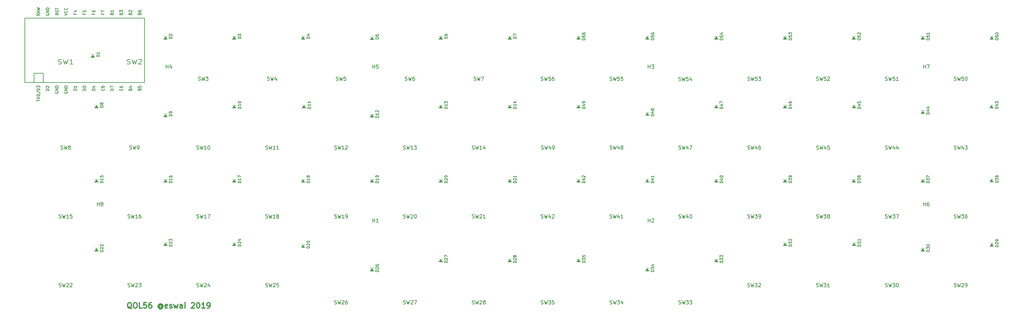
<source format=gto>
G04 #@! TF.GenerationSoftware,KiCad,Pcbnew,(5.0.2-4-g3082e92af)*
G04 #@! TF.CreationDate,2019-03-04T22:38:36+01:00*
G04 #@! TF.ProjectId,ortho56,6f727468-6f35-4362-9e6b-696361645f70,rev?*
G04 #@! TF.SameCoordinates,Original*
G04 #@! TF.FileFunction,Legend,Top*
G04 #@! TF.FilePolarity,Positive*
%FSLAX46Y46*%
G04 Gerber Fmt 4.6, Leading zero omitted, Abs format (unit mm)*
G04 Created by KiCad (PCBNEW (5.0.2-4-g3082e92af)) date 2019 March 04, Monday 22:38:36*
%MOMM*%
%LPD*%
G01*
G04 APERTURE LIST*
%ADD10C,0.300000*%
%ADD11C,0.120000*%
%ADD12C,0.100000*%
%ADD13C,0.200000*%
%ADD14C,0.150000*%
%ADD15C,0.203200*%
G04 APERTURE END LIST*
D10*
X43546785Y-101592678D02*
X43403928Y-101521250D01*
X43261071Y-101378392D01*
X43046785Y-101164107D01*
X42903928Y-101092678D01*
X42761071Y-101092678D01*
X42832500Y-101449821D02*
X42689642Y-101378392D01*
X42546785Y-101235535D01*
X42475357Y-100949821D01*
X42475357Y-100449821D01*
X42546785Y-100164107D01*
X42689642Y-100021250D01*
X42832500Y-99949821D01*
X43118214Y-99949821D01*
X43261071Y-100021250D01*
X43403928Y-100164107D01*
X43475357Y-100449821D01*
X43475357Y-100949821D01*
X43403928Y-101235535D01*
X43261071Y-101378392D01*
X43118214Y-101449821D01*
X42832500Y-101449821D01*
X44403928Y-99949821D02*
X44689642Y-99949821D01*
X44832500Y-100021250D01*
X44975357Y-100164107D01*
X45046785Y-100449821D01*
X45046785Y-100949821D01*
X44975357Y-101235535D01*
X44832500Y-101378392D01*
X44689642Y-101449821D01*
X44403928Y-101449821D01*
X44261071Y-101378392D01*
X44118214Y-101235535D01*
X44046785Y-100949821D01*
X44046785Y-100449821D01*
X44118214Y-100164107D01*
X44261071Y-100021250D01*
X44403928Y-99949821D01*
X46403928Y-101449821D02*
X45689642Y-101449821D01*
X45689642Y-99949821D01*
X47618214Y-99949821D02*
X46903928Y-99949821D01*
X46832500Y-100664107D01*
X46903928Y-100592678D01*
X47046785Y-100521250D01*
X47403928Y-100521250D01*
X47546785Y-100592678D01*
X47618214Y-100664107D01*
X47689642Y-100806964D01*
X47689642Y-101164107D01*
X47618214Y-101306964D01*
X47546785Y-101378392D01*
X47403928Y-101449821D01*
X47046785Y-101449821D01*
X46903928Y-101378392D01*
X46832500Y-101306964D01*
X48975357Y-99949821D02*
X48689642Y-99949821D01*
X48546785Y-100021250D01*
X48475357Y-100092678D01*
X48332500Y-100306964D01*
X48261071Y-100592678D01*
X48261071Y-101164107D01*
X48332500Y-101306964D01*
X48403928Y-101378392D01*
X48546785Y-101449821D01*
X48832500Y-101449821D01*
X48975357Y-101378392D01*
X49046785Y-101306964D01*
X49118214Y-101164107D01*
X49118214Y-100806964D01*
X49046785Y-100664107D01*
X48975357Y-100592678D01*
X48832500Y-100521250D01*
X48546785Y-100521250D01*
X48403928Y-100592678D01*
X48332500Y-100664107D01*
X48261071Y-100806964D01*
X51832500Y-100735535D02*
X51761071Y-100664107D01*
X51618214Y-100592678D01*
X51475357Y-100592678D01*
X51332500Y-100664107D01*
X51261071Y-100735535D01*
X51189642Y-100878392D01*
X51189642Y-101021250D01*
X51261071Y-101164107D01*
X51332500Y-101235535D01*
X51475357Y-101306964D01*
X51618214Y-101306964D01*
X51761071Y-101235535D01*
X51832500Y-101164107D01*
X51832500Y-100592678D02*
X51832500Y-101164107D01*
X51903928Y-101235535D01*
X51975357Y-101235535D01*
X52118214Y-101164107D01*
X52189642Y-101021250D01*
X52189642Y-100664107D01*
X52046785Y-100449821D01*
X51832500Y-100306964D01*
X51546785Y-100235535D01*
X51261071Y-100306964D01*
X51046785Y-100449821D01*
X50903928Y-100664107D01*
X50832500Y-100949821D01*
X50903928Y-101235535D01*
X51046785Y-101449821D01*
X51261071Y-101592678D01*
X51546785Y-101664107D01*
X51832500Y-101592678D01*
X52046785Y-101449821D01*
X53403928Y-101378392D02*
X53261071Y-101449821D01*
X52975357Y-101449821D01*
X52832500Y-101378392D01*
X52761071Y-101235535D01*
X52761071Y-100664107D01*
X52832500Y-100521250D01*
X52975357Y-100449821D01*
X53261071Y-100449821D01*
X53403928Y-100521250D01*
X53475357Y-100664107D01*
X53475357Y-100806964D01*
X52761071Y-100949821D01*
X54046785Y-101378392D02*
X54189642Y-101449821D01*
X54475357Y-101449821D01*
X54618214Y-101378392D01*
X54689642Y-101235535D01*
X54689642Y-101164107D01*
X54618214Y-101021250D01*
X54475357Y-100949821D01*
X54261071Y-100949821D01*
X54118214Y-100878392D01*
X54046785Y-100735535D01*
X54046785Y-100664107D01*
X54118214Y-100521250D01*
X54261071Y-100449821D01*
X54475357Y-100449821D01*
X54618214Y-100521250D01*
X55189642Y-100449821D02*
X55475357Y-101449821D01*
X55761071Y-100735535D01*
X56046785Y-101449821D01*
X56332500Y-100449821D01*
X57546785Y-101449821D02*
X57546785Y-100664107D01*
X57475357Y-100521250D01*
X57332500Y-100449821D01*
X57046785Y-100449821D01*
X56903928Y-100521250D01*
X57546785Y-101378392D02*
X57403928Y-101449821D01*
X57046785Y-101449821D01*
X56903928Y-101378392D01*
X56832500Y-101235535D01*
X56832500Y-101092678D01*
X56903928Y-100949821D01*
X57046785Y-100878392D01*
X57403928Y-100878392D01*
X57546785Y-100806964D01*
X58261071Y-101449821D02*
X58261071Y-100449821D01*
X58261071Y-99949821D02*
X58189642Y-100021250D01*
X58261071Y-100092678D01*
X58332500Y-100021250D01*
X58261071Y-99949821D01*
X58261071Y-100092678D01*
X60046785Y-100092678D02*
X60118214Y-100021250D01*
X60261071Y-99949821D01*
X60618214Y-99949821D01*
X60761071Y-100021250D01*
X60832500Y-100092678D01*
X60903928Y-100235535D01*
X60903928Y-100378392D01*
X60832500Y-100592678D01*
X59975357Y-101449821D01*
X60903928Y-101449821D01*
X61832500Y-99949821D02*
X61975357Y-99949821D01*
X62118214Y-100021250D01*
X62189642Y-100092678D01*
X62261071Y-100235535D01*
X62332500Y-100521250D01*
X62332500Y-100878392D01*
X62261071Y-101164107D01*
X62189642Y-101306964D01*
X62118214Y-101378392D01*
X61975357Y-101449821D01*
X61832500Y-101449821D01*
X61689642Y-101378392D01*
X61618214Y-101306964D01*
X61546785Y-101164107D01*
X61475357Y-100878392D01*
X61475357Y-100521250D01*
X61546785Y-100235535D01*
X61618214Y-100092678D01*
X61689642Y-100021250D01*
X61832500Y-99949821D01*
X63761071Y-101449821D02*
X62903928Y-101449821D01*
X63332500Y-101449821D02*
X63332500Y-99949821D01*
X63189642Y-100164107D01*
X63046785Y-100306964D01*
X62903928Y-100378392D01*
X64475357Y-101449821D02*
X64761071Y-101449821D01*
X64903928Y-101378392D01*
X64975357Y-101306964D01*
X65118214Y-101092678D01*
X65189642Y-100806964D01*
X65189642Y-100235535D01*
X65118214Y-100092678D01*
X65046785Y-100021250D01*
X64903928Y-99949821D01*
X64618214Y-99949821D01*
X64475357Y-100021250D01*
X64403928Y-100092678D01*
X64332500Y-100235535D01*
X64332500Y-100592678D01*
X64403928Y-100735535D01*
X64475357Y-100806964D01*
X64618214Y-100878392D01*
X64903928Y-100878392D01*
X65046785Y-100806964D01*
X65118214Y-100735535D01*
X65189642Y-100592678D01*
D11*
G04 #@! TO.C,D56*
X167302623Y-26371250D02*
X166302623Y-26371250D01*
D12*
G36*
X167302623Y-27171250D02*
X166302623Y-27171250D01*
X166802623Y-26471250D01*
X167302623Y-27171250D01*
G37*
X167302623Y-27171250D02*
X166302623Y-27171250D01*
X166802623Y-26471250D01*
X167302623Y-27171250D01*
D13*
G04 #@! TO.C,U1*
X16592500Y-36621250D02*
X16592500Y-39161250D01*
X14052500Y-39161250D02*
X16592500Y-39161250D01*
X14052500Y-21381250D02*
X14052500Y-39161250D01*
X16592500Y-21381250D02*
X14052500Y-21381250D01*
X19132500Y-36621250D02*
X19132500Y-39161250D01*
X16592500Y-36621250D02*
X19132500Y-36621250D01*
X47072500Y-21381250D02*
X16592500Y-21381250D01*
X47072500Y-39161250D02*
X47072500Y-21381250D01*
X16592500Y-39161250D02*
X47072500Y-39161250D01*
D11*
G04 #@! TO.C,D55*
X186332500Y-26371250D02*
X185332500Y-26371250D01*
D12*
G36*
X186332500Y-27171250D02*
X185332500Y-27171250D01*
X185832500Y-26471250D01*
X186332500Y-27171250D01*
G37*
X186332500Y-27171250D02*
X185332500Y-27171250D01*
X185832500Y-26471250D01*
X186332500Y-27171250D01*
D11*
G04 #@! TO.C,D54*
X205332500Y-26371250D02*
X204332500Y-26371250D01*
D12*
G36*
X205332500Y-27171250D02*
X204332500Y-27171250D01*
X204832500Y-26471250D01*
X205332500Y-27171250D01*
G37*
X205332500Y-27171250D02*
X204332500Y-27171250D01*
X204832500Y-26471250D01*
X205332500Y-27171250D01*
D11*
G04 #@! TO.C,D53*
X224332500Y-26371250D02*
X223332500Y-26371250D01*
D12*
G36*
X224332500Y-27171250D02*
X223332500Y-27171250D01*
X223832500Y-26471250D01*
X224332500Y-27171250D01*
G37*
X224332500Y-27171250D02*
X223332500Y-27171250D01*
X223832500Y-26471250D01*
X224332500Y-27171250D01*
D11*
G04 #@! TO.C,D52*
X243302623Y-26371250D02*
X242302623Y-26371250D01*
D12*
G36*
X243302623Y-27171250D02*
X242302623Y-27171250D01*
X242802623Y-26471250D01*
X243302623Y-27171250D01*
G37*
X243302623Y-27171250D02*
X242302623Y-27171250D01*
X242802623Y-26471250D01*
X243302623Y-27171250D01*
D11*
G04 #@! TO.C,D51*
X262332500Y-26371250D02*
X261332500Y-26371250D01*
D12*
G36*
X262332500Y-27171250D02*
X261332500Y-27171250D01*
X261832500Y-26471250D01*
X262332500Y-27171250D01*
G37*
X262332500Y-27171250D02*
X261332500Y-27171250D01*
X261832500Y-26471250D01*
X262332500Y-27171250D01*
D11*
G04 #@! TO.C,D50*
X281332500Y-26371250D02*
X280332500Y-26371250D01*
D12*
G36*
X281332500Y-27171250D02*
X280332500Y-27171250D01*
X280832500Y-26471250D01*
X281332500Y-27171250D01*
G37*
X281332500Y-27171250D02*
X280332500Y-27171250D01*
X280832500Y-26471250D01*
X281332500Y-27171250D01*
D11*
G04 #@! TO.C,D49*
X167332500Y-45371250D02*
X166332500Y-45371250D01*
D12*
G36*
X167332500Y-46171250D02*
X166332500Y-46171250D01*
X166832500Y-45471250D01*
X167332500Y-46171250D01*
G37*
X167332500Y-46171250D02*
X166332500Y-46171250D01*
X166832500Y-45471250D01*
X167332500Y-46171250D01*
D11*
G04 #@! TO.C,D48*
X186332500Y-47371250D02*
X185332500Y-47371250D01*
D12*
G36*
X186332500Y-48171250D02*
X185332500Y-48171250D01*
X185832500Y-47471250D01*
X186332500Y-48171250D01*
G37*
X186332500Y-48171250D02*
X185332500Y-48171250D01*
X185832500Y-47471250D01*
X186332500Y-48171250D01*
D11*
G04 #@! TO.C,D47*
X205332500Y-45371250D02*
X204332500Y-45371250D01*
D12*
G36*
X205332500Y-46171250D02*
X204332500Y-46171250D01*
X204832500Y-45471250D01*
X205332500Y-46171250D01*
G37*
X205332500Y-46171250D02*
X204332500Y-46171250D01*
X204832500Y-45471250D01*
X205332500Y-46171250D01*
D11*
G04 #@! TO.C,D46*
X224332500Y-45371250D02*
X223332500Y-45371250D01*
D12*
G36*
X224332500Y-46171250D02*
X223332500Y-46171250D01*
X223832500Y-45471250D01*
X224332500Y-46171250D01*
G37*
X224332500Y-46171250D02*
X223332500Y-46171250D01*
X223832500Y-45471250D01*
X224332500Y-46171250D01*
D11*
G04 #@! TO.C,D45*
X243332500Y-45371250D02*
X242332500Y-45371250D01*
D12*
G36*
X243332500Y-46171250D02*
X242332500Y-46171250D01*
X242832500Y-45471250D01*
X243332500Y-46171250D01*
G37*
X243332500Y-46171250D02*
X242332500Y-46171250D01*
X242832500Y-45471250D01*
X243332500Y-46171250D01*
D11*
G04 #@! TO.C,D44*
X262302623Y-46871250D02*
X261302623Y-46871250D01*
D12*
G36*
X262302623Y-47671250D02*
X261302623Y-47671250D01*
X261802623Y-46971250D01*
X262302623Y-47671250D01*
G37*
X262302623Y-47671250D02*
X261302623Y-47671250D01*
X261802623Y-46971250D01*
X262302623Y-47671250D01*
D11*
G04 #@! TO.C,D43*
X281302623Y-45371250D02*
X280302623Y-45371250D01*
D12*
G36*
X281302623Y-46171250D02*
X280302623Y-46171250D01*
X280802623Y-45471250D01*
X281302623Y-46171250D01*
G37*
X281302623Y-46171250D02*
X280302623Y-46171250D01*
X280802623Y-45471250D01*
X281302623Y-46171250D01*
D11*
G04 #@! TO.C,D42*
X167302623Y-65871250D02*
X166302623Y-65871250D01*
D12*
G36*
X167302623Y-66671250D02*
X166302623Y-66671250D01*
X166802623Y-65971250D01*
X167302623Y-66671250D01*
G37*
X167302623Y-66671250D02*
X166302623Y-66671250D01*
X166802623Y-65971250D01*
X167302623Y-66671250D01*
D11*
G04 #@! TO.C,D41*
X186332500Y-65871250D02*
X185332500Y-65871250D01*
D12*
G36*
X186332500Y-66671250D02*
X185332500Y-66671250D01*
X185832500Y-65971250D01*
X186332500Y-66671250D01*
G37*
X186332500Y-66671250D02*
X185332500Y-66671250D01*
X185832500Y-65971250D01*
X186332500Y-66671250D01*
D11*
G04 #@! TO.C,D40*
X205332500Y-65871250D02*
X204332500Y-65871250D01*
D12*
G36*
X205332500Y-66671250D02*
X204332500Y-66671250D01*
X204832500Y-65971250D01*
X205332500Y-66671250D01*
G37*
X205332500Y-66671250D02*
X204332500Y-66671250D01*
X204832500Y-65971250D01*
X205332500Y-66671250D01*
D11*
G04 #@! TO.C,D39*
X224332500Y-65871250D02*
X223332500Y-65871250D01*
D12*
G36*
X224332500Y-66671250D02*
X223332500Y-66671250D01*
X223832500Y-65971250D01*
X224332500Y-66671250D01*
G37*
X224332500Y-66671250D02*
X223332500Y-66671250D01*
X223832500Y-65971250D01*
X224332500Y-66671250D01*
D11*
G04 #@! TO.C,D38*
X243302623Y-65871250D02*
X242302623Y-65871250D01*
D12*
G36*
X243302623Y-66671250D02*
X242302623Y-66671250D01*
X242802623Y-65971250D01*
X243302623Y-66671250D01*
G37*
X243302623Y-66671250D02*
X242302623Y-66671250D01*
X242802623Y-65971250D01*
X243302623Y-66671250D01*
D11*
G04 #@! TO.C,D37*
X262332500Y-65871250D02*
X261332500Y-65871250D01*
D12*
G36*
X262332500Y-66671250D02*
X261332500Y-66671250D01*
X261832500Y-65971250D01*
X262332500Y-66671250D01*
G37*
X262332500Y-66671250D02*
X261332500Y-66671250D01*
X261832500Y-65971250D01*
X262332500Y-66671250D01*
D11*
G04 #@! TO.C,D36*
X281302623Y-65801597D02*
X280302623Y-65801597D01*
D12*
G36*
X281302623Y-66601597D02*
X280302623Y-66601597D01*
X280802623Y-65901597D01*
X281302623Y-66601597D01*
G37*
X281302623Y-66601597D02*
X280302623Y-66601597D01*
X280802623Y-65901597D01*
X281302623Y-66601597D01*
D11*
G04 #@! TO.C,D35*
X167332500Y-87871250D02*
X166332500Y-87871250D01*
D12*
G36*
X167332500Y-88671250D02*
X166332500Y-88671250D01*
X166832500Y-87971250D01*
X167332500Y-88671250D01*
G37*
X167332500Y-88671250D02*
X166332500Y-88671250D01*
X166832500Y-87971250D01*
X167332500Y-88671250D01*
D11*
G04 #@! TO.C,D34*
X186332500Y-90371250D02*
X185332500Y-90371250D01*
D12*
G36*
X186332500Y-91171250D02*
X185332500Y-91171250D01*
X185832500Y-90471250D01*
X186332500Y-91171250D01*
G37*
X186332500Y-91171250D02*
X185332500Y-91171250D01*
X185832500Y-90471250D01*
X186332500Y-91171250D01*
D11*
G04 #@! TO.C,D33*
X205332500Y-87871250D02*
X204332500Y-87871250D01*
D12*
G36*
X205332500Y-88671250D02*
X204332500Y-88671250D01*
X204832500Y-87971250D01*
X205332500Y-88671250D01*
G37*
X205332500Y-88671250D02*
X204332500Y-88671250D01*
X204832500Y-87971250D01*
X205332500Y-88671250D01*
D11*
G04 #@! TO.C,D32*
X224332500Y-83371250D02*
X223332500Y-83371250D01*
D12*
G36*
X224332500Y-84171250D02*
X223332500Y-84171250D01*
X223832500Y-83471250D01*
X224332500Y-84171250D01*
G37*
X224332500Y-84171250D02*
X223332500Y-84171250D01*
X223832500Y-83471250D01*
X224332500Y-84171250D01*
D11*
G04 #@! TO.C,D31*
X243332500Y-83371250D02*
X242332500Y-83371250D01*
D12*
G36*
X243332500Y-84171250D02*
X242332500Y-84171250D01*
X242832500Y-83471250D01*
X243332500Y-84171250D01*
G37*
X243332500Y-84171250D02*
X242332500Y-84171250D01*
X242832500Y-83471250D01*
X243332500Y-84171250D01*
D11*
G04 #@! TO.C,D30*
X262332500Y-84871250D02*
X261332500Y-84871250D01*
D12*
G36*
X262332500Y-85671250D02*
X261332500Y-85671250D01*
X261832500Y-84971250D01*
X262332500Y-85671250D01*
G37*
X262332500Y-85671250D02*
X261332500Y-85671250D01*
X261832500Y-84971250D01*
X262332500Y-85671250D01*
D11*
G04 #@! TO.C,D29*
X281332500Y-83501597D02*
X280332500Y-83501597D01*
D12*
G36*
X281332500Y-84301597D02*
X280332500Y-84301597D01*
X280832500Y-83601597D01*
X281332500Y-84301597D01*
G37*
X281332500Y-84301597D02*
X280332500Y-84301597D01*
X280832500Y-83601597D01*
X281332500Y-84301597D01*
D11*
G04 #@! TO.C,D28*
X148332500Y-87871250D02*
X147332500Y-87871250D01*
D12*
G36*
X148332500Y-88671250D02*
X147332500Y-88671250D01*
X147832500Y-87971250D01*
X148332500Y-88671250D01*
G37*
X148332500Y-88671250D02*
X147332500Y-88671250D01*
X147832500Y-87971250D01*
X148332500Y-88671250D01*
D11*
G04 #@! TO.C,D27*
X129332500Y-87871250D02*
X128332500Y-87871250D01*
D12*
G36*
X129332500Y-88671250D02*
X128332500Y-88671250D01*
X128832500Y-87971250D01*
X129332500Y-88671250D01*
G37*
X129332500Y-88671250D02*
X128332500Y-88671250D01*
X128832500Y-87971250D01*
X129332500Y-88671250D01*
D11*
G04 #@! TO.C,D26*
X110332500Y-90371250D02*
X109332500Y-90371250D01*
D12*
G36*
X110332500Y-91171250D02*
X109332500Y-91171250D01*
X109832500Y-90471250D01*
X110332500Y-91171250D01*
G37*
X110332500Y-91171250D02*
X109332500Y-91171250D01*
X109832500Y-90471250D01*
X110332500Y-91171250D01*
D11*
G04 #@! TO.C,D25*
X91332500Y-83871250D02*
X90332500Y-83871250D01*
D12*
G36*
X91332500Y-84671250D02*
X90332500Y-84671250D01*
X90832500Y-83971250D01*
X91332500Y-84671250D01*
G37*
X91332500Y-84671250D02*
X90332500Y-84671250D01*
X90832500Y-83971250D01*
X91332500Y-84671250D01*
D11*
G04 #@! TO.C,D24*
X72332500Y-83371250D02*
X71332500Y-83371250D01*
D12*
G36*
X72332500Y-84171250D02*
X71332500Y-84171250D01*
X71832500Y-83471250D01*
X72332500Y-84171250D01*
G37*
X72332500Y-84171250D02*
X71332500Y-84171250D01*
X71832500Y-83471250D01*
X72332500Y-84171250D01*
D11*
G04 #@! TO.C,D23*
X53332500Y-83371250D02*
X52332500Y-83371250D01*
D12*
G36*
X53332500Y-84171250D02*
X52332500Y-84171250D01*
X52832500Y-83471250D01*
X53332500Y-84171250D01*
G37*
X53332500Y-84171250D02*
X52332500Y-84171250D01*
X52832500Y-83471250D01*
X53332500Y-84171250D01*
D11*
G04 #@! TO.C,D22*
X34332500Y-84871250D02*
X33332500Y-84871250D01*
D12*
G36*
X34332500Y-85671250D02*
X33332500Y-85671250D01*
X33832500Y-84971250D01*
X34332500Y-85671250D01*
G37*
X34332500Y-85671250D02*
X33332500Y-85671250D01*
X33832500Y-84971250D01*
X34332500Y-85671250D01*
D11*
G04 #@! TO.C,D21*
X148332500Y-65871250D02*
X147332500Y-65871250D01*
D12*
G36*
X148332500Y-66671250D02*
X147332500Y-66671250D01*
X147832500Y-65971250D01*
X148332500Y-66671250D01*
G37*
X148332500Y-66671250D02*
X147332500Y-66671250D01*
X147832500Y-65971250D01*
X148332500Y-66671250D01*
D11*
G04 #@! TO.C,D20*
X129332500Y-65871250D02*
X128332500Y-65871250D01*
D12*
G36*
X129332500Y-66671250D02*
X128332500Y-66671250D01*
X128832500Y-65971250D01*
X129332500Y-66671250D01*
G37*
X129332500Y-66671250D02*
X128332500Y-66671250D01*
X128832500Y-65971250D01*
X129332500Y-66671250D01*
D11*
G04 #@! TO.C,D19*
X110332500Y-65871250D02*
X109332500Y-65871250D01*
D12*
G36*
X110332500Y-66671250D02*
X109332500Y-66671250D01*
X109832500Y-65971250D01*
X110332500Y-66671250D01*
G37*
X110332500Y-66671250D02*
X109332500Y-66671250D01*
X109832500Y-65971250D01*
X110332500Y-66671250D01*
D11*
G04 #@! TO.C,D18*
X91332500Y-65871250D02*
X90332500Y-65871250D01*
D12*
G36*
X91332500Y-66671250D02*
X90332500Y-66671250D01*
X90832500Y-65971250D01*
X91332500Y-66671250D01*
G37*
X91332500Y-66671250D02*
X90332500Y-66671250D01*
X90832500Y-65971250D01*
X91332500Y-66671250D01*
D11*
G04 #@! TO.C,D17*
X72332500Y-65871250D02*
X71332500Y-65871250D01*
D12*
G36*
X72332500Y-66671250D02*
X71332500Y-66671250D01*
X71832500Y-65971250D01*
X72332500Y-66671250D01*
G37*
X72332500Y-66671250D02*
X71332500Y-66671250D01*
X71832500Y-65971250D01*
X72332500Y-66671250D01*
D11*
G04 #@! TO.C,D16*
X53332500Y-65871250D02*
X52332500Y-65871250D01*
D12*
G36*
X53332500Y-66671250D02*
X52332500Y-66671250D01*
X52832500Y-65971250D01*
X53332500Y-66671250D01*
G37*
X53332500Y-66671250D02*
X52332500Y-66671250D01*
X52832500Y-65971250D01*
X53332500Y-66671250D01*
D11*
G04 #@! TO.C,D15*
X34332500Y-65871250D02*
X33332500Y-65871250D01*
D12*
G36*
X34332500Y-66671250D02*
X33332500Y-66671250D01*
X33832500Y-65971250D01*
X34332500Y-66671250D01*
G37*
X34332500Y-66671250D02*
X33332500Y-66671250D01*
X33832500Y-65971250D01*
X34332500Y-66671250D01*
D11*
G04 #@! TO.C,D14*
X148332500Y-45371250D02*
X147332500Y-45371250D01*
D12*
G36*
X148332500Y-46171250D02*
X147332500Y-46171250D01*
X147832500Y-45471250D01*
X148332500Y-46171250D01*
G37*
X148332500Y-46171250D02*
X147332500Y-46171250D01*
X147832500Y-45471250D01*
X148332500Y-46171250D01*
D11*
G04 #@! TO.C,D13*
X129332500Y-45371250D02*
X128332500Y-45371250D01*
D12*
G36*
X129332500Y-46171250D02*
X128332500Y-46171250D01*
X128832500Y-45471250D01*
X129332500Y-46171250D01*
G37*
X129332500Y-46171250D02*
X128332500Y-46171250D01*
X128832500Y-45471250D01*
X129332500Y-46171250D01*
D11*
G04 #@! TO.C,D12*
X110332500Y-47871250D02*
X109332500Y-47871250D01*
D12*
G36*
X110332500Y-48671250D02*
X109332500Y-48671250D01*
X109832500Y-47971250D01*
X110332500Y-48671250D01*
G37*
X110332500Y-48671250D02*
X109332500Y-48671250D01*
X109832500Y-47971250D01*
X110332500Y-48671250D01*
D11*
G04 #@! TO.C,D11*
X91582500Y-45371250D02*
X90582500Y-45371250D01*
D12*
G36*
X91582500Y-46171250D02*
X90582500Y-46171250D01*
X91082500Y-45471250D01*
X91582500Y-46171250D01*
G37*
X91582500Y-46171250D02*
X90582500Y-46171250D01*
X91082500Y-45471250D01*
X91582500Y-46171250D01*
D11*
G04 #@! TO.C,D10*
X72332500Y-45371250D02*
X71332500Y-45371250D01*
D12*
G36*
X72332500Y-46171250D02*
X71332500Y-46171250D01*
X71832500Y-45471250D01*
X72332500Y-46171250D01*
G37*
X72332500Y-46171250D02*
X71332500Y-46171250D01*
X71832500Y-45471250D01*
X72332500Y-46171250D01*
D11*
G04 #@! TO.C,D9*
X53362377Y-47801597D02*
X52362377Y-47801597D01*
D12*
G36*
X53362377Y-48601597D02*
X52362377Y-48601597D01*
X52862377Y-47901597D01*
X53362377Y-48601597D01*
G37*
X53362377Y-48601597D02*
X52362377Y-48601597D01*
X52862377Y-47901597D01*
X53362377Y-48601597D01*
D11*
G04 #@! TO.C,D8*
X34332500Y-45371250D02*
X33332500Y-45371250D01*
D12*
G36*
X34332500Y-46171250D02*
X33332500Y-46171250D01*
X33832500Y-45471250D01*
X34332500Y-46171250D01*
G37*
X34332500Y-46171250D02*
X33332500Y-46171250D01*
X33832500Y-45471250D01*
X34332500Y-46171250D01*
D11*
G04 #@! TO.C,D7*
X148332500Y-26371250D02*
X147332500Y-26371250D01*
D12*
G36*
X148332500Y-27171250D02*
X147332500Y-27171250D01*
X147832500Y-26471250D01*
X148332500Y-27171250D01*
G37*
X148332500Y-27171250D02*
X147332500Y-27171250D01*
X147832500Y-26471250D01*
X148332500Y-27171250D01*
D11*
G04 #@! TO.C,D6*
X129332500Y-26371250D02*
X128332500Y-26371250D01*
D12*
G36*
X129332500Y-27171250D02*
X128332500Y-27171250D01*
X128832500Y-26471250D01*
X129332500Y-27171250D01*
G37*
X129332500Y-27171250D02*
X128332500Y-27171250D01*
X128832500Y-26471250D01*
X129332500Y-27171250D01*
D11*
G04 #@! TO.C,D5*
X110332500Y-26501597D02*
X109332500Y-26501597D01*
D12*
G36*
X110332500Y-27301597D02*
X109332500Y-27301597D01*
X109832500Y-26601597D01*
X110332500Y-27301597D01*
G37*
X110332500Y-27301597D02*
X109332500Y-27301597D01*
X109832500Y-26601597D01*
X110332500Y-27301597D01*
D11*
G04 #@! TO.C,D4*
X91332500Y-26371250D02*
X90332500Y-26371250D01*
D12*
G36*
X91332500Y-27171250D02*
X90332500Y-27171250D01*
X90832500Y-26471250D01*
X91332500Y-27171250D01*
G37*
X91332500Y-27171250D02*
X90332500Y-27171250D01*
X90832500Y-26471250D01*
X91332500Y-27171250D01*
D11*
G04 #@! TO.C,D3*
X72332500Y-26371250D02*
X71332500Y-26371250D01*
D12*
G36*
X72332500Y-27171250D02*
X71332500Y-27171250D01*
X71832500Y-26471250D01*
X72332500Y-27171250D01*
G37*
X72332500Y-27171250D02*
X71332500Y-27171250D01*
X71832500Y-26471250D01*
X72332500Y-27171250D01*
D11*
G04 #@! TO.C,D2*
X53332500Y-26371250D02*
X52332500Y-26371250D01*
D12*
G36*
X53332500Y-27171250D02*
X52332500Y-27171250D01*
X52832500Y-26471250D01*
X53332500Y-27171250D01*
G37*
X53332500Y-27171250D02*
X52332500Y-27171250D01*
X52832500Y-26471250D01*
X53332500Y-27171250D01*
D11*
G04 #@! TO.C,D1*
X33332500Y-31371250D02*
X32332500Y-31371250D01*
D12*
G36*
X33332500Y-32171250D02*
X32332500Y-32171250D01*
X32832500Y-31471250D01*
X33332500Y-32171250D01*
G37*
X33332500Y-32171250D02*
X32332500Y-32171250D01*
X32832500Y-31471250D01*
X33332500Y-32171250D01*
G04 #@! TO.C,H6*
D14*
X262070595Y-73223630D02*
X262070595Y-72223630D01*
X262070595Y-72699821D02*
X262642023Y-72699821D01*
X262642023Y-73223630D02*
X262642023Y-72223630D01*
X263546785Y-72223630D02*
X263356309Y-72223630D01*
X263261071Y-72271250D01*
X263213452Y-72318869D01*
X263118214Y-72461726D01*
X263070595Y-72652202D01*
X263070595Y-73033154D01*
X263118214Y-73128392D01*
X263165833Y-73176011D01*
X263261071Y-73223630D01*
X263451547Y-73223630D01*
X263546785Y-73176011D01*
X263594404Y-73128392D01*
X263642023Y-73033154D01*
X263642023Y-72795059D01*
X263594404Y-72699821D01*
X263546785Y-72652202D01*
X263451547Y-72604583D01*
X263261071Y-72604583D01*
X263165833Y-72652202D01*
X263118214Y-72699821D01*
X263070595Y-72795059D01*
G04 #@! TO.C,H7*
X262070595Y-35223630D02*
X262070595Y-34223630D01*
X262070595Y-34699821D02*
X262642023Y-34699821D01*
X262642023Y-35223630D02*
X262642023Y-34223630D01*
X263022976Y-34223630D02*
X263689642Y-34223630D01*
X263261071Y-35223630D01*
G04 #@! TO.C,H8*
X34070595Y-73223630D02*
X34070595Y-72223630D01*
X34070595Y-72699821D02*
X34642023Y-72699821D01*
X34642023Y-73223630D02*
X34642023Y-72223630D01*
X35261071Y-72652202D02*
X35165833Y-72604583D01*
X35118214Y-72556964D01*
X35070595Y-72461726D01*
X35070595Y-72414107D01*
X35118214Y-72318869D01*
X35165833Y-72271250D01*
X35261071Y-72223630D01*
X35451547Y-72223630D01*
X35546785Y-72271250D01*
X35594404Y-72318869D01*
X35642023Y-72414107D01*
X35642023Y-72461726D01*
X35594404Y-72556964D01*
X35546785Y-72604583D01*
X35451547Y-72652202D01*
X35261071Y-72652202D01*
X35165833Y-72699821D01*
X35118214Y-72747440D01*
X35070595Y-72842678D01*
X35070595Y-73033154D01*
X35118214Y-73128392D01*
X35165833Y-73176011D01*
X35261071Y-73223630D01*
X35451547Y-73223630D01*
X35546785Y-73176011D01*
X35594404Y-73128392D01*
X35642023Y-73033154D01*
X35642023Y-72842678D01*
X35594404Y-72747440D01*
X35546785Y-72699821D01*
X35451547Y-72652202D01*
G04 #@! TO.C,H4*
X53070595Y-35223630D02*
X53070595Y-34223630D01*
X53070595Y-34699821D02*
X53642023Y-34699821D01*
X53642023Y-35223630D02*
X53642023Y-34223630D01*
X54546785Y-34556964D02*
X54546785Y-35223630D01*
X54308690Y-34176011D02*
X54070595Y-34890297D01*
X54689642Y-34890297D01*
G04 #@! TO.C,H3*
X186070595Y-35223630D02*
X186070595Y-34223630D01*
X186070595Y-34699821D02*
X186642023Y-34699821D01*
X186642023Y-35223630D02*
X186642023Y-34223630D01*
X187022976Y-34223630D02*
X187642023Y-34223630D01*
X187308690Y-34604583D01*
X187451547Y-34604583D01*
X187546785Y-34652202D01*
X187594404Y-34699821D01*
X187642023Y-34795059D01*
X187642023Y-35033154D01*
X187594404Y-35128392D01*
X187546785Y-35176011D01*
X187451547Y-35223630D01*
X187165833Y-35223630D01*
X187070595Y-35176011D01*
X187022976Y-35128392D01*
G04 #@! TO.C,H2*
X186070595Y-77723630D02*
X186070595Y-76723630D01*
X186070595Y-77199821D02*
X186642023Y-77199821D01*
X186642023Y-77723630D02*
X186642023Y-76723630D01*
X187070595Y-76818869D02*
X187118214Y-76771250D01*
X187213452Y-76723630D01*
X187451547Y-76723630D01*
X187546785Y-76771250D01*
X187594404Y-76818869D01*
X187642023Y-76914107D01*
X187642023Y-77009345D01*
X187594404Y-77152202D01*
X187022976Y-77723630D01*
X187642023Y-77723630D01*
G04 #@! TO.C,H1*
X110070595Y-77723630D02*
X110070595Y-76723630D01*
X110070595Y-77199821D02*
X110642023Y-77199821D01*
X110642023Y-77723630D02*
X110642023Y-76723630D01*
X111642023Y-77723630D02*
X111070595Y-77723630D01*
X111356309Y-77723630D02*
X111356309Y-76723630D01*
X111261071Y-76866488D01*
X111165833Y-76961726D01*
X111070595Y-77009345D01*
G04 #@! TO.C,H5*
X110070595Y-35223630D02*
X110070595Y-34223630D01*
X110070595Y-34699821D02*
X110642023Y-34699821D01*
X110642023Y-35223630D02*
X110642023Y-34223630D01*
X111594404Y-34223630D02*
X111118214Y-34223630D01*
X111070595Y-34699821D01*
X111118214Y-34652202D01*
X111213452Y-34604583D01*
X111451547Y-34604583D01*
X111546785Y-34652202D01*
X111594404Y-34699821D01*
X111642023Y-34795059D01*
X111642023Y-35033154D01*
X111594404Y-35128392D01*
X111546785Y-35176011D01*
X111451547Y-35223630D01*
X111213452Y-35223630D01*
X111118214Y-35176011D01*
X111070595Y-35128392D01*
G04 #@! TO.C,SW1*
D15*
X23300500Y-33960297D02*
X23518214Y-34020773D01*
X23881071Y-34020773D01*
X24026214Y-33960297D01*
X24098785Y-33899821D01*
X24171357Y-33778869D01*
X24171357Y-33657916D01*
X24098785Y-33536964D01*
X24026214Y-33476488D01*
X23881071Y-33416011D01*
X23590785Y-33355535D01*
X23445642Y-33295059D01*
X23373071Y-33234583D01*
X23300500Y-33113630D01*
X23300500Y-32992678D01*
X23373071Y-32871726D01*
X23445642Y-32811250D01*
X23590785Y-32750773D01*
X23953642Y-32750773D01*
X24171357Y-32811250D01*
X24679357Y-32750773D02*
X25042214Y-34020773D01*
X25332500Y-33113630D01*
X25622785Y-34020773D01*
X25985642Y-32750773D01*
X27364500Y-34020773D02*
X26493642Y-34020773D01*
X26929071Y-34020773D02*
X26929071Y-32750773D01*
X26783928Y-32932202D01*
X26638785Y-33053154D01*
X26493642Y-33113630D01*
G04 #@! TO.C,SW2*
X42300500Y-33960297D02*
X42518214Y-34020773D01*
X42881071Y-34020773D01*
X43026214Y-33960297D01*
X43098785Y-33899821D01*
X43171357Y-33778869D01*
X43171357Y-33657916D01*
X43098785Y-33536964D01*
X43026214Y-33476488D01*
X42881071Y-33416011D01*
X42590785Y-33355535D01*
X42445642Y-33295059D01*
X42373071Y-33234583D01*
X42300500Y-33113630D01*
X42300500Y-32992678D01*
X42373071Y-32871726D01*
X42445642Y-32811250D01*
X42590785Y-32750773D01*
X42953642Y-32750773D01*
X43171357Y-32811250D01*
X43679357Y-32750773D02*
X44042214Y-34020773D01*
X44332500Y-33113630D01*
X44622785Y-34020773D01*
X44985642Y-32750773D01*
X45493642Y-32871726D02*
X45566214Y-32811250D01*
X45711357Y-32750773D01*
X46074214Y-32750773D01*
X46219357Y-32811250D01*
X46291928Y-32871726D01*
X46364500Y-32992678D01*
X46364500Y-33113630D01*
X46291928Y-33295059D01*
X45421071Y-34020773D01*
X46364500Y-34020773D01*
G04 #@! TO.C,D56*
D14*
X168664527Y-27342678D02*
X167864527Y-27342678D01*
X167864527Y-27152202D01*
X167902623Y-27037916D01*
X167978813Y-26961726D01*
X168055003Y-26923630D01*
X168207384Y-26885535D01*
X168321670Y-26885535D01*
X168474051Y-26923630D01*
X168550242Y-26961726D01*
X168626432Y-27037916D01*
X168664527Y-27152202D01*
X168664527Y-27342678D01*
X167864527Y-26161726D02*
X167864527Y-26542678D01*
X168245480Y-26580773D01*
X168207384Y-26542678D01*
X168169289Y-26466488D01*
X168169289Y-26276011D01*
X168207384Y-26199821D01*
X168245480Y-26161726D01*
X168321670Y-26123630D01*
X168512146Y-26123630D01*
X168588337Y-26161726D01*
X168626432Y-26199821D01*
X168664527Y-26276011D01*
X168664527Y-26466488D01*
X168626432Y-26542678D01*
X168588337Y-26580773D01*
X167864527Y-25437916D02*
X167864527Y-25590297D01*
X167902623Y-25666488D01*
X167940718Y-25704583D01*
X168055003Y-25780773D01*
X168207384Y-25818869D01*
X168512146Y-25818869D01*
X168588337Y-25780773D01*
X168626432Y-25742678D01*
X168664527Y-25666488D01*
X168664527Y-25514107D01*
X168626432Y-25437916D01*
X168588337Y-25399821D01*
X168512146Y-25361726D01*
X168321670Y-25361726D01*
X168245480Y-25399821D01*
X168207384Y-25437916D01*
X168169289Y-25514107D01*
X168169289Y-25666488D01*
X168207384Y-25742678D01*
X168245480Y-25780773D01*
X168321670Y-25818869D01*
G04 #@! TO.C,U1*
X23364404Y-19998345D02*
X22983452Y-20265011D01*
X23364404Y-20455488D02*
X22564404Y-20455488D01*
X22564404Y-20150726D01*
X22602500Y-20074535D01*
X22640595Y-20036440D01*
X22716785Y-19998345D01*
X22831071Y-19998345D01*
X22907261Y-20036440D01*
X22945357Y-20074535D01*
X22983452Y-20150726D01*
X22983452Y-20455488D01*
X23326309Y-19693583D02*
X23364404Y-19579297D01*
X23364404Y-19388821D01*
X23326309Y-19312630D01*
X23288214Y-19274535D01*
X23212023Y-19236440D01*
X23135833Y-19236440D01*
X23059642Y-19274535D01*
X23021547Y-19312630D01*
X22983452Y-19388821D01*
X22945357Y-19541202D01*
X22907261Y-19617392D01*
X22869166Y-19655488D01*
X22792976Y-19693583D01*
X22716785Y-19693583D01*
X22640595Y-19655488D01*
X22602500Y-19617392D01*
X22564404Y-19541202D01*
X22564404Y-19350726D01*
X22602500Y-19236440D01*
X22564404Y-19007869D02*
X22564404Y-18550726D01*
X23364404Y-18779297D02*
X22564404Y-18779297D01*
X17424404Y-44333598D02*
X17424404Y-43876455D01*
X18224404Y-44105026D02*
X17424404Y-44105026D01*
X17424404Y-43685979D02*
X18224404Y-43152645D01*
X17424404Y-43152645D02*
X18224404Y-43685979D01*
X17424404Y-42695502D02*
X17424404Y-42619312D01*
X17462500Y-42543122D01*
X17500595Y-42505026D01*
X17576785Y-42466931D01*
X17729166Y-42428836D01*
X17919642Y-42428836D01*
X18072023Y-42466931D01*
X18148214Y-42505026D01*
X18186309Y-42543122D01*
X18224404Y-42619312D01*
X18224404Y-42695502D01*
X18186309Y-42771693D01*
X18148214Y-42809788D01*
X18072023Y-42847883D01*
X17919642Y-42885979D01*
X17729166Y-42885979D01*
X17576785Y-42847883D01*
X17500595Y-42809788D01*
X17462500Y-42771693D01*
X17424404Y-42695502D01*
X17386309Y-41514550D02*
X18414880Y-42200264D01*
X18224404Y-41247883D02*
X17424404Y-41247883D01*
X17424404Y-41057407D01*
X17462500Y-40943122D01*
X17538690Y-40866931D01*
X17614880Y-40828836D01*
X17767261Y-40790741D01*
X17881547Y-40790741D01*
X18033928Y-40828836D01*
X18110119Y-40866931D01*
X18186309Y-40943122D01*
X18224404Y-41057407D01*
X18224404Y-41247883D01*
X17424404Y-40524074D02*
X17424404Y-40028836D01*
X17729166Y-40295502D01*
X17729166Y-40181217D01*
X17767261Y-40105026D01*
X17805357Y-40066931D01*
X17881547Y-40028836D01*
X18072023Y-40028836D01*
X18148214Y-40066931D01*
X18186309Y-40105026D01*
X18224404Y-40181217D01*
X18224404Y-40409788D01*
X18186309Y-40485979D01*
X18148214Y-40524074D01*
X20764404Y-41322726D02*
X19964404Y-41322726D01*
X19964404Y-41132250D01*
X20002500Y-41017964D01*
X20078690Y-40941773D01*
X20154880Y-40903678D01*
X20307261Y-40865583D01*
X20421547Y-40865583D01*
X20573928Y-40903678D01*
X20650119Y-40941773D01*
X20726309Y-41017964D01*
X20764404Y-41132250D01*
X20764404Y-41322726D01*
X20040595Y-40560821D02*
X20002500Y-40522726D01*
X19964404Y-40446535D01*
X19964404Y-40256059D01*
X20002500Y-40179869D01*
X20040595Y-40141773D01*
X20116785Y-40103678D01*
X20192976Y-40103678D01*
X20307261Y-40141773D01*
X20764404Y-40598916D01*
X20764404Y-40103678D01*
X30924404Y-41322726D02*
X30124404Y-41322726D01*
X30124404Y-41132250D01*
X30162500Y-41017964D01*
X30238690Y-40941773D01*
X30314880Y-40903678D01*
X30467261Y-40865583D01*
X30581547Y-40865583D01*
X30733928Y-40903678D01*
X30810119Y-40941773D01*
X30886309Y-41017964D01*
X30924404Y-41132250D01*
X30924404Y-41322726D01*
X30124404Y-40370345D02*
X30124404Y-40294154D01*
X30162500Y-40217964D01*
X30200595Y-40179869D01*
X30276785Y-40141773D01*
X30429166Y-40103678D01*
X30619642Y-40103678D01*
X30772023Y-40141773D01*
X30848214Y-40179869D01*
X30886309Y-40217964D01*
X30924404Y-40294154D01*
X30924404Y-40370345D01*
X30886309Y-40446535D01*
X30848214Y-40484630D01*
X30772023Y-40522726D01*
X30619642Y-40560821D01*
X30429166Y-40560821D01*
X30276785Y-40522726D01*
X30200595Y-40484630D01*
X30162500Y-40446535D01*
X30124404Y-40370345D01*
X28384404Y-41322726D02*
X27584404Y-41322726D01*
X27584404Y-41132250D01*
X27622500Y-41017964D01*
X27698690Y-40941773D01*
X27774880Y-40903678D01*
X27927261Y-40865583D01*
X28041547Y-40865583D01*
X28193928Y-40903678D01*
X28270119Y-40941773D01*
X28346309Y-41017964D01*
X28384404Y-41132250D01*
X28384404Y-41322726D01*
X28384404Y-40103678D02*
X28384404Y-40560821D01*
X28384404Y-40332250D02*
X27584404Y-40332250D01*
X27698690Y-40408440D01*
X27774880Y-40484630D01*
X27812976Y-40560821D01*
X25082500Y-41691773D02*
X25044404Y-41767964D01*
X25044404Y-41882250D01*
X25082500Y-41996535D01*
X25158690Y-42072726D01*
X25234880Y-42110821D01*
X25387261Y-42148916D01*
X25501547Y-42148916D01*
X25653928Y-42110821D01*
X25730119Y-42072726D01*
X25806309Y-41996535D01*
X25844404Y-41882250D01*
X25844404Y-41806059D01*
X25806309Y-41691773D01*
X25768214Y-41653678D01*
X25501547Y-41653678D01*
X25501547Y-41806059D01*
X25844404Y-41310821D02*
X25044404Y-41310821D01*
X25844404Y-40853678D01*
X25044404Y-40853678D01*
X25844404Y-40472726D02*
X25044404Y-40472726D01*
X25044404Y-40282250D01*
X25082500Y-40167964D01*
X25158690Y-40091773D01*
X25234880Y-40053678D01*
X25387261Y-40015583D01*
X25501547Y-40015583D01*
X25653928Y-40053678D01*
X25730119Y-40091773D01*
X25806309Y-40167964D01*
X25844404Y-40282250D01*
X25844404Y-40472726D01*
X22542500Y-41691773D02*
X22504404Y-41767964D01*
X22504404Y-41882250D01*
X22542500Y-41996535D01*
X22618690Y-42072726D01*
X22694880Y-42110821D01*
X22847261Y-42148916D01*
X22961547Y-42148916D01*
X23113928Y-42110821D01*
X23190119Y-42072726D01*
X23266309Y-41996535D01*
X23304404Y-41882250D01*
X23304404Y-41806059D01*
X23266309Y-41691773D01*
X23228214Y-41653678D01*
X22961547Y-41653678D01*
X22961547Y-41806059D01*
X23304404Y-41310821D02*
X22504404Y-41310821D01*
X23304404Y-40853678D01*
X22504404Y-40853678D01*
X23304404Y-40472726D02*
X22504404Y-40472726D01*
X22504404Y-40282250D01*
X22542500Y-40167964D01*
X22618690Y-40091773D01*
X22694880Y-40053678D01*
X22847261Y-40015583D01*
X22961547Y-40015583D01*
X23113928Y-40053678D01*
X23190119Y-40091773D01*
X23266309Y-40167964D01*
X23304404Y-40282250D01*
X23304404Y-40472726D01*
X33464404Y-41322726D02*
X32664404Y-41322726D01*
X32664404Y-41132250D01*
X32702500Y-41017964D01*
X32778690Y-40941773D01*
X32854880Y-40903678D01*
X33007261Y-40865583D01*
X33121547Y-40865583D01*
X33273928Y-40903678D01*
X33350119Y-40941773D01*
X33426309Y-41017964D01*
X33464404Y-41132250D01*
X33464404Y-41322726D01*
X32931071Y-40179869D02*
X33464404Y-40179869D01*
X32626309Y-40370345D02*
X33197738Y-40560821D01*
X33197738Y-40065583D01*
X35928214Y-40865583D02*
X35966309Y-40903678D01*
X36004404Y-41017964D01*
X36004404Y-41094154D01*
X35966309Y-41208440D01*
X35890119Y-41284630D01*
X35813928Y-41322726D01*
X35661547Y-41360821D01*
X35547261Y-41360821D01*
X35394880Y-41322726D01*
X35318690Y-41284630D01*
X35242500Y-41208440D01*
X35204404Y-41094154D01*
X35204404Y-41017964D01*
X35242500Y-40903678D01*
X35280595Y-40865583D01*
X35204404Y-40179869D02*
X35204404Y-40332250D01*
X35242500Y-40408440D01*
X35280595Y-40446535D01*
X35394880Y-40522726D01*
X35547261Y-40560821D01*
X35852023Y-40560821D01*
X35928214Y-40522726D01*
X35966309Y-40484630D01*
X36004404Y-40408440D01*
X36004404Y-40256059D01*
X35966309Y-40179869D01*
X35928214Y-40141773D01*
X35852023Y-40103678D01*
X35661547Y-40103678D01*
X35585357Y-40141773D01*
X35547261Y-40179869D01*
X35509166Y-40256059D01*
X35509166Y-40408440D01*
X35547261Y-40484630D01*
X35585357Y-40522726D01*
X35661547Y-40560821D01*
X38544404Y-41322726D02*
X37744404Y-41322726D01*
X37744404Y-41132250D01*
X37782500Y-41017964D01*
X37858690Y-40941773D01*
X37934880Y-40903678D01*
X38087261Y-40865583D01*
X38201547Y-40865583D01*
X38353928Y-40903678D01*
X38430119Y-40941773D01*
X38506309Y-41017964D01*
X38544404Y-41132250D01*
X38544404Y-41322726D01*
X37744404Y-40598916D02*
X37744404Y-40065583D01*
X38544404Y-40408440D01*
X40665357Y-41284630D02*
X40665357Y-41017964D01*
X41084404Y-40903678D02*
X41084404Y-41284630D01*
X40284404Y-41284630D01*
X40284404Y-40903678D01*
X40284404Y-40217964D02*
X40284404Y-40370345D01*
X40322500Y-40446535D01*
X40360595Y-40484630D01*
X40474880Y-40560821D01*
X40627261Y-40598916D01*
X40932023Y-40598916D01*
X41008214Y-40560821D01*
X41046309Y-40522726D01*
X41084404Y-40446535D01*
X41084404Y-40294154D01*
X41046309Y-40217964D01*
X41008214Y-40179869D01*
X40932023Y-40141773D01*
X40741547Y-40141773D01*
X40665357Y-40179869D01*
X40627261Y-40217964D01*
X40589166Y-40294154D01*
X40589166Y-40446535D01*
X40627261Y-40522726D01*
X40665357Y-40560821D01*
X40741547Y-40598916D01*
X43205357Y-41056059D02*
X43243452Y-40941773D01*
X43281547Y-40903678D01*
X43357738Y-40865583D01*
X43472023Y-40865583D01*
X43548214Y-40903678D01*
X43586309Y-40941773D01*
X43624404Y-41017964D01*
X43624404Y-41322726D01*
X42824404Y-41322726D01*
X42824404Y-41056059D01*
X42862500Y-40979869D01*
X42900595Y-40941773D01*
X42976785Y-40903678D01*
X43052976Y-40903678D01*
X43129166Y-40941773D01*
X43167261Y-40979869D01*
X43205357Y-41056059D01*
X43205357Y-41322726D01*
X43091071Y-40179869D02*
X43624404Y-40179869D01*
X42786309Y-40370345D02*
X43357738Y-40560821D01*
X43357738Y-40065583D01*
X45745357Y-41056059D02*
X45783452Y-40941773D01*
X45821547Y-40903678D01*
X45897738Y-40865583D01*
X46012023Y-40865583D01*
X46088214Y-40903678D01*
X46126309Y-40941773D01*
X46164404Y-41017964D01*
X46164404Y-41322726D01*
X45364404Y-41322726D01*
X45364404Y-41056059D01*
X45402500Y-40979869D01*
X45440595Y-40941773D01*
X45516785Y-40903678D01*
X45592976Y-40903678D01*
X45669166Y-40941773D01*
X45707261Y-40979869D01*
X45745357Y-41056059D01*
X45745357Y-41322726D01*
X45364404Y-40141773D02*
X45364404Y-40522726D01*
X45745357Y-40560821D01*
X45707261Y-40522726D01*
X45669166Y-40446535D01*
X45669166Y-40256059D01*
X45707261Y-40179869D01*
X45745357Y-40141773D01*
X45821547Y-40103678D01*
X46012023Y-40103678D01*
X46088214Y-40141773D01*
X46126309Y-40179869D01*
X46164404Y-40256059D01*
X46164404Y-40446535D01*
X46126309Y-40522726D01*
X46088214Y-40560821D01*
X45745357Y-20134059D02*
X45783452Y-20019773D01*
X45821547Y-19981678D01*
X45897738Y-19943583D01*
X46012023Y-19943583D01*
X46088214Y-19981678D01*
X46126309Y-20019773D01*
X46164404Y-20095964D01*
X46164404Y-20400726D01*
X45364404Y-20400726D01*
X45364404Y-20134059D01*
X45402500Y-20057869D01*
X45440595Y-20019773D01*
X45516785Y-19981678D01*
X45592976Y-19981678D01*
X45669166Y-20019773D01*
X45707261Y-20057869D01*
X45745357Y-20134059D01*
X45745357Y-20400726D01*
X45364404Y-19257869D02*
X45364404Y-19410250D01*
X45402500Y-19486440D01*
X45440595Y-19524535D01*
X45554880Y-19600726D01*
X45707261Y-19638821D01*
X46012023Y-19638821D01*
X46088214Y-19600726D01*
X46126309Y-19562630D01*
X46164404Y-19486440D01*
X46164404Y-19334059D01*
X46126309Y-19257869D01*
X46088214Y-19219773D01*
X46012023Y-19181678D01*
X45821547Y-19181678D01*
X45745357Y-19219773D01*
X45707261Y-19257869D01*
X45669166Y-19334059D01*
X45669166Y-19486440D01*
X45707261Y-19562630D01*
X45745357Y-19600726D01*
X45821547Y-19638821D01*
X40665357Y-20134059D02*
X40703452Y-20019773D01*
X40741547Y-19981678D01*
X40817738Y-19943583D01*
X40932023Y-19943583D01*
X41008214Y-19981678D01*
X41046309Y-20019773D01*
X41084404Y-20095964D01*
X41084404Y-20400726D01*
X40284404Y-20400726D01*
X40284404Y-20134059D01*
X40322500Y-20057869D01*
X40360595Y-20019773D01*
X40436785Y-19981678D01*
X40512976Y-19981678D01*
X40589166Y-20019773D01*
X40627261Y-20057869D01*
X40665357Y-20134059D01*
X40665357Y-20400726D01*
X40284404Y-19676916D02*
X40284404Y-19181678D01*
X40589166Y-19448345D01*
X40589166Y-19334059D01*
X40627261Y-19257869D01*
X40665357Y-19219773D01*
X40741547Y-19181678D01*
X40932023Y-19181678D01*
X41008214Y-19219773D01*
X41046309Y-19257869D01*
X41084404Y-19334059D01*
X41084404Y-19562630D01*
X41046309Y-19638821D01*
X41008214Y-19676916D01*
X38125357Y-20134059D02*
X38163452Y-20019773D01*
X38201547Y-19981678D01*
X38277738Y-19943583D01*
X38392023Y-19943583D01*
X38468214Y-19981678D01*
X38506309Y-20019773D01*
X38544404Y-20095964D01*
X38544404Y-20400726D01*
X37744404Y-20400726D01*
X37744404Y-20134059D01*
X37782500Y-20057869D01*
X37820595Y-20019773D01*
X37896785Y-19981678D01*
X37972976Y-19981678D01*
X38049166Y-20019773D01*
X38087261Y-20057869D01*
X38125357Y-20134059D01*
X38125357Y-20400726D01*
X38544404Y-19181678D02*
X38544404Y-19638821D01*
X38544404Y-19410250D02*
X37744404Y-19410250D01*
X37858690Y-19486440D01*
X37934880Y-19562630D01*
X37972976Y-19638821D01*
X27965357Y-20076916D02*
X27965357Y-20343583D01*
X28384404Y-20343583D02*
X27584404Y-20343583D01*
X27584404Y-19962630D01*
X27851071Y-19315011D02*
X28384404Y-19315011D01*
X27546309Y-19505488D02*
X28117738Y-19695964D01*
X28117738Y-19200726D01*
X25044404Y-20626916D02*
X25844404Y-20360250D01*
X25044404Y-20093583D01*
X25768214Y-19369773D02*
X25806309Y-19407869D01*
X25844404Y-19522154D01*
X25844404Y-19598345D01*
X25806309Y-19712630D01*
X25730119Y-19788821D01*
X25653928Y-19826916D01*
X25501547Y-19865011D01*
X25387261Y-19865011D01*
X25234880Y-19826916D01*
X25158690Y-19788821D01*
X25082500Y-19712630D01*
X25044404Y-19598345D01*
X25044404Y-19522154D01*
X25082500Y-19407869D01*
X25120595Y-19369773D01*
X25768214Y-18569773D02*
X25806309Y-18607869D01*
X25844404Y-18722154D01*
X25844404Y-18798345D01*
X25806309Y-18912630D01*
X25730119Y-18988821D01*
X25653928Y-19026916D01*
X25501547Y-19065011D01*
X25387261Y-19065011D01*
X25234880Y-19026916D01*
X25158690Y-18988821D01*
X25082500Y-18912630D01*
X25044404Y-18798345D01*
X25044404Y-18722154D01*
X25082500Y-18607869D01*
X25120595Y-18569773D01*
X20002500Y-20169773D02*
X19964404Y-20245964D01*
X19964404Y-20360250D01*
X20002500Y-20474535D01*
X20078690Y-20550726D01*
X20154880Y-20588821D01*
X20307261Y-20626916D01*
X20421547Y-20626916D01*
X20573928Y-20588821D01*
X20650119Y-20550726D01*
X20726309Y-20474535D01*
X20764404Y-20360250D01*
X20764404Y-20284059D01*
X20726309Y-20169773D01*
X20688214Y-20131678D01*
X20421547Y-20131678D01*
X20421547Y-20284059D01*
X20764404Y-19788821D02*
X19964404Y-19788821D01*
X20764404Y-19331678D01*
X19964404Y-19331678D01*
X20764404Y-18950726D02*
X19964404Y-18950726D01*
X19964404Y-18760250D01*
X20002500Y-18645964D01*
X20078690Y-18569773D01*
X20154880Y-18531678D01*
X20307261Y-18493583D01*
X20421547Y-18493583D01*
X20573928Y-18531678D01*
X20650119Y-18569773D01*
X20726309Y-18645964D01*
X20764404Y-18760250D01*
X20764404Y-18950726D01*
X18224404Y-20112630D02*
X17843452Y-20379297D01*
X18224404Y-20569773D02*
X17424404Y-20569773D01*
X17424404Y-20265011D01*
X17462500Y-20188821D01*
X17500595Y-20150726D01*
X17576785Y-20112630D01*
X17691071Y-20112630D01*
X17767261Y-20150726D01*
X17805357Y-20188821D01*
X17843452Y-20265011D01*
X17843452Y-20569773D01*
X17995833Y-19807869D02*
X17995833Y-19426916D01*
X18224404Y-19884059D02*
X17424404Y-19617392D01*
X18224404Y-19350726D01*
X17424404Y-19160250D02*
X18224404Y-18969773D01*
X17652976Y-18817392D01*
X18224404Y-18665011D01*
X17424404Y-18474535D01*
X30505357Y-20076916D02*
X30505357Y-20343583D01*
X30924404Y-20343583D02*
X30124404Y-20343583D01*
X30124404Y-19962630D01*
X30124404Y-19276916D02*
X30124404Y-19657869D01*
X30505357Y-19695964D01*
X30467261Y-19657869D01*
X30429166Y-19581678D01*
X30429166Y-19391202D01*
X30467261Y-19315011D01*
X30505357Y-19276916D01*
X30581547Y-19238821D01*
X30772023Y-19238821D01*
X30848214Y-19276916D01*
X30886309Y-19315011D01*
X30924404Y-19391202D01*
X30924404Y-19581678D01*
X30886309Y-19657869D01*
X30848214Y-19695964D01*
X33045357Y-20076916D02*
X33045357Y-20343583D01*
X33464404Y-20343583D02*
X32664404Y-20343583D01*
X32664404Y-19962630D01*
X32664404Y-19315011D02*
X32664404Y-19467392D01*
X32702500Y-19543583D01*
X32740595Y-19581678D01*
X32854880Y-19657869D01*
X33007261Y-19695964D01*
X33312023Y-19695964D01*
X33388214Y-19657869D01*
X33426309Y-19619773D01*
X33464404Y-19543583D01*
X33464404Y-19391202D01*
X33426309Y-19315011D01*
X33388214Y-19276916D01*
X33312023Y-19238821D01*
X33121547Y-19238821D01*
X33045357Y-19276916D01*
X33007261Y-19315011D01*
X32969166Y-19391202D01*
X32969166Y-19543583D01*
X33007261Y-19619773D01*
X33045357Y-19657869D01*
X33121547Y-19695964D01*
X35585357Y-20076916D02*
X35585357Y-20343583D01*
X36004404Y-20343583D02*
X35204404Y-20343583D01*
X35204404Y-19962630D01*
X35204404Y-19734059D02*
X35204404Y-19200726D01*
X36004404Y-19543583D01*
X43205357Y-20134059D02*
X43243452Y-20019773D01*
X43281547Y-19981678D01*
X43357738Y-19943583D01*
X43472023Y-19943583D01*
X43548214Y-19981678D01*
X43586309Y-20019773D01*
X43624404Y-20095964D01*
X43624404Y-20400726D01*
X42824404Y-20400726D01*
X42824404Y-20134059D01*
X42862500Y-20057869D01*
X42900595Y-20019773D01*
X42976785Y-19981678D01*
X43052976Y-19981678D01*
X43129166Y-20019773D01*
X43167261Y-20057869D01*
X43205357Y-20134059D01*
X43205357Y-20400726D01*
X42900595Y-19638821D02*
X42862500Y-19600726D01*
X42824404Y-19524535D01*
X42824404Y-19334059D01*
X42862500Y-19257869D01*
X42900595Y-19219773D01*
X42976785Y-19181678D01*
X43052976Y-19181678D01*
X43167261Y-19219773D01*
X43624404Y-19676916D01*
X43624404Y-19181678D01*
G04 #@! TO.C,SW56*
X156522976Y-38550011D02*
X156665833Y-38597630D01*
X156903928Y-38597630D01*
X156999166Y-38550011D01*
X157046785Y-38502392D01*
X157094404Y-38407154D01*
X157094404Y-38311916D01*
X157046785Y-38216678D01*
X156999166Y-38169059D01*
X156903928Y-38121440D01*
X156713452Y-38073821D01*
X156618214Y-38026202D01*
X156570595Y-37978583D01*
X156522976Y-37883345D01*
X156522976Y-37788107D01*
X156570595Y-37692869D01*
X156618214Y-37645250D01*
X156713452Y-37597630D01*
X156951547Y-37597630D01*
X157094404Y-37645250D01*
X157427738Y-37597630D02*
X157665833Y-38597630D01*
X157856309Y-37883345D01*
X158046785Y-38597630D01*
X158284880Y-37597630D01*
X159142023Y-37597630D02*
X158665833Y-37597630D01*
X158618214Y-38073821D01*
X158665833Y-38026202D01*
X158761071Y-37978583D01*
X158999166Y-37978583D01*
X159094404Y-38026202D01*
X159142023Y-38073821D01*
X159189642Y-38169059D01*
X159189642Y-38407154D01*
X159142023Y-38502392D01*
X159094404Y-38550011D01*
X158999166Y-38597630D01*
X158761071Y-38597630D01*
X158665833Y-38550011D01*
X158618214Y-38502392D01*
X160046785Y-37597630D02*
X159856309Y-37597630D01*
X159761071Y-37645250D01*
X159713452Y-37692869D01*
X159618214Y-37835726D01*
X159570595Y-38026202D01*
X159570595Y-38407154D01*
X159618214Y-38502392D01*
X159665833Y-38550011D01*
X159761071Y-38597630D01*
X159951547Y-38597630D01*
X160046785Y-38550011D01*
X160094404Y-38502392D01*
X160142023Y-38407154D01*
X160142023Y-38169059D01*
X160094404Y-38073821D01*
X160046785Y-38026202D01*
X159951547Y-37978583D01*
X159761071Y-37978583D01*
X159665833Y-38026202D01*
X159618214Y-38073821D01*
X159570595Y-38169059D01*
G04 #@! TO.C,SW55*
X175522976Y-38550011D02*
X175665833Y-38597630D01*
X175903928Y-38597630D01*
X175999166Y-38550011D01*
X176046785Y-38502392D01*
X176094404Y-38407154D01*
X176094404Y-38311916D01*
X176046785Y-38216678D01*
X175999166Y-38169059D01*
X175903928Y-38121440D01*
X175713452Y-38073821D01*
X175618214Y-38026202D01*
X175570595Y-37978583D01*
X175522976Y-37883345D01*
X175522976Y-37788107D01*
X175570595Y-37692869D01*
X175618214Y-37645250D01*
X175713452Y-37597630D01*
X175951547Y-37597630D01*
X176094404Y-37645250D01*
X176427738Y-37597630D02*
X176665833Y-38597630D01*
X176856309Y-37883345D01*
X177046785Y-38597630D01*
X177284880Y-37597630D01*
X178142023Y-37597630D02*
X177665833Y-37597630D01*
X177618214Y-38073821D01*
X177665833Y-38026202D01*
X177761071Y-37978583D01*
X177999166Y-37978583D01*
X178094404Y-38026202D01*
X178142023Y-38073821D01*
X178189642Y-38169059D01*
X178189642Y-38407154D01*
X178142023Y-38502392D01*
X178094404Y-38550011D01*
X177999166Y-38597630D01*
X177761071Y-38597630D01*
X177665833Y-38550011D01*
X177618214Y-38502392D01*
X179094404Y-37597630D02*
X178618214Y-37597630D01*
X178570595Y-38073821D01*
X178618214Y-38026202D01*
X178713452Y-37978583D01*
X178951547Y-37978583D01*
X179046785Y-38026202D01*
X179094404Y-38073821D01*
X179142023Y-38169059D01*
X179142023Y-38407154D01*
X179094404Y-38502392D01*
X179046785Y-38550011D01*
X178951547Y-38597630D01*
X178713452Y-38597630D01*
X178618214Y-38550011D01*
X178570595Y-38502392D01*
G04 #@! TO.C,SW54*
X194482976Y-38630011D02*
X194625833Y-38677630D01*
X194863928Y-38677630D01*
X194959166Y-38630011D01*
X195006785Y-38582392D01*
X195054404Y-38487154D01*
X195054404Y-38391916D01*
X195006785Y-38296678D01*
X194959166Y-38249059D01*
X194863928Y-38201440D01*
X194673452Y-38153821D01*
X194578214Y-38106202D01*
X194530595Y-38058583D01*
X194482976Y-37963345D01*
X194482976Y-37868107D01*
X194530595Y-37772869D01*
X194578214Y-37725250D01*
X194673452Y-37677630D01*
X194911547Y-37677630D01*
X195054404Y-37725250D01*
X195387738Y-37677630D02*
X195625833Y-38677630D01*
X195816309Y-37963345D01*
X196006785Y-38677630D01*
X196244880Y-37677630D01*
X197102023Y-37677630D02*
X196625833Y-37677630D01*
X196578214Y-38153821D01*
X196625833Y-38106202D01*
X196721071Y-38058583D01*
X196959166Y-38058583D01*
X197054404Y-38106202D01*
X197102023Y-38153821D01*
X197149642Y-38249059D01*
X197149642Y-38487154D01*
X197102023Y-38582392D01*
X197054404Y-38630011D01*
X196959166Y-38677630D01*
X196721071Y-38677630D01*
X196625833Y-38630011D01*
X196578214Y-38582392D01*
X198006785Y-38010964D02*
X198006785Y-38677630D01*
X197768690Y-37630011D02*
X197530595Y-38344297D01*
X198149642Y-38344297D01*
G04 #@! TO.C,SW53*
X213522976Y-38550011D02*
X213665833Y-38597630D01*
X213903928Y-38597630D01*
X213999166Y-38550011D01*
X214046785Y-38502392D01*
X214094404Y-38407154D01*
X214094404Y-38311916D01*
X214046785Y-38216678D01*
X213999166Y-38169059D01*
X213903928Y-38121440D01*
X213713452Y-38073821D01*
X213618214Y-38026202D01*
X213570595Y-37978583D01*
X213522976Y-37883345D01*
X213522976Y-37788107D01*
X213570595Y-37692869D01*
X213618214Y-37645250D01*
X213713452Y-37597630D01*
X213951547Y-37597630D01*
X214094404Y-37645250D01*
X214427738Y-37597630D02*
X214665833Y-38597630D01*
X214856309Y-37883345D01*
X215046785Y-38597630D01*
X215284880Y-37597630D01*
X216142023Y-37597630D02*
X215665833Y-37597630D01*
X215618214Y-38073821D01*
X215665833Y-38026202D01*
X215761071Y-37978583D01*
X215999166Y-37978583D01*
X216094404Y-38026202D01*
X216142023Y-38073821D01*
X216189642Y-38169059D01*
X216189642Y-38407154D01*
X216142023Y-38502392D01*
X216094404Y-38550011D01*
X215999166Y-38597630D01*
X215761071Y-38597630D01*
X215665833Y-38550011D01*
X215618214Y-38502392D01*
X216522976Y-37597630D02*
X217142023Y-37597630D01*
X216808690Y-37978583D01*
X216951547Y-37978583D01*
X217046785Y-38026202D01*
X217094404Y-38073821D01*
X217142023Y-38169059D01*
X217142023Y-38407154D01*
X217094404Y-38502392D01*
X217046785Y-38550011D01*
X216951547Y-38597630D01*
X216665833Y-38597630D01*
X216570595Y-38550011D01*
X216522976Y-38502392D01*
G04 #@! TO.C,SW52*
X232522976Y-38550011D02*
X232665833Y-38597630D01*
X232903928Y-38597630D01*
X232999166Y-38550011D01*
X233046785Y-38502392D01*
X233094404Y-38407154D01*
X233094404Y-38311916D01*
X233046785Y-38216678D01*
X232999166Y-38169059D01*
X232903928Y-38121440D01*
X232713452Y-38073821D01*
X232618214Y-38026202D01*
X232570595Y-37978583D01*
X232522976Y-37883345D01*
X232522976Y-37788107D01*
X232570595Y-37692869D01*
X232618214Y-37645250D01*
X232713452Y-37597630D01*
X232951547Y-37597630D01*
X233094404Y-37645250D01*
X233427738Y-37597630D02*
X233665833Y-38597630D01*
X233856309Y-37883345D01*
X234046785Y-38597630D01*
X234284880Y-37597630D01*
X235142023Y-37597630D02*
X234665833Y-37597630D01*
X234618214Y-38073821D01*
X234665833Y-38026202D01*
X234761071Y-37978583D01*
X234999166Y-37978583D01*
X235094404Y-38026202D01*
X235142023Y-38073821D01*
X235189642Y-38169059D01*
X235189642Y-38407154D01*
X235142023Y-38502392D01*
X235094404Y-38550011D01*
X234999166Y-38597630D01*
X234761071Y-38597630D01*
X234665833Y-38550011D01*
X234618214Y-38502392D01*
X235570595Y-37692869D02*
X235618214Y-37645250D01*
X235713452Y-37597630D01*
X235951547Y-37597630D01*
X236046785Y-37645250D01*
X236094404Y-37692869D01*
X236142023Y-37788107D01*
X236142023Y-37883345D01*
X236094404Y-38026202D01*
X235522976Y-38597630D01*
X236142023Y-38597630D01*
G04 #@! TO.C,SW51*
X251522976Y-38550011D02*
X251665833Y-38597630D01*
X251903928Y-38597630D01*
X251999166Y-38550011D01*
X252046785Y-38502392D01*
X252094404Y-38407154D01*
X252094404Y-38311916D01*
X252046785Y-38216678D01*
X251999166Y-38169059D01*
X251903928Y-38121440D01*
X251713452Y-38073821D01*
X251618214Y-38026202D01*
X251570595Y-37978583D01*
X251522976Y-37883345D01*
X251522976Y-37788107D01*
X251570595Y-37692869D01*
X251618214Y-37645250D01*
X251713452Y-37597630D01*
X251951547Y-37597630D01*
X252094404Y-37645250D01*
X252427738Y-37597630D02*
X252665833Y-38597630D01*
X252856309Y-37883345D01*
X253046785Y-38597630D01*
X253284880Y-37597630D01*
X254142023Y-37597630D02*
X253665833Y-37597630D01*
X253618214Y-38073821D01*
X253665833Y-38026202D01*
X253761071Y-37978583D01*
X253999166Y-37978583D01*
X254094404Y-38026202D01*
X254142023Y-38073821D01*
X254189642Y-38169059D01*
X254189642Y-38407154D01*
X254142023Y-38502392D01*
X254094404Y-38550011D01*
X253999166Y-38597630D01*
X253761071Y-38597630D01*
X253665833Y-38550011D01*
X253618214Y-38502392D01*
X255142023Y-38597630D02*
X254570595Y-38597630D01*
X254856309Y-38597630D02*
X254856309Y-37597630D01*
X254761071Y-37740488D01*
X254665833Y-37835726D01*
X254570595Y-37883345D01*
G04 #@! TO.C,SW50*
X270522976Y-38550011D02*
X270665833Y-38597630D01*
X270903928Y-38597630D01*
X270999166Y-38550011D01*
X271046785Y-38502392D01*
X271094404Y-38407154D01*
X271094404Y-38311916D01*
X271046785Y-38216678D01*
X270999166Y-38169059D01*
X270903928Y-38121440D01*
X270713452Y-38073821D01*
X270618214Y-38026202D01*
X270570595Y-37978583D01*
X270522976Y-37883345D01*
X270522976Y-37788107D01*
X270570595Y-37692869D01*
X270618214Y-37645250D01*
X270713452Y-37597630D01*
X270951547Y-37597630D01*
X271094404Y-37645250D01*
X271427738Y-37597630D02*
X271665833Y-38597630D01*
X271856309Y-37883345D01*
X272046785Y-38597630D01*
X272284880Y-37597630D01*
X273142023Y-37597630D02*
X272665833Y-37597630D01*
X272618214Y-38073821D01*
X272665833Y-38026202D01*
X272761071Y-37978583D01*
X272999166Y-37978583D01*
X273094404Y-38026202D01*
X273142023Y-38073821D01*
X273189642Y-38169059D01*
X273189642Y-38407154D01*
X273142023Y-38502392D01*
X273094404Y-38550011D01*
X272999166Y-38597630D01*
X272761071Y-38597630D01*
X272665833Y-38550011D01*
X272618214Y-38502392D01*
X273808690Y-37597630D02*
X273903928Y-37597630D01*
X273999166Y-37645250D01*
X274046785Y-37692869D01*
X274094404Y-37788107D01*
X274142023Y-37978583D01*
X274142023Y-38216678D01*
X274094404Y-38407154D01*
X274046785Y-38502392D01*
X273999166Y-38550011D01*
X273903928Y-38597630D01*
X273808690Y-38597630D01*
X273713452Y-38550011D01*
X273665833Y-38502392D01*
X273618214Y-38407154D01*
X273570595Y-38216678D01*
X273570595Y-37978583D01*
X273618214Y-37788107D01*
X273665833Y-37692869D01*
X273713452Y-37645250D01*
X273808690Y-37597630D01*
G04 #@! TO.C,SW49*
X156602976Y-57550011D02*
X156745833Y-57597630D01*
X156983928Y-57597630D01*
X157079166Y-57550011D01*
X157126785Y-57502392D01*
X157174404Y-57407154D01*
X157174404Y-57311916D01*
X157126785Y-57216678D01*
X157079166Y-57169059D01*
X156983928Y-57121440D01*
X156793452Y-57073821D01*
X156698214Y-57026202D01*
X156650595Y-56978583D01*
X156602976Y-56883345D01*
X156602976Y-56788107D01*
X156650595Y-56692869D01*
X156698214Y-56645250D01*
X156793452Y-56597630D01*
X157031547Y-56597630D01*
X157174404Y-56645250D01*
X157507738Y-56597630D02*
X157745833Y-57597630D01*
X157936309Y-56883345D01*
X158126785Y-57597630D01*
X158364880Y-56597630D01*
X159174404Y-56930964D02*
X159174404Y-57597630D01*
X158936309Y-56550011D02*
X158698214Y-57264297D01*
X159317261Y-57264297D01*
X159745833Y-57597630D02*
X159936309Y-57597630D01*
X160031547Y-57550011D01*
X160079166Y-57502392D01*
X160174404Y-57359535D01*
X160222023Y-57169059D01*
X160222023Y-56788107D01*
X160174404Y-56692869D01*
X160126785Y-56645250D01*
X160031547Y-56597630D01*
X159841071Y-56597630D01*
X159745833Y-56645250D01*
X159698214Y-56692869D01*
X159650595Y-56788107D01*
X159650595Y-57026202D01*
X159698214Y-57121440D01*
X159745833Y-57169059D01*
X159841071Y-57216678D01*
X160031547Y-57216678D01*
X160126785Y-57169059D01*
X160174404Y-57121440D01*
X160222023Y-57026202D01*
G04 #@! TO.C,SW48*
X175522976Y-57550011D02*
X175665833Y-57597630D01*
X175903928Y-57597630D01*
X175999166Y-57550011D01*
X176046785Y-57502392D01*
X176094404Y-57407154D01*
X176094404Y-57311916D01*
X176046785Y-57216678D01*
X175999166Y-57169059D01*
X175903928Y-57121440D01*
X175713452Y-57073821D01*
X175618214Y-57026202D01*
X175570595Y-56978583D01*
X175522976Y-56883345D01*
X175522976Y-56788107D01*
X175570595Y-56692869D01*
X175618214Y-56645250D01*
X175713452Y-56597630D01*
X175951547Y-56597630D01*
X176094404Y-56645250D01*
X176427738Y-56597630D02*
X176665833Y-57597630D01*
X176856309Y-56883345D01*
X177046785Y-57597630D01*
X177284880Y-56597630D01*
X178094404Y-56930964D02*
X178094404Y-57597630D01*
X177856309Y-56550011D02*
X177618214Y-57264297D01*
X178237261Y-57264297D01*
X178761071Y-57026202D02*
X178665833Y-56978583D01*
X178618214Y-56930964D01*
X178570595Y-56835726D01*
X178570595Y-56788107D01*
X178618214Y-56692869D01*
X178665833Y-56645250D01*
X178761071Y-56597630D01*
X178951547Y-56597630D01*
X179046785Y-56645250D01*
X179094404Y-56692869D01*
X179142023Y-56788107D01*
X179142023Y-56835726D01*
X179094404Y-56930964D01*
X179046785Y-56978583D01*
X178951547Y-57026202D01*
X178761071Y-57026202D01*
X178665833Y-57073821D01*
X178618214Y-57121440D01*
X178570595Y-57216678D01*
X178570595Y-57407154D01*
X178618214Y-57502392D01*
X178665833Y-57550011D01*
X178761071Y-57597630D01*
X178951547Y-57597630D01*
X179046785Y-57550011D01*
X179094404Y-57502392D01*
X179142023Y-57407154D01*
X179142023Y-57216678D01*
X179094404Y-57121440D01*
X179046785Y-57073821D01*
X178951547Y-57026202D01*
G04 #@! TO.C,SW47*
X194522976Y-57550011D02*
X194665833Y-57597630D01*
X194903928Y-57597630D01*
X194999166Y-57550011D01*
X195046785Y-57502392D01*
X195094404Y-57407154D01*
X195094404Y-57311916D01*
X195046785Y-57216678D01*
X194999166Y-57169059D01*
X194903928Y-57121440D01*
X194713452Y-57073821D01*
X194618214Y-57026202D01*
X194570595Y-56978583D01*
X194522976Y-56883345D01*
X194522976Y-56788107D01*
X194570595Y-56692869D01*
X194618214Y-56645250D01*
X194713452Y-56597630D01*
X194951547Y-56597630D01*
X195094404Y-56645250D01*
X195427738Y-56597630D02*
X195665833Y-57597630D01*
X195856309Y-56883345D01*
X196046785Y-57597630D01*
X196284880Y-56597630D01*
X197094404Y-56930964D02*
X197094404Y-57597630D01*
X196856309Y-56550011D02*
X196618214Y-57264297D01*
X197237261Y-57264297D01*
X197522976Y-56597630D02*
X198189642Y-56597630D01*
X197761071Y-57597630D01*
G04 #@! TO.C,SW46*
X213522976Y-57550011D02*
X213665833Y-57597630D01*
X213903928Y-57597630D01*
X213999166Y-57550011D01*
X214046785Y-57502392D01*
X214094404Y-57407154D01*
X214094404Y-57311916D01*
X214046785Y-57216678D01*
X213999166Y-57169059D01*
X213903928Y-57121440D01*
X213713452Y-57073821D01*
X213618214Y-57026202D01*
X213570595Y-56978583D01*
X213522976Y-56883345D01*
X213522976Y-56788107D01*
X213570595Y-56692869D01*
X213618214Y-56645250D01*
X213713452Y-56597630D01*
X213951547Y-56597630D01*
X214094404Y-56645250D01*
X214427738Y-56597630D02*
X214665833Y-57597630D01*
X214856309Y-56883345D01*
X215046785Y-57597630D01*
X215284880Y-56597630D01*
X216094404Y-56930964D02*
X216094404Y-57597630D01*
X215856309Y-56550011D02*
X215618214Y-57264297D01*
X216237261Y-57264297D01*
X217046785Y-56597630D02*
X216856309Y-56597630D01*
X216761071Y-56645250D01*
X216713452Y-56692869D01*
X216618214Y-56835726D01*
X216570595Y-57026202D01*
X216570595Y-57407154D01*
X216618214Y-57502392D01*
X216665833Y-57550011D01*
X216761071Y-57597630D01*
X216951547Y-57597630D01*
X217046785Y-57550011D01*
X217094404Y-57502392D01*
X217142023Y-57407154D01*
X217142023Y-57169059D01*
X217094404Y-57073821D01*
X217046785Y-57026202D01*
X216951547Y-56978583D01*
X216761071Y-56978583D01*
X216665833Y-57026202D01*
X216618214Y-57073821D01*
X216570595Y-57169059D01*
G04 #@! TO.C,SW45*
X232522976Y-57550011D02*
X232665833Y-57597630D01*
X232903928Y-57597630D01*
X232999166Y-57550011D01*
X233046785Y-57502392D01*
X233094404Y-57407154D01*
X233094404Y-57311916D01*
X233046785Y-57216678D01*
X232999166Y-57169059D01*
X232903928Y-57121440D01*
X232713452Y-57073821D01*
X232618214Y-57026202D01*
X232570595Y-56978583D01*
X232522976Y-56883345D01*
X232522976Y-56788107D01*
X232570595Y-56692869D01*
X232618214Y-56645250D01*
X232713452Y-56597630D01*
X232951547Y-56597630D01*
X233094404Y-56645250D01*
X233427738Y-56597630D02*
X233665833Y-57597630D01*
X233856309Y-56883345D01*
X234046785Y-57597630D01*
X234284880Y-56597630D01*
X235094404Y-56930964D02*
X235094404Y-57597630D01*
X234856309Y-56550011D02*
X234618214Y-57264297D01*
X235237261Y-57264297D01*
X236094404Y-56597630D02*
X235618214Y-56597630D01*
X235570595Y-57073821D01*
X235618214Y-57026202D01*
X235713452Y-56978583D01*
X235951547Y-56978583D01*
X236046785Y-57026202D01*
X236094404Y-57073821D01*
X236142023Y-57169059D01*
X236142023Y-57407154D01*
X236094404Y-57502392D01*
X236046785Y-57550011D01*
X235951547Y-57597630D01*
X235713452Y-57597630D01*
X235618214Y-57550011D01*
X235570595Y-57502392D01*
G04 #@! TO.C,SW44*
X251522976Y-57550011D02*
X251665833Y-57597630D01*
X251903928Y-57597630D01*
X251999166Y-57550011D01*
X252046785Y-57502392D01*
X252094404Y-57407154D01*
X252094404Y-57311916D01*
X252046785Y-57216678D01*
X251999166Y-57169059D01*
X251903928Y-57121440D01*
X251713452Y-57073821D01*
X251618214Y-57026202D01*
X251570595Y-56978583D01*
X251522976Y-56883345D01*
X251522976Y-56788107D01*
X251570595Y-56692869D01*
X251618214Y-56645250D01*
X251713452Y-56597630D01*
X251951547Y-56597630D01*
X252094404Y-56645250D01*
X252427738Y-56597630D02*
X252665833Y-57597630D01*
X252856309Y-56883345D01*
X253046785Y-57597630D01*
X253284880Y-56597630D01*
X254094404Y-56930964D02*
X254094404Y-57597630D01*
X253856309Y-56550011D02*
X253618214Y-57264297D01*
X254237261Y-57264297D01*
X255046785Y-56930964D02*
X255046785Y-57597630D01*
X254808690Y-56550011D02*
X254570595Y-57264297D01*
X255189642Y-57264297D01*
G04 #@! TO.C,SW43*
X270522976Y-57550011D02*
X270665833Y-57597630D01*
X270903928Y-57597630D01*
X270999166Y-57550011D01*
X271046785Y-57502392D01*
X271094404Y-57407154D01*
X271094404Y-57311916D01*
X271046785Y-57216678D01*
X270999166Y-57169059D01*
X270903928Y-57121440D01*
X270713452Y-57073821D01*
X270618214Y-57026202D01*
X270570595Y-56978583D01*
X270522976Y-56883345D01*
X270522976Y-56788107D01*
X270570595Y-56692869D01*
X270618214Y-56645250D01*
X270713452Y-56597630D01*
X270951547Y-56597630D01*
X271094404Y-56645250D01*
X271427738Y-56597630D02*
X271665833Y-57597630D01*
X271856309Y-56883345D01*
X272046785Y-57597630D01*
X272284880Y-56597630D01*
X273094404Y-56930964D02*
X273094404Y-57597630D01*
X272856309Y-56550011D02*
X272618214Y-57264297D01*
X273237261Y-57264297D01*
X273522976Y-56597630D02*
X274142023Y-56597630D01*
X273808690Y-56978583D01*
X273951547Y-56978583D01*
X274046785Y-57026202D01*
X274094404Y-57073821D01*
X274142023Y-57169059D01*
X274142023Y-57407154D01*
X274094404Y-57502392D01*
X274046785Y-57550011D01*
X273951547Y-57597630D01*
X273665833Y-57597630D01*
X273570595Y-57550011D01*
X273522976Y-57502392D01*
G04 #@! TO.C,SW42*
X156522976Y-76550011D02*
X156665833Y-76597630D01*
X156903928Y-76597630D01*
X156999166Y-76550011D01*
X157046785Y-76502392D01*
X157094404Y-76407154D01*
X157094404Y-76311916D01*
X157046785Y-76216678D01*
X156999166Y-76169059D01*
X156903928Y-76121440D01*
X156713452Y-76073821D01*
X156618214Y-76026202D01*
X156570595Y-75978583D01*
X156522976Y-75883345D01*
X156522976Y-75788107D01*
X156570595Y-75692869D01*
X156618214Y-75645250D01*
X156713452Y-75597630D01*
X156951547Y-75597630D01*
X157094404Y-75645250D01*
X157427738Y-75597630D02*
X157665833Y-76597630D01*
X157856309Y-75883345D01*
X158046785Y-76597630D01*
X158284880Y-75597630D01*
X159094404Y-75930964D02*
X159094404Y-76597630D01*
X158856309Y-75550011D02*
X158618214Y-76264297D01*
X159237261Y-76264297D01*
X159570595Y-75692869D02*
X159618214Y-75645250D01*
X159713452Y-75597630D01*
X159951547Y-75597630D01*
X160046785Y-75645250D01*
X160094404Y-75692869D01*
X160142023Y-75788107D01*
X160142023Y-75883345D01*
X160094404Y-76026202D01*
X159522976Y-76597630D01*
X160142023Y-76597630D01*
G04 #@! TO.C,SW41*
X175522976Y-76550011D02*
X175665833Y-76597630D01*
X175903928Y-76597630D01*
X175999166Y-76550011D01*
X176046785Y-76502392D01*
X176094404Y-76407154D01*
X176094404Y-76311916D01*
X176046785Y-76216678D01*
X175999166Y-76169059D01*
X175903928Y-76121440D01*
X175713452Y-76073821D01*
X175618214Y-76026202D01*
X175570595Y-75978583D01*
X175522976Y-75883345D01*
X175522976Y-75788107D01*
X175570595Y-75692869D01*
X175618214Y-75645250D01*
X175713452Y-75597630D01*
X175951547Y-75597630D01*
X176094404Y-75645250D01*
X176427738Y-75597630D02*
X176665833Y-76597630D01*
X176856309Y-75883345D01*
X177046785Y-76597630D01*
X177284880Y-75597630D01*
X178094404Y-75930964D02*
X178094404Y-76597630D01*
X177856309Y-75550011D02*
X177618214Y-76264297D01*
X178237261Y-76264297D01*
X179142023Y-76597630D02*
X178570595Y-76597630D01*
X178856309Y-76597630D02*
X178856309Y-75597630D01*
X178761071Y-75740488D01*
X178665833Y-75835726D01*
X178570595Y-75883345D01*
G04 #@! TO.C,SW40*
X194522976Y-76550011D02*
X194665833Y-76597630D01*
X194903928Y-76597630D01*
X194999166Y-76550011D01*
X195046785Y-76502392D01*
X195094404Y-76407154D01*
X195094404Y-76311916D01*
X195046785Y-76216678D01*
X194999166Y-76169059D01*
X194903928Y-76121440D01*
X194713452Y-76073821D01*
X194618214Y-76026202D01*
X194570595Y-75978583D01*
X194522976Y-75883345D01*
X194522976Y-75788107D01*
X194570595Y-75692869D01*
X194618214Y-75645250D01*
X194713452Y-75597630D01*
X194951547Y-75597630D01*
X195094404Y-75645250D01*
X195427738Y-75597630D02*
X195665833Y-76597630D01*
X195856309Y-75883345D01*
X196046785Y-76597630D01*
X196284880Y-75597630D01*
X197094404Y-75930964D02*
X197094404Y-76597630D01*
X196856309Y-75550011D02*
X196618214Y-76264297D01*
X197237261Y-76264297D01*
X197808690Y-75597630D02*
X197903928Y-75597630D01*
X197999166Y-75645250D01*
X198046785Y-75692869D01*
X198094404Y-75788107D01*
X198142023Y-75978583D01*
X198142023Y-76216678D01*
X198094404Y-76407154D01*
X198046785Y-76502392D01*
X197999166Y-76550011D01*
X197903928Y-76597630D01*
X197808690Y-76597630D01*
X197713452Y-76550011D01*
X197665833Y-76502392D01*
X197618214Y-76407154D01*
X197570595Y-76216678D01*
X197570595Y-75978583D01*
X197618214Y-75788107D01*
X197665833Y-75692869D01*
X197713452Y-75645250D01*
X197808690Y-75597630D01*
G04 #@! TO.C,SW39*
X213522976Y-76550011D02*
X213665833Y-76597630D01*
X213903928Y-76597630D01*
X213999166Y-76550011D01*
X214046785Y-76502392D01*
X214094404Y-76407154D01*
X214094404Y-76311916D01*
X214046785Y-76216678D01*
X213999166Y-76169059D01*
X213903928Y-76121440D01*
X213713452Y-76073821D01*
X213618214Y-76026202D01*
X213570595Y-75978583D01*
X213522976Y-75883345D01*
X213522976Y-75788107D01*
X213570595Y-75692869D01*
X213618214Y-75645250D01*
X213713452Y-75597630D01*
X213951547Y-75597630D01*
X214094404Y-75645250D01*
X214427738Y-75597630D02*
X214665833Y-76597630D01*
X214856309Y-75883345D01*
X215046785Y-76597630D01*
X215284880Y-75597630D01*
X215570595Y-75597630D02*
X216189642Y-75597630D01*
X215856309Y-75978583D01*
X215999166Y-75978583D01*
X216094404Y-76026202D01*
X216142023Y-76073821D01*
X216189642Y-76169059D01*
X216189642Y-76407154D01*
X216142023Y-76502392D01*
X216094404Y-76550011D01*
X215999166Y-76597630D01*
X215713452Y-76597630D01*
X215618214Y-76550011D01*
X215570595Y-76502392D01*
X216665833Y-76597630D02*
X216856309Y-76597630D01*
X216951547Y-76550011D01*
X216999166Y-76502392D01*
X217094404Y-76359535D01*
X217142023Y-76169059D01*
X217142023Y-75788107D01*
X217094404Y-75692869D01*
X217046785Y-75645250D01*
X216951547Y-75597630D01*
X216761071Y-75597630D01*
X216665833Y-75645250D01*
X216618214Y-75692869D01*
X216570595Y-75788107D01*
X216570595Y-76026202D01*
X216618214Y-76121440D01*
X216665833Y-76169059D01*
X216761071Y-76216678D01*
X216951547Y-76216678D01*
X217046785Y-76169059D01*
X217094404Y-76121440D01*
X217142023Y-76026202D01*
G04 #@! TO.C,SW38*
X232522976Y-76550011D02*
X232665833Y-76597630D01*
X232903928Y-76597630D01*
X232999166Y-76550011D01*
X233046785Y-76502392D01*
X233094404Y-76407154D01*
X233094404Y-76311916D01*
X233046785Y-76216678D01*
X232999166Y-76169059D01*
X232903928Y-76121440D01*
X232713452Y-76073821D01*
X232618214Y-76026202D01*
X232570595Y-75978583D01*
X232522976Y-75883345D01*
X232522976Y-75788107D01*
X232570595Y-75692869D01*
X232618214Y-75645250D01*
X232713452Y-75597630D01*
X232951547Y-75597630D01*
X233094404Y-75645250D01*
X233427738Y-75597630D02*
X233665833Y-76597630D01*
X233856309Y-75883345D01*
X234046785Y-76597630D01*
X234284880Y-75597630D01*
X234570595Y-75597630D02*
X235189642Y-75597630D01*
X234856309Y-75978583D01*
X234999166Y-75978583D01*
X235094404Y-76026202D01*
X235142023Y-76073821D01*
X235189642Y-76169059D01*
X235189642Y-76407154D01*
X235142023Y-76502392D01*
X235094404Y-76550011D01*
X234999166Y-76597630D01*
X234713452Y-76597630D01*
X234618214Y-76550011D01*
X234570595Y-76502392D01*
X235761071Y-76026202D02*
X235665833Y-75978583D01*
X235618214Y-75930964D01*
X235570595Y-75835726D01*
X235570595Y-75788107D01*
X235618214Y-75692869D01*
X235665833Y-75645250D01*
X235761071Y-75597630D01*
X235951547Y-75597630D01*
X236046785Y-75645250D01*
X236094404Y-75692869D01*
X236142023Y-75788107D01*
X236142023Y-75835726D01*
X236094404Y-75930964D01*
X236046785Y-75978583D01*
X235951547Y-76026202D01*
X235761071Y-76026202D01*
X235665833Y-76073821D01*
X235618214Y-76121440D01*
X235570595Y-76216678D01*
X235570595Y-76407154D01*
X235618214Y-76502392D01*
X235665833Y-76550011D01*
X235761071Y-76597630D01*
X235951547Y-76597630D01*
X236046785Y-76550011D01*
X236094404Y-76502392D01*
X236142023Y-76407154D01*
X236142023Y-76216678D01*
X236094404Y-76121440D01*
X236046785Y-76073821D01*
X235951547Y-76026202D01*
G04 #@! TO.C,SW37*
X251522976Y-76550011D02*
X251665833Y-76597630D01*
X251903928Y-76597630D01*
X251999166Y-76550011D01*
X252046785Y-76502392D01*
X252094404Y-76407154D01*
X252094404Y-76311916D01*
X252046785Y-76216678D01*
X251999166Y-76169059D01*
X251903928Y-76121440D01*
X251713452Y-76073821D01*
X251618214Y-76026202D01*
X251570595Y-75978583D01*
X251522976Y-75883345D01*
X251522976Y-75788107D01*
X251570595Y-75692869D01*
X251618214Y-75645250D01*
X251713452Y-75597630D01*
X251951547Y-75597630D01*
X252094404Y-75645250D01*
X252427738Y-75597630D02*
X252665833Y-76597630D01*
X252856309Y-75883345D01*
X253046785Y-76597630D01*
X253284880Y-75597630D01*
X253570595Y-75597630D02*
X254189642Y-75597630D01*
X253856309Y-75978583D01*
X253999166Y-75978583D01*
X254094404Y-76026202D01*
X254142023Y-76073821D01*
X254189642Y-76169059D01*
X254189642Y-76407154D01*
X254142023Y-76502392D01*
X254094404Y-76550011D01*
X253999166Y-76597630D01*
X253713452Y-76597630D01*
X253618214Y-76550011D01*
X253570595Y-76502392D01*
X254522976Y-75597630D02*
X255189642Y-75597630D01*
X254761071Y-76597630D01*
G04 #@! TO.C,SW36*
X270522976Y-76550011D02*
X270665833Y-76597630D01*
X270903928Y-76597630D01*
X270999166Y-76550011D01*
X271046785Y-76502392D01*
X271094404Y-76407154D01*
X271094404Y-76311916D01*
X271046785Y-76216678D01*
X270999166Y-76169059D01*
X270903928Y-76121440D01*
X270713452Y-76073821D01*
X270618214Y-76026202D01*
X270570595Y-75978583D01*
X270522976Y-75883345D01*
X270522976Y-75788107D01*
X270570595Y-75692869D01*
X270618214Y-75645250D01*
X270713452Y-75597630D01*
X270951547Y-75597630D01*
X271094404Y-75645250D01*
X271427738Y-75597630D02*
X271665833Y-76597630D01*
X271856309Y-75883345D01*
X272046785Y-76597630D01*
X272284880Y-75597630D01*
X272570595Y-75597630D02*
X273189642Y-75597630D01*
X272856309Y-75978583D01*
X272999166Y-75978583D01*
X273094404Y-76026202D01*
X273142023Y-76073821D01*
X273189642Y-76169059D01*
X273189642Y-76407154D01*
X273142023Y-76502392D01*
X273094404Y-76550011D01*
X272999166Y-76597630D01*
X272713452Y-76597630D01*
X272618214Y-76550011D01*
X272570595Y-76502392D01*
X274046785Y-75597630D02*
X273856309Y-75597630D01*
X273761071Y-75645250D01*
X273713452Y-75692869D01*
X273618214Y-75835726D01*
X273570595Y-76026202D01*
X273570595Y-76407154D01*
X273618214Y-76502392D01*
X273665833Y-76550011D01*
X273761071Y-76597630D01*
X273951547Y-76597630D01*
X274046785Y-76550011D01*
X274094404Y-76502392D01*
X274142023Y-76407154D01*
X274142023Y-76169059D01*
X274094404Y-76073821D01*
X274046785Y-76026202D01*
X273951547Y-75978583D01*
X273761071Y-75978583D01*
X273665833Y-76026202D01*
X273618214Y-76073821D01*
X273570595Y-76169059D01*
G04 #@! TO.C,SW35*
X156522976Y-100300011D02*
X156665833Y-100347630D01*
X156903928Y-100347630D01*
X156999166Y-100300011D01*
X157046785Y-100252392D01*
X157094404Y-100157154D01*
X157094404Y-100061916D01*
X157046785Y-99966678D01*
X156999166Y-99919059D01*
X156903928Y-99871440D01*
X156713452Y-99823821D01*
X156618214Y-99776202D01*
X156570595Y-99728583D01*
X156522976Y-99633345D01*
X156522976Y-99538107D01*
X156570595Y-99442869D01*
X156618214Y-99395250D01*
X156713452Y-99347630D01*
X156951547Y-99347630D01*
X157094404Y-99395250D01*
X157427738Y-99347630D02*
X157665833Y-100347630D01*
X157856309Y-99633345D01*
X158046785Y-100347630D01*
X158284880Y-99347630D01*
X158570595Y-99347630D02*
X159189642Y-99347630D01*
X158856309Y-99728583D01*
X158999166Y-99728583D01*
X159094404Y-99776202D01*
X159142023Y-99823821D01*
X159189642Y-99919059D01*
X159189642Y-100157154D01*
X159142023Y-100252392D01*
X159094404Y-100300011D01*
X158999166Y-100347630D01*
X158713452Y-100347630D01*
X158618214Y-100300011D01*
X158570595Y-100252392D01*
X160094404Y-99347630D02*
X159618214Y-99347630D01*
X159570595Y-99823821D01*
X159618214Y-99776202D01*
X159713452Y-99728583D01*
X159951547Y-99728583D01*
X160046785Y-99776202D01*
X160094404Y-99823821D01*
X160142023Y-99919059D01*
X160142023Y-100157154D01*
X160094404Y-100252392D01*
X160046785Y-100300011D01*
X159951547Y-100347630D01*
X159713452Y-100347630D01*
X159618214Y-100300011D01*
X159570595Y-100252392D01*
G04 #@! TO.C,SW34*
X175522976Y-100300011D02*
X175665833Y-100347630D01*
X175903928Y-100347630D01*
X175999166Y-100300011D01*
X176046785Y-100252392D01*
X176094404Y-100157154D01*
X176094404Y-100061916D01*
X176046785Y-99966678D01*
X175999166Y-99919059D01*
X175903928Y-99871440D01*
X175713452Y-99823821D01*
X175618214Y-99776202D01*
X175570595Y-99728583D01*
X175522976Y-99633345D01*
X175522976Y-99538107D01*
X175570595Y-99442869D01*
X175618214Y-99395250D01*
X175713452Y-99347630D01*
X175951547Y-99347630D01*
X176094404Y-99395250D01*
X176427738Y-99347630D02*
X176665833Y-100347630D01*
X176856309Y-99633345D01*
X177046785Y-100347630D01*
X177284880Y-99347630D01*
X177570595Y-99347630D02*
X178189642Y-99347630D01*
X177856309Y-99728583D01*
X177999166Y-99728583D01*
X178094404Y-99776202D01*
X178142023Y-99823821D01*
X178189642Y-99919059D01*
X178189642Y-100157154D01*
X178142023Y-100252392D01*
X178094404Y-100300011D01*
X177999166Y-100347630D01*
X177713452Y-100347630D01*
X177618214Y-100300011D01*
X177570595Y-100252392D01*
X179046785Y-99680964D02*
X179046785Y-100347630D01*
X178808690Y-99300011D02*
X178570595Y-100014297D01*
X179189642Y-100014297D01*
G04 #@! TO.C,SW33*
X194522976Y-100300011D02*
X194665833Y-100347630D01*
X194903928Y-100347630D01*
X194999166Y-100300011D01*
X195046785Y-100252392D01*
X195094404Y-100157154D01*
X195094404Y-100061916D01*
X195046785Y-99966678D01*
X194999166Y-99919059D01*
X194903928Y-99871440D01*
X194713452Y-99823821D01*
X194618214Y-99776202D01*
X194570595Y-99728583D01*
X194522976Y-99633345D01*
X194522976Y-99538107D01*
X194570595Y-99442869D01*
X194618214Y-99395250D01*
X194713452Y-99347630D01*
X194951547Y-99347630D01*
X195094404Y-99395250D01*
X195427738Y-99347630D02*
X195665833Y-100347630D01*
X195856309Y-99633345D01*
X196046785Y-100347630D01*
X196284880Y-99347630D01*
X196570595Y-99347630D02*
X197189642Y-99347630D01*
X196856309Y-99728583D01*
X196999166Y-99728583D01*
X197094404Y-99776202D01*
X197142023Y-99823821D01*
X197189642Y-99919059D01*
X197189642Y-100157154D01*
X197142023Y-100252392D01*
X197094404Y-100300011D01*
X196999166Y-100347630D01*
X196713452Y-100347630D01*
X196618214Y-100300011D01*
X196570595Y-100252392D01*
X197522976Y-99347630D02*
X198142023Y-99347630D01*
X197808690Y-99728583D01*
X197951547Y-99728583D01*
X198046785Y-99776202D01*
X198094404Y-99823821D01*
X198142023Y-99919059D01*
X198142023Y-100157154D01*
X198094404Y-100252392D01*
X198046785Y-100300011D01*
X197951547Y-100347630D01*
X197665833Y-100347630D01*
X197570595Y-100300011D01*
X197522976Y-100252392D01*
G04 #@! TO.C,SW32*
X213522976Y-95550011D02*
X213665833Y-95597630D01*
X213903928Y-95597630D01*
X213999166Y-95550011D01*
X214046785Y-95502392D01*
X214094404Y-95407154D01*
X214094404Y-95311916D01*
X214046785Y-95216678D01*
X213999166Y-95169059D01*
X213903928Y-95121440D01*
X213713452Y-95073821D01*
X213618214Y-95026202D01*
X213570595Y-94978583D01*
X213522976Y-94883345D01*
X213522976Y-94788107D01*
X213570595Y-94692869D01*
X213618214Y-94645250D01*
X213713452Y-94597630D01*
X213951547Y-94597630D01*
X214094404Y-94645250D01*
X214427738Y-94597630D02*
X214665833Y-95597630D01*
X214856309Y-94883345D01*
X215046785Y-95597630D01*
X215284880Y-94597630D01*
X215570595Y-94597630D02*
X216189642Y-94597630D01*
X215856309Y-94978583D01*
X215999166Y-94978583D01*
X216094404Y-95026202D01*
X216142023Y-95073821D01*
X216189642Y-95169059D01*
X216189642Y-95407154D01*
X216142023Y-95502392D01*
X216094404Y-95550011D01*
X215999166Y-95597630D01*
X215713452Y-95597630D01*
X215618214Y-95550011D01*
X215570595Y-95502392D01*
X216570595Y-94692869D02*
X216618214Y-94645250D01*
X216713452Y-94597630D01*
X216951547Y-94597630D01*
X217046785Y-94645250D01*
X217094404Y-94692869D01*
X217142023Y-94788107D01*
X217142023Y-94883345D01*
X217094404Y-95026202D01*
X216522976Y-95597630D01*
X217142023Y-95597630D01*
G04 #@! TO.C,SW31*
X232522976Y-95550011D02*
X232665833Y-95597630D01*
X232903928Y-95597630D01*
X232999166Y-95550011D01*
X233046785Y-95502392D01*
X233094404Y-95407154D01*
X233094404Y-95311916D01*
X233046785Y-95216678D01*
X232999166Y-95169059D01*
X232903928Y-95121440D01*
X232713452Y-95073821D01*
X232618214Y-95026202D01*
X232570595Y-94978583D01*
X232522976Y-94883345D01*
X232522976Y-94788107D01*
X232570595Y-94692869D01*
X232618214Y-94645250D01*
X232713452Y-94597630D01*
X232951547Y-94597630D01*
X233094404Y-94645250D01*
X233427738Y-94597630D02*
X233665833Y-95597630D01*
X233856309Y-94883345D01*
X234046785Y-95597630D01*
X234284880Y-94597630D01*
X234570595Y-94597630D02*
X235189642Y-94597630D01*
X234856309Y-94978583D01*
X234999166Y-94978583D01*
X235094404Y-95026202D01*
X235142023Y-95073821D01*
X235189642Y-95169059D01*
X235189642Y-95407154D01*
X235142023Y-95502392D01*
X235094404Y-95550011D01*
X234999166Y-95597630D01*
X234713452Y-95597630D01*
X234618214Y-95550011D01*
X234570595Y-95502392D01*
X236142023Y-95597630D02*
X235570595Y-95597630D01*
X235856309Y-95597630D02*
X235856309Y-94597630D01*
X235761071Y-94740488D01*
X235665833Y-94835726D01*
X235570595Y-94883345D01*
G04 #@! TO.C,SW30*
X251522976Y-95550011D02*
X251665833Y-95597630D01*
X251903928Y-95597630D01*
X251999166Y-95550011D01*
X252046785Y-95502392D01*
X252094404Y-95407154D01*
X252094404Y-95311916D01*
X252046785Y-95216678D01*
X251999166Y-95169059D01*
X251903928Y-95121440D01*
X251713452Y-95073821D01*
X251618214Y-95026202D01*
X251570595Y-94978583D01*
X251522976Y-94883345D01*
X251522976Y-94788107D01*
X251570595Y-94692869D01*
X251618214Y-94645250D01*
X251713452Y-94597630D01*
X251951547Y-94597630D01*
X252094404Y-94645250D01*
X252427738Y-94597630D02*
X252665833Y-95597630D01*
X252856309Y-94883345D01*
X253046785Y-95597630D01*
X253284880Y-94597630D01*
X253570595Y-94597630D02*
X254189642Y-94597630D01*
X253856309Y-94978583D01*
X253999166Y-94978583D01*
X254094404Y-95026202D01*
X254142023Y-95073821D01*
X254189642Y-95169059D01*
X254189642Y-95407154D01*
X254142023Y-95502392D01*
X254094404Y-95550011D01*
X253999166Y-95597630D01*
X253713452Y-95597630D01*
X253618214Y-95550011D01*
X253570595Y-95502392D01*
X254808690Y-94597630D02*
X254903928Y-94597630D01*
X254999166Y-94645250D01*
X255046785Y-94692869D01*
X255094404Y-94788107D01*
X255142023Y-94978583D01*
X255142023Y-95216678D01*
X255094404Y-95407154D01*
X255046785Y-95502392D01*
X254999166Y-95550011D01*
X254903928Y-95597630D01*
X254808690Y-95597630D01*
X254713452Y-95550011D01*
X254665833Y-95502392D01*
X254618214Y-95407154D01*
X254570595Y-95216678D01*
X254570595Y-94978583D01*
X254618214Y-94788107D01*
X254665833Y-94692869D01*
X254713452Y-94645250D01*
X254808690Y-94597630D01*
G04 #@! TO.C,SW29*
X270522976Y-95550011D02*
X270665833Y-95597630D01*
X270903928Y-95597630D01*
X270999166Y-95550011D01*
X271046785Y-95502392D01*
X271094404Y-95407154D01*
X271094404Y-95311916D01*
X271046785Y-95216678D01*
X270999166Y-95169059D01*
X270903928Y-95121440D01*
X270713452Y-95073821D01*
X270618214Y-95026202D01*
X270570595Y-94978583D01*
X270522976Y-94883345D01*
X270522976Y-94788107D01*
X270570595Y-94692869D01*
X270618214Y-94645250D01*
X270713452Y-94597630D01*
X270951547Y-94597630D01*
X271094404Y-94645250D01*
X271427738Y-94597630D02*
X271665833Y-95597630D01*
X271856309Y-94883345D01*
X272046785Y-95597630D01*
X272284880Y-94597630D01*
X272618214Y-94692869D02*
X272665833Y-94645250D01*
X272761071Y-94597630D01*
X272999166Y-94597630D01*
X273094404Y-94645250D01*
X273142023Y-94692869D01*
X273189642Y-94788107D01*
X273189642Y-94883345D01*
X273142023Y-95026202D01*
X272570595Y-95597630D01*
X273189642Y-95597630D01*
X273665833Y-95597630D02*
X273856309Y-95597630D01*
X273951547Y-95550011D01*
X273999166Y-95502392D01*
X274094404Y-95359535D01*
X274142023Y-95169059D01*
X274142023Y-94788107D01*
X274094404Y-94692869D01*
X274046785Y-94645250D01*
X273951547Y-94597630D01*
X273761071Y-94597630D01*
X273665833Y-94645250D01*
X273618214Y-94692869D01*
X273570595Y-94788107D01*
X273570595Y-95026202D01*
X273618214Y-95121440D01*
X273665833Y-95169059D01*
X273761071Y-95216678D01*
X273951547Y-95216678D01*
X274046785Y-95169059D01*
X274094404Y-95121440D01*
X274142023Y-95026202D01*
G04 #@! TO.C,SW28*
X137522976Y-100300011D02*
X137665833Y-100347630D01*
X137903928Y-100347630D01*
X137999166Y-100300011D01*
X138046785Y-100252392D01*
X138094404Y-100157154D01*
X138094404Y-100061916D01*
X138046785Y-99966678D01*
X137999166Y-99919059D01*
X137903928Y-99871440D01*
X137713452Y-99823821D01*
X137618214Y-99776202D01*
X137570595Y-99728583D01*
X137522976Y-99633345D01*
X137522976Y-99538107D01*
X137570595Y-99442869D01*
X137618214Y-99395250D01*
X137713452Y-99347630D01*
X137951547Y-99347630D01*
X138094404Y-99395250D01*
X138427738Y-99347630D02*
X138665833Y-100347630D01*
X138856309Y-99633345D01*
X139046785Y-100347630D01*
X139284880Y-99347630D01*
X139618214Y-99442869D02*
X139665833Y-99395250D01*
X139761071Y-99347630D01*
X139999166Y-99347630D01*
X140094404Y-99395250D01*
X140142023Y-99442869D01*
X140189642Y-99538107D01*
X140189642Y-99633345D01*
X140142023Y-99776202D01*
X139570595Y-100347630D01*
X140189642Y-100347630D01*
X140761071Y-99776202D02*
X140665833Y-99728583D01*
X140618214Y-99680964D01*
X140570595Y-99585726D01*
X140570595Y-99538107D01*
X140618214Y-99442869D01*
X140665833Y-99395250D01*
X140761071Y-99347630D01*
X140951547Y-99347630D01*
X141046785Y-99395250D01*
X141094404Y-99442869D01*
X141142023Y-99538107D01*
X141142023Y-99585726D01*
X141094404Y-99680964D01*
X141046785Y-99728583D01*
X140951547Y-99776202D01*
X140761071Y-99776202D01*
X140665833Y-99823821D01*
X140618214Y-99871440D01*
X140570595Y-99966678D01*
X140570595Y-100157154D01*
X140618214Y-100252392D01*
X140665833Y-100300011D01*
X140761071Y-100347630D01*
X140951547Y-100347630D01*
X141046785Y-100300011D01*
X141094404Y-100252392D01*
X141142023Y-100157154D01*
X141142023Y-99966678D01*
X141094404Y-99871440D01*
X141046785Y-99823821D01*
X140951547Y-99776202D01*
G04 #@! TO.C,SW27*
X118522976Y-100300011D02*
X118665833Y-100347630D01*
X118903928Y-100347630D01*
X118999166Y-100300011D01*
X119046785Y-100252392D01*
X119094404Y-100157154D01*
X119094404Y-100061916D01*
X119046785Y-99966678D01*
X118999166Y-99919059D01*
X118903928Y-99871440D01*
X118713452Y-99823821D01*
X118618214Y-99776202D01*
X118570595Y-99728583D01*
X118522976Y-99633345D01*
X118522976Y-99538107D01*
X118570595Y-99442869D01*
X118618214Y-99395250D01*
X118713452Y-99347630D01*
X118951547Y-99347630D01*
X119094404Y-99395250D01*
X119427738Y-99347630D02*
X119665833Y-100347630D01*
X119856309Y-99633345D01*
X120046785Y-100347630D01*
X120284880Y-99347630D01*
X120618214Y-99442869D02*
X120665833Y-99395250D01*
X120761071Y-99347630D01*
X120999166Y-99347630D01*
X121094404Y-99395250D01*
X121142023Y-99442869D01*
X121189642Y-99538107D01*
X121189642Y-99633345D01*
X121142023Y-99776202D01*
X120570595Y-100347630D01*
X121189642Y-100347630D01*
X121522976Y-99347630D02*
X122189642Y-99347630D01*
X121761071Y-100347630D01*
G04 #@! TO.C,SW26*
X99522976Y-100300011D02*
X99665833Y-100347630D01*
X99903928Y-100347630D01*
X99999166Y-100300011D01*
X100046785Y-100252392D01*
X100094404Y-100157154D01*
X100094404Y-100061916D01*
X100046785Y-99966678D01*
X99999166Y-99919059D01*
X99903928Y-99871440D01*
X99713452Y-99823821D01*
X99618214Y-99776202D01*
X99570595Y-99728583D01*
X99522976Y-99633345D01*
X99522976Y-99538107D01*
X99570595Y-99442869D01*
X99618214Y-99395250D01*
X99713452Y-99347630D01*
X99951547Y-99347630D01*
X100094404Y-99395250D01*
X100427738Y-99347630D02*
X100665833Y-100347630D01*
X100856309Y-99633345D01*
X101046785Y-100347630D01*
X101284880Y-99347630D01*
X101618214Y-99442869D02*
X101665833Y-99395250D01*
X101761071Y-99347630D01*
X101999166Y-99347630D01*
X102094404Y-99395250D01*
X102142023Y-99442869D01*
X102189642Y-99538107D01*
X102189642Y-99633345D01*
X102142023Y-99776202D01*
X101570595Y-100347630D01*
X102189642Y-100347630D01*
X103046785Y-99347630D02*
X102856309Y-99347630D01*
X102761071Y-99395250D01*
X102713452Y-99442869D01*
X102618214Y-99585726D01*
X102570595Y-99776202D01*
X102570595Y-100157154D01*
X102618214Y-100252392D01*
X102665833Y-100300011D01*
X102761071Y-100347630D01*
X102951547Y-100347630D01*
X103046785Y-100300011D01*
X103094404Y-100252392D01*
X103142023Y-100157154D01*
X103142023Y-99919059D01*
X103094404Y-99823821D01*
X103046785Y-99776202D01*
X102951547Y-99728583D01*
X102761071Y-99728583D01*
X102665833Y-99776202D01*
X102618214Y-99823821D01*
X102570595Y-99919059D01*
G04 #@! TO.C,SW25*
X80522976Y-95550011D02*
X80665833Y-95597630D01*
X80903928Y-95597630D01*
X80999166Y-95550011D01*
X81046785Y-95502392D01*
X81094404Y-95407154D01*
X81094404Y-95311916D01*
X81046785Y-95216678D01*
X80999166Y-95169059D01*
X80903928Y-95121440D01*
X80713452Y-95073821D01*
X80618214Y-95026202D01*
X80570595Y-94978583D01*
X80522976Y-94883345D01*
X80522976Y-94788107D01*
X80570595Y-94692869D01*
X80618214Y-94645250D01*
X80713452Y-94597630D01*
X80951547Y-94597630D01*
X81094404Y-94645250D01*
X81427738Y-94597630D02*
X81665833Y-95597630D01*
X81856309Y-94883345D01*
X82046785Y-95597630D01*
X82284880Y-94597630D01*
X82618214Y-94692869D02*
X82665833Y-94645250D01*
X82761071Y-94597630D01*
X82999166Y-94597630D01*
X83094404Y-94645250D01*
X83142023Y-94692869D01*
X83189642Y-94788107D01*
X83189642Y-94883345D01*
X83142023Y-95026202D01*
X82570595Y-95597630D01*
X83189642Y-95597630D01*
X84094404Y-94597630D02*
X83618214Y-94597630D01*
X83570595Y-95073821D01*
X83618214Y-95026202D01*
X83713452Y-94978583D01*
X83951547Y-94978583D01*
X84046785Y-95026202D01*
X84094404Y-95073821D01*
X84142023Y-95169059D01*
X84142023Y-95407154D01*
X84094404Y-95502392D01*
X84046785Y-95550011D01*
X83951547Y-95597630D01*
X83713452Y-95597630D01*
X83618214Y-95550011D01*
X83570595Y-95502392D01*
G04 #@! TO.C,SW24*
X61522976Y-95550011D02*
X61665833Y-95597630D01*
X61903928Y-95597630D01*
X61999166Y-95550011D01*
X62046785Y-95502392D01*
X62094404Y-95407154D01*
X62094404Y-95311916D01*
X62046785Y-95216678D01*
X61999166Y-95169059D01*
X61903928Y-95121440D01*
X61713452Y-95073821D01*
X61618214Y-95026202D01*
X61570595Y-94978583D01*
X61522976Y-94883345D01*
X61522976Y-94788107D01*
X61570595Y-94692869D01*
X61618214Y-94645250D01*
X61713452Y-94597630D01*
X61951547Y-94597630D01*
X62094404Y-94645250D01*
X62427738Y-94597630D02*
X62665833Y-95597630D01*
X62856309Y-94883345D01*
X63046785Y-95597630D01*
X63284880Y-94597630D01*
X63618214Y-94692869D02*
X63665833Y-94645250D01*
X63761071Y-94597630D01*
X63999166Y-94597630D01*
X64094404Y-94645250D01*
X64142023Y-94692869D01*
X64189642Y-94788107D01*
X64189642Y-94883345D01*
X64142023Y-95026202D01*
X63570595Y-95597630D01*
X64189642Y-95597630D01*
X65046785Y-94930964D02*
X65046785Y-95597630D01*
X64808690Y-94550011D02*
X64570595Y-95264297D01*
X65189642Y-95264297D01*
G04 #@! TO.C,SW23*
X42522976Y-95550011D02*
X42665833Y-95597630D01*
X42903928Y-95597630D01*
X42999166Y-95550011D01*
X43046785Y-95502392D01*
X43094404Y-95407154D01*
X43094404Y-95311916D01*
X43046785Y-95216678D01*
X42999166Y-95169059D01*
X42903928Y-95121440D01*
X42713452Y-95073821D01*
X42618214Y-95026202D01*
X42570595Y-94978583D01*
X42522976Y-94883345D01*
X42522976Y-94788107D01*
X42570595Y-94692869D01*
X42618214Y-94645250D01*
X42713452Y-94597630D01*
X42951547Y-94597630D01*
X43094404Y-94645250D01*
X43427738Y-94597630D02*
X43665833Y-95597630D01*
X43856309Y-94883345D01*
X44046785Y-95597630D01*
X44284880Y-94597630D01*
X44618214Y-94692869D02*
X44665833Y-94645250D01*
X44761071Y-94597630D01*
X44999166Y-94597630D01*
X45094404Y-94645250D01*
X45142023Y-94692869D01*
X45189642Y-94788107D01*
X45189642Y-94883345D01*
X45142023Y-95026202D01*
X44570595Y-95597630D01*
X45189642Y-95597630D01*
X45522976Y-94597630D02*
X46142023Y-94597630D01*
X45808690Y-94978583D01*
X45951547Y-94978583D01*
X46046785Y-95026202D01*
X46094404Y-95073821D01*
X46142023Y-95169059D01*
X46142023Y-95407154D01*
X46094404Y-95502392D01*
X46046785Y-95550011D01*
X45951547Y-95597630D01*
X45665833Y-95597630D01*
X45570595Y-95550011D01*
X45522976Y-95502392D01*
G04 #@! TO.C,SW22*
X23522976Y-95550011D02*
X23665833Y-95597630D01*
X23903928Y-95597630D01*
X23999166Y-95550011D01*
X24046785Y-95502392D01*
X24094404Y-95407154D01*
X24094404Y-95311916D01*
X24046785Y-95216678D01*
X23999166Y-95169059D01*
X23903928Y-95121440D01*
X23713452Y-95073821D01*
X23618214Y-95026202D01*
X23570595Y-94978583D01*
X23522976Y-94883345D01*
X23522976Y-94788107D01*
X23570595Y-94692869D01*
X23618214Y-94645250D01*
X23713452Y-94597630D01*
X23951547Y-94597630D01*
X24094404Y-94645250D01*
X24427738Y-94597630D02*
X24665833Y-95597630D01*
X24856309Y-94883345D01*
X25046785Y-95597630D01*
X25284880Y-94597630D01*
X25618214Y-94692869D02*
X25665833Y-94645250D01*
X25761071Y-94597630D01*
X25999166Y-94597630D01*
X26094404Y-94645250D01*
X26142023Y-94692869D01*
X26189642Y-94788107D01*
X26189642Y-94883345D01*
X26142023Y-95026202D01*
X25570595Y-95597630D01*
X26189642Y-95597630D01*
X26570595Y-94692869D02*
X26618214Y-94645250D01*
X26713452Y-94597630D01*
X26951547Y-94597630D01*
X27046785Y-94645250D01*
X27094404Y-94692869D01*
X27142023Y-94788107D01*
X27142023Y-94883345D01*
X27094404Y-95026202D01*
X26522976Y-95597630D01*
X27142023Y-95597630D01*
G04 #@! TO.C,SW21*
X137522976Y-76550011D02*
X137665833Y-76597630D01*
X137903928Y-76597630D01*
X137999166Y-76550011D01*
X138046785Y-76502392D01*
X138094404Y-76407154D01*
X138094404Y-76311916D01*
X138046785Y-76216678D01*
X137999166Y-76169059D01*
X137903928Y-76121440D01*
X137713452Y-76073821D01*
X137618214Y-76026202D01*
X137570595Y-75978583D01*
X137522976Y-75883345D01*
X137522976Y-75788107D01*
X137570595Y-75692869D01*
X137618214Y-75645250D01*
X137713452Y-75597630D01*
X137951547Y-75597630D01*
X138094404Y-75645250D01*
X138427738Y-75597630D02*
X138665833Y-76597630D01*
X138856309Y-75883345D01*
X139046785Y-76597630D01*
X139284880Y-75597630D01*
X139618214Y-75692869D02*
X139665833Y-75645250D01*
X139761071Y-75597630D01*
X139999166Y-75597630D01*
X140094404Y-75645250D01*
X140142023Y-75692869D01*
X140189642Y-75788107D01*
X140189642Y-75883345D01*
X140142023Y-76026202D01*
X139570595Y-76597630D01*
X140189642Y-76597630D01*
X141142023Y-76597630D02*
X140570595Y-76597630D01*
X140856309Y-76597630D02*
X140856309Y-75597630D01*
X140761071Y-75740488D01*
X140665833Y-75835726D01*
X140570595Y-75883345D01*
G04 #@! TO.C,SW20*
X118522976Y-76550011D02*
X118665833Y-76597630D01*
X118903928Y-76597630D01*
X118999166Y-76550011D01*
X119046785Y-76502392D01*
X119094404Y-76407154D01*
X119094404Y-76311916D01*
X119046785Y-76216678D01*
X118999166Y-76169059D01*
X118903928Y-76121440D01*
X118713452Y-76073821D01*
X118618214Y-76026202D01*
X118570595Y-75978583D01*
X118522976Y-75883345D01*
X118522976Y-75788107D01*
X118570595Y-75692869D01*
X118618214Y-75645250D01*
X118713452Y-75597630D01*
X118951547Y-75597630D01*
X119094404Y-75645250D01*
X119427738Y-75597630D02*
X119665833Y-76597630D01*
X119856309Y-75883345D01*
X120046785Y-76597630D01*
X120284880Y-75597630D01*
X120618214Y-75692869D02*
X120665833Y-75645250D01*
X120761071Y-75597630D01*
X120999166Y-75597630D01*
X121094404Y-75645250D01*
X121142023Y-75692869D01*
X121189642Y-75788107D01*
X121189642Y-75883345D01*
X121142023Y-76026202D01*
X120570595Y-76597630D01*
X121189642Y-76597630D01*
X121808690Y-75597630D02*
X121903928Y-75597630D01*
X121999166Y-75645250D01*
X122046785Y-75692869D01*
X122094404Y-75788107D01*
X122142023Y-75978583D01*
X122142023Y-76216678D01*
X122094404Y-76407154D01*
X122046785Y-76502392D01*
X121999166Y-76550011D01*
X121903928Y-76597630D01*
X121808690Y-76597630D01*
X121713452Y-76550011D01*
X121665833Y-76502392D01*
X121618214Y-76407154D01*
X121570595Y-76216678D01*
X121570595Y-75978583D01*
X121618214Y-75788107D01*
X121665833Y-75692869D01*
X121713452Y-75645250D01*
X121808690Y-75597630D01*
G04 #@! TO.C,SW19*
X99522976Y-76550011D02*
X99665833Y-76597630D01*
X99903928Y-76597630D01*
X99999166Y-76550011D01*
X100046785Y-76502392D01*
X100094404Y-76407154D01*
X100094404Y-76311916D01*
X100046785Y-76216678D01*
X99999166Y-76169059D01*
X99903928Y-76121440D01*
X99713452Y-76073821D01*
X99618214Y-76026202D01*
X99570595Y-75978583D01*
X99522976Y-75883345D01*
X99522976Y-75788107D01*
X99570595Y-75692869D01*
X99618214Y-75645250D01*
X99713452Y-75597630D01*
X99951547Y-75597630D01*
X100094404Y-75645250D01*
X100427738Y-75597630D02*
X100665833Y-76597630D01*
X100856309Y-75883345D01*
X101046785Y-76597630D01*
X101284880Y-75597630D01*
X102189642Y-76597630D02*
X101618214Y-76597630D01*
X101903928Y-76597630D02*
X101903928Y-75597630D01*
X101808690Y-75740488D01*
X101713452Y-75835726D01*
X101618214Y-75883345D01*
X102665833Y-76597630D02*
X102856309Y-76597630D01*
X102951547Y-76550011D01*
X102999166Y-76502392D01*
X103094404Y-76359535D01*
X103142023Y-76169059D01*
X103142023Y-75788107D01*
X103094404Y-75692869D01*
X103046785Y-75645250D01*
X102951547Y-75597630D01*
X102761071Y-75597630D01*
X102665833Y-75645250D01*
X102618214Y-75692869D01*
X102570595Y-75788107D01*
X102570595Y-76026202D01*
X102618214Y-76121440D01*
X102665833Y-76169059D01*
X102761071Y-76216678D01*
X102951547Y-76216678D01*
X103046785Y-76169059D01*
X103094404Y-76121440D01*
X103142023Y-76026202D01*
G04 #@! TO.C,SW18*
X80522976Y-76550011D02*
X80665833Y-76597630D01*
X80903928Y-76597630D01*
X80999166Y-76550011D01*
X81046785Y-76502392D01*
X81094404Y-76407154D01*
X81094404Y-76311916D01*
X81046785Y-76216678D01*
X80999166Y-76169059D01*
X80903928Y-76121440D01*
X80713452Y-76073821D01*
X80618214Y-76026202D01*
X80570595Y-75978583D01*
X80522976Y-75883345D01*
X80522976Y-75788107D01*
X80570595Y-75692869D01*
X80618214Y-75645250D01*
X80713452Y-75597630D01*
X80951547Y-75597630D01*
X81094404Y-75645250D01*
X81427738Y-75597630D02*
X81665833Y-76597630D01*
X81856309Y-75883345D01*
X82046785Y-76597630D01*
X82284880Y-75597630D01*
X83189642Y-76597630D02*
X82618214Y-76597630D01*
X82903928Y-76597630D02*
X82903928Y-75597630D01*
X82808690Y-75740488D01*
X82713452Y-75835726D01*
X82618214Y-75883345D01*
X83761071Y-76026202D02*
X83665833Y-75978583D01*
X83618214Y-75930964D01*
X83570595Y-75835726D01*
X83570595Y-75788107D01*
X83618214Y-75692869D01*
X83665833Y-75645250D01*
X83761071Y-75597630D01*
X83951547Y-75597630D01*
X84046785Y-75645250D01*
X84094404Y-75692869D01*
X84142023Y-75788107D01*
X84142023Y-75835726D01*
X84094404Y-75930964D01*
X84046785Y-75978583D01*
X83951547Y-76026202D01*
X83761071Y-76026202D01*
X83665833Y-76073821D01*
X83618214Y-76121440D01*
X83570595Y-76216678D01*
X83570595Y-76407154D01*
X83618214Y-76502392D01*
X83665833Y-76550011D01*
X83761071Y-76597630D01*
X83951547Y-76597630D01*
X84046785Y-76550011D01*
X84094404Y-76502392D01*
X84142023Y-76407154D01*
X84142023Y-76216678D01*
X84094404Y-76121440D01*
X84046785Y-76073821D01*
X83951547Y-76026202D01*
G04 #@! TO.C,SW17*
X61522976Y-76550011D02*
X61665833Y-76597630D01*
X61903928Y-76597630D01*
X61999166Y-76550011D01*
X62046785Y-76502392D01*
X62094404Y-76407154D01*
X62094404Y-76311916D01*
X62046785Y-76216678D01*
X61999166Y-76169059D01*
X61903928Y-76121440D01*
X61713452Y-76073821D01*
X61618214Y-76026202D01*
X61570595Y-75978583D01*
X61522976Y-75883345D01*
X61522976Y-75788107D01*
X61570595Y-75692869D01*
X61618214Y-75645250D01*
X61713452Y-75597630D01*
X61951547Y-75597630D01*
X62094404Y-75645250D01*
X62427738Y-75597630D02*
X62665833Y-76597630D01*
X62856309Y-75883345D01*
X63046785Y-76597630D01*
X63284880Y-75597630D01*
X64189642Y-76597630D02*
X63618214Y-76597630D01*
X63903928Y-76597630D02*
X63903928Y-75597630D01*
X63808690Y-75740488D01*
X63713452Y-75835726D01*
X63618214Y-75883345D01*
X64522976Y-75597630D02*
X65189642Y-75597630D01*
X64761071Y-76597630D01*
G04 #@! TO.C,SW16*
X42522976Y-76550011D02*
X42665833Y-76597630D01*
X42903928Y-76597630D01*
X42999166Y-76550011D01*
X43046785Y-76502392D01*
X43094404Y-76407154D01*
X43094404Y-76311916D01*
X43046785Y-76216678D01*
X42999166Y-76169059D01*
X42903928Y-76121440D01*
X42713452Y-76073821D01*
X42618214Y-76026202D01*
X42570595Y-75978583D01*
X42522976Y-75883345D01*
X42522976Y-75788107D01*
X42570595Y-75692869D01*
X42618214Y-75645250D01*
X42713452Y-75597630D01*
X42951547Y-75597630D01*
X43094404Y-75645250D01*
X43427738Y-75597630D02*
X43665833Y-76597630D01*
X43856309Y-75883345D01*
X44046785Y-76597630D01*
X44284880Y-75597630D01*
X45189642Y-76597630D02*
X44618214Y-76597630D01*
X44903928Y-76597630D02*
X44903928Y-75597630D01*
X44808690Y-75740488D01*
X44713452Y-75835726D01*
X44618214Y-75883345D01*
X46046785Y-75597630D02*
X45856309Y-75597630D01*
X45761071Y-75645250D01*
X45713452Y-75692869D01*
X45618214Y-75835726D01*
X45570595Y-76026202D01*
X45570595Y-76407154D01*
X45618214Y-76502392D01*
X45665833Y-76550011D01*
X45761071Y-76597630D01*
X45951547Y-76597630D01*
X46046785Y-76550011D01*
X46094404Y-76502392D01*
X46142023Y-76407154D01*
X46142023Y-76169059D01*
X46094404Y-76073821D01*
X46046785Y-76026202D01*
X45951547Y-75978583D01*
X45761071Y-75978583D01*
X45665833Y-76026202D01*
X45618214Y-76073821D01*
X45570595Y-76169059D01*
G04 #@! TO.C,SW15*
X23522976Y-76550011D02*
X23665833Y-76597630D01*
X23903928Y-76597630D01*
X23999166Y-76550011D01*
X24046785Y-76502392D01*
X24094404Y-76407154D01*
X24094404Y-76311916D01*
X24046785Y-76216678D01*
X23999166Y-76169059D01*
X23903928Y-76121440D01*
X23713452Y-76073821D01*
X23618214Y-76026202D01*
X23570595Y-75978583D01*
X23522976Y-75883345D01*
X23522976Y-75788107D01*
X23570595Y-75692869D01*
X23618214Y-75645250D01*
X23713452Y-75597630D01*
X23951547Y-75597630D01*
X24094404Y-75645250D01*
X24427738Y-75597630D02*
X24665833Y-76597630D01*
X24856309Y-75883345D01*
X25046785Y-76597630D01*
X25284880Y-75597630D01*
X26189642Y-76597630D02*
X25618214Y-76597630D01*
X25903928Y-76597630D02*
X25903928Y-75597630D01*
X25808690Y-75740488D01*
X25713452Y-75835726D01*
X25618214Y-75883345D01*
X27094404Y-75597630D02*
X26618214Y-75597630D01*
X26570595Y-76073821D01*
X26618214Y-76026202D01*
X26713452Y-75978583D01*
X26951547Y-75978583D01*
X27046785Y-76026202D01*
X27094404Y-76073821D01*
X27142023Y-76169059D01*
X27142023Y-76407154D01*
X27094404Y-76502392D01*
X27046785Y-76550011D01*
X26951547Y-76597630D01*
X26713452Y-76597630D01*
X26618214Y-76550011D01*
X26570595Y-76502392D01*
G04 #@! TO.C,SW14*
X137522976Y-57550011D02*
X137665833Y-57597630D01*
X137903928Y-57597630D01*
X137999166Y-57550011D01*
X138046785Y-57502392D01*
X138094404Y-57407154D01*
X138094404Y-57311916D01*
X138046785Y-57216678D01*
X137999166Y-57169059D01*
X137903928Y-57121440D01*
X137713452Y-57073821D01*
X137618214Y-57026202D01*
X137570595Y-56978583D01*
X137522976Y-56883345D01*
X137522976Y-56788107D01*
X137570595Y-56692869D01*
X137618214Y-56645250D01*
X137713452Y-56597630D01*
X137951547Y-56597630D01*
X138094404Y-56645250D01*
X138427738Y-56597630D02*
X138665833Y-57597630D01*
X138856309Y-56883345D01*
X139046785Y-57597630D01*
X139284880Y-56597630D01*
X140189642Y-57597630D02*
X139618214Y-57597630D01*
X139903928Y-57597630D02*
X139903928Y-56597630D01*
X139808690Y-56740488D01*
X139713452Y-56835726D01*
X139618214Y-56883345D01*
X141046785Y-56930964D02*
X141046785Y-57597630D01*
X140808690Y-56550011D02*
X140570595Y-57264297D01*
X141189642Y-57264297D01*
G04 #@! TO.C,SW13*
X118522976Y-57550011D02*
X118665833Y-57597630D01*
X118903928Y-57597630D01*
X118999166Y-57550011D01*
X119046785Y-57502392D01*
X119094404Y-57407154D01*
X119094404Y-57311916D01*
X119046785Y-57216678D01*
X118999166Y-57169059D01*
X118903928Y-57121440D01*
X118713452Y-57073821D01*
X118618214Y-57026202D01*
X118570595Y-56978583D01*
X118522976Y-56883345D01*
X118522976Y-56788107D01*
X118570595Y-56692869D01*
X118618214Y-56645250D01*
X118713452Y-56597630D01*
X118951547Y-56597630D01*
X119094404Y-56645250D01*
X119427738Y-56597630D02*
X119665833Y-57597630D01*
X119856309Y-56883345D01*
X120046785Y-57597630D01*
X120284880Y-56597630D01*
X121189642Y-57597630D02*
X120618214Y-57597630D01*
X120903928Y-57597630D02*
X120903928Y-56597630D01*
X120808690Y-56740488D01*
X120713452Y-56835726D01*
X120618214Y-56883345D01*
X121522976Y-56597630D02*
X122142023Y-56597630D01*
X121808690Y-56978583D01*
X121951547Y-56978583D01*
X122046785Y-57026202D01*
X122094404Y-57073821D01*
X122142023Y-57169059D01*
X122142023Y-57407154D01*
X122094404Y-57502392D01*
X122046785Y-57550011D01*
X121951547Y-57597630D01*
X121665833Y-57597630D01*
X121570595Y-57550011D01*
X121522976Y-57502392D01*
G04 #@! TO.C,SW12*
X99522976Y-57550011D02*
X99665833Y-57597630D01*
X99903928Y-57597630D01*
X99999166Y-57550011D01*
X100046785Y-57502392D01*
X100094404Y-57407154D01*
X100094404Y-57311916D01*
X100046785Y-57216678D01*
X99999166Y-57169059D01*
X99903928Y-57121440D01*
X99713452Y-57073821D01*
X99618214Y-57026202D01*
X99570595Y-56978583D01*
X99522976Y-56883345D01*
X99522976Y-56788107D01*
X99570595Y-56692869D01*
X99618214Y-56645250D01*
X99713452Y-56597630D01*
X99951547Y-56597630D01*
X100094404Y-56645250D01*
X100427738Y-56597630D02*
X100665833Y-57597630D01*
X100856309Y-56883345D01*
X101046785Y-57597630D01*
X101284880Y-56597630D01*
X102189642Y-57597630D02*
X101618214Y-57597630D01*
X101903928Y-57597630D02*
X101903928Y-56597630D01*
X101808690Y-56740488D01*
X101713452Y-56835726D01*
X101618214Y-56883345D01*
X102570595Y-56692869D02*
X102618214Y-56645250D01*
X102713452Y-56597630D01*
X102951547Y-56597630D01*
X103046785Y-56645250D01*
X103094404Y-56692869D01*
X103142023Y-56788107D01*
X103142023Y-56883345D01*
X103094404Y-57026202D01*
X102522976Y-57597630D01*
X103142023Y-57597630D01*
G04 #@! TO.C,SW11*
X80522976Y-57550011D02*
X80665833Y-57597630D01*
X80903928Y-57597630D01*
X80999166Y-57550011D01*
X81046785Y-57502392D01*
X81094404Y-57407154D01*
X81094404Y-57311916D01*
X81046785Y-57216678D01*
X80999166Y-57169059D01*
X80903928Y-57121440D01*
X80713452Y-57073821D01*
X80618214Y-57026202D01*
X80570595Y-56978583D01*
X80522976Y-56883345D01*
X80522976Y-56788107D01*
X80570595Y-56692869D01*
X80618214Y-56645250D01*
X80713452Y-56597630D01*
X80951547Y-56597630D01*
X81094404Y-56645250D01*
X81427738Y-56597630D02*
X81665833Y-57597630D01*
X81856309Y-56883345D01*
X82046785Y-57597630D01*
X82284880Y-56597630D01*
X83189642Y-57597630D02*
X82618214Y-57597630D01*
X82903928Y-57597630D02*
X82903928Y-56597630D01*
X82808690Y-56740488D01*
X82713452Y-56835726D01*
X82618214Y-56883345D01*
X84142023Y-57597630D02*
X83570595Y-57597630D01*
X83856309Y-57597630D02*
X83856309Y-56597630D01*
X83761071Y-56740488D01*
X83665833Y-56835726D01*
X83570595Y-56883345D01*
G04 #@! TO.C,SW10*
X61522976Y-57550011D02*
X61665833Y-57597630D01*
X61903928Y-57597630D01*
X61999166Y-57550011D01*
X62046785Y-57502392D01*
X62094404Y-57407154D01*
X62094404Y-57311916D01*
X62046785Y-57216678D01*
X61999166Y-57169059D01*
X61903928Y-57121440D01*
X61713452Y-57073821D01*
X61618214Y-57026202D01*
X61570595Y-56978583D01*
X61522976Y-56883345D01*
X61522976Y-56788107D01*
X61570595Y-56692869D01*
X61618214Y-56645250D01*
X61713452Y-56597630D01*
X61951547Y-56597630D01*
X62094404Y-56645250D01*
X62427738Y-56597630D02*
X62665833Y-57597630D01*
X62856309Y-56883345D01*
X63046785Y-57597630D01*
X63284880Y-56597630D01*
X64189642Y-57597630D02*
X63618214Y-57597630D01*
X63903928Y-57597630D02*
X63903928Y-56597630D01*
X63808690Y-56740488D01*
X63713452Y-56835726D01*
X63618214Y-56883345D01*
X64808690Y-56597630D02*
X64903928Y-56597630D01*
X64999166Y-56645250D01*
X65046785Y-56692869D01*
X65094404Y-56788107D01*
X65142023Y-56978583D01*
X65142023Y-57216678D01*
X65094404Y-57407154D01*
X65046785Y-57502392D01*
X64999166Y-57550011D01*
X64903928Y-57597630D01*
X64808690Y-57597630D01*
X64713452Y-57550011D01*
X64665833Y-57502392D01*
X64618214Y-57407154D01*
X64570595Y-57216678D01*
X64570595Y-56978583D01*
X64618214Y-56788107D01*
X64665833Y-56692869D01*
X64713452Y-56645250D01*
X64808690Y-56597630D01*
G04 #@! TO.C,SW9*
X42999166Y-57550011D02*
X43142023Y-57597630D01*
X43380119Y-57597630D01*
X43475357Y-57550011D01*
X43522976Y-57502392D01*
X43570595Y-57407154D01*
X43570595Y-57311916D01*
X43522976Y-57216678D01*
X43475357Y-57169059D01*
X43380119Y-57121440D01*
X43189642Y-57073821D01*
X43094404Y-57026202D01*
X43046785Y-56978583D01*
X42999166Y-56883345D01*
X42999166Y-56788107D01*
X43046785Y-56692869D01*
X43094404Y-56645250D01*
X43189642Y-56597630D01*
X43427738Y-56597630D01*
X43570595Y-56645250D01*
X43903928Y-56597630D02*
X44142023Y-57597630D01*
X44332500Y-56883345D01*
X44522976Y-57597630D01*
X44761071Y-56597630D01*
X45189642Y-57597630D02*
X45380119Y-57597630D01*
X45475357Y-57550011D01*
X45522976Y-57502392D01*
X45618214Y-57359535D01*
X45665833Y-57169059D01*
X45665833Y-56788107D01*
X45618214Y-56692869D01*
X45570595Y-56645250D01*
X45475357Y-56597630D01*
X45284880Y-56597630D01*
X45189642Y-56645250D01*
X45142023Y-56692869D01*
X45094404Y-56788107D01*
X45094404Y-57026202D01*
X45142023Y-57121440D01*
X45189642Y-57169059D01*
X45284880Y-57216678D01*
X45475357Y-57216678D01*
X45570595Y-57169059D01*
X45618214Y-57121440D01*
X45665833Y-57026202D01*
G04 #@! TO.C,SW8*
X23999166Y-57550011D02*
X24142023Y-57597630D01*
X24380119Y-57597630D01*
X24475357Y-57550011D01*
X24522976Y-57502392D01*
X24570595Y-57407154D01*
X24570595Y-57311916D01*
X24522976Y-57216678D01*
X24475357Y-57169059D01*
X24380119Y-57121440D01*
X24189642Y-57073821D01*
X24094404Y-57026202D01*
X24046785Y-56978583D01*
X23999166Y-56883345D01*
X23999166Y-56788107D01*
X24046785Y-56692869D01*
X24094404Y-56645250D01*
X24189642Y-56597630D01*
X24427738Y-56597630D01*
X24570595Y-56645250D01*
X24903928Y-56597630D02*
X25142023Y-57597630D01*
X25332500Y-56883345D01*
X25522976Y-57597630D01*
X25761071Y-56597630D01*
X26284880Y-57026202D02*
X26189642Y-56978583D01*
X26142023Y-56930964D01*
X26094404Y-56835726D01*
X26094404Y-56788107D01*
X26142023Y-56692869D01*
X26189642Y-56645250D01*
X26284880Y-56597630D01*
X26475357Y-56597630D01*
X26570595Y-56645250D01*
X26618214Y-56692869D01*
X26665833Y-56788107D01*
X26665833Y-56835726D01*
X26618214Y-56930964D01*
X26570595Y-56978583D01*
X26475357Y-57026202D01*
X26284880Y-57026202D01*
X26189642Y-57073821D01*
X26142023Y-57121440D01*
X26094404Y-57216678D01*
X26094404Y-57407154D01*
X26142023Y-57502392D01*
X26189642Y-57550011D01*
X26284880Y-57597630D01*
X26475357Y-57597630D01*
X26570595Y-57550011D01*
X26618214Y-57502392D01*
X26665833Y-57407154D01*
X26665833Y-57216678D01*
X26618214Y-57121440D01*
X26570595Y-57073821D01*
X26475357Y-57026202D01*
G04 #@! TO.C,SW7*
X137999166Y-38550011D02*
X138142023Y-38597630D01*
X138380119Y-38597630D01*
X138475357Y-38550011D01*
X138522976Y-38502392D01*
X138570595Y-38407154D01*
X138570595Y-38311916D01*
X138522976Y-38216678D01*
X138475357Y-38169059D01*
X138380119Y-38121440D01*
X138189642Y-38073821D01*
X138094404Y-38026202D01*
X138046785Y-37978583D01*
X137999166Y-37883345D01*
X137999166Y-37788107D01*
X138046785Y-37692869D01*
X138094404Y-37645250D01*
X138189642Y-37597630D01*
X138427738Y-37597630D01*
X138570595Y-37645250D01*
X138903928Y-37597630D02*
X139142023Y-38597630D01*
X139332500Y-37883345D01*
X139522976Y-38597630D01*
X139761071Y-37597630D01*
X140046785Y-37597630D02*
X140713452Y-37597630D01*
X140284880Y-38597630D01*
G04 #@! TO.C,SW6*
X118999166Y-38550011D02*
X119142023Y-38597630D01*
X119380119Y-38597630D01*
X119475357Y-38550011D01*
X119522976Y-38502392D01*
X119570595Y-38407154D01*
X119570595Y-38311916D01*
X119522976Y-38216678D01*
X119475357Y-38169059D01*
X119380119Y-38121440D01*
X119189642Y-38073821D01*
X119094404Y-38026202D01*
X119046785Y-37978583D01*
X118999166Y-37883345D01*
X118999166Y-37788107D01*
X119046785Y-37692869D01*
X119094404Y-37645250D01*
X119189642Y-37597630D01*
X119427738Y-37597630D01*
X119570595Y-37645250D01*
X119903928Y-37597630D02*
X120142023Y-38597630D01*
X120332500Y-37883345D01*
X120522976Y-38597630D01*
X120761071Y-37597630D01*
X121570595Y-37597630D02*
X121380119Y-37597630D01*
X121284880Y-37645250D01*
X121237261Y-37692869D01*
X121142023Y-37835726D01*
X121094404Y-38026202D01*
X121094404Y-38407154D01*
X121142023Y-38502392D01*
X121189642Y-38550011D01*
X121284880Y-38597630D01*
X121475357Y-38597630D01*
X121570595Y-38550011D01*
X121618214Y-38502392D01*
X121665833Y-38407154D01*
X121665833Y-38169059D01*
X121618214Y-38073821D01*
X121570595Y-38026202D01*
X121475357Y-37978583D01*
X121284880Y-37978583D01*
X121189642Y-38026202D01*
X121142023Y-38073821D01*
X121094404Y-38169059D01*
G04 #@! TO.C,SW5*
X99999166Y-38550011D02*
X100142023Y-38597630D01*
X100380119Y-38597630D01*
X100475357Y-38550011D01*
X100522976Y-38502392D01*
X100570595Y-38407154D01*
X100570595Y-38311916D01*
X100522976Y-38216678D01*
X100475357Y-38169059D01*
X100380119Y-38121440D01*
X100189642Y-38073821D01*
X100094404Y-38026202D01*
X100046785Y-37978583D01*
X99999166Y-37883345D01*
X99999166Y-37788107D01*
X100046785Y-37692869D01*
X100094404Y-37645250D01*
X100189642Y-37597630D01*
X100427738Y-37597630D01*
X100570595Y-37645250D01*
X100903928Y-37597630D02*
X101142023Y-38597630D01*
X101332500Y-37883345D01*
X101522976Y-38597630D01*
X101761071Y-37597630D01*
X102618214Y-37597630D02*
X102142023Y-37597630D01*
X102094404Y-38073821D01*
X102142023Y-38026202D01*
X102237261Y-37978583D01*
X102475357Y-37978583D01*
X102570595Y-38026202D01*
X102618214Y-38073821D01*
X102665833Y-38169059D01*
X102665833Y-38407154D01*
X102618214Y-38502392D01*
X102570595Y-38550011D01*
X102475357Y-38597630D01*
X102237261Y-38597630D01*
X102142023Y-38550011D01*
X102094404Y-38502392D01*
G04 #@! TO.C,SW4*
X80999166Y-38550011D02*
X81142023Y-38597630D01*
X81380119Y-38597630D01*
X81475357Y-38550011D01*
X81522976Y-38502392D01*
X81570595Y-38407154D01*
X81570595Y-38311916D01*
X81522976Y-38216678D01*
X81475357Y-38169059D01*
X81380119Y-38121440D01*
X81189642Y-38073821D01*
X81094404Y-38026202D01*
X81046785Y-37978583D01*
X80999166Y-37883345D01*
X80999166Y-37788107D01*
X81046785Y-37692869D01*
X81094404Y-37645250D01*
X81189642Y-37597630D01*
X81427738Y-37597630D01*
X81570595Y-37645250D01*
X81903928Y-37597630D02*
X82142023Y-38597630D01*
X82332500Y-37883345D01*
X82522976Y-38597630D01*
X82761071Y-37597630D01*
X83570595Y-37930964D02*
X83570595Y-38597630D01*
X83332500Y-37550011D02*
X83094404Y-38264297D01*
X83713452Y-38264297D01*
G04 #@! TO.C,SW3*
X61999166Y-38550011D02*
X62142023Y-38597630D01*
X62380119Y-38597630D01*
X62475357Y-38550011D01*
X62522976Y-38502392D01*
X62570595Y-38407154D01*
X62570595Y-38311916D01*
X62522976Y-38216678D01*
X62475357Y-38169059D01*
X62380119Y-38121440D01*
X62189642Y-38073821D01*
X62094404Y-38026202D01*
X62046785Y-37978583D01*
X61999166Y-37883345D01*
X61999166Y-37788107D01*
X62046785Y-37692869D01*
X62094404Y-37645250D01*
X62189642Y-37597630D01*
X62427738Y-37597630D01*
X62570595Y-37645250D01*
X62903928Y-37597630D02*
X63142023Y-38597630D01*
X63332500Y-37883345D01*
X63522976Y-38597630D01*
X63761071Y-37597630D01*
X64046785Y-37597630D02*
X64665833Y-37597630D01*
X64332500Y-37978583D01*
X64475357Y-37978583D01*
X64570595Y-38026202D01*
X64618214Y-38073821D01*
X64665833Y-38169059D01*
X64665833Y-38407154D01*
X64618214Y-38502392D01*
X64570595Y-38550011D01*
X64475357Y-38597630D01*
X64189642Y-38597630D01*
X64094404Y-38550011D01*
X64046785Y-38502392D01*
G04 #@! TO.C,D55*
X187694404Y-27342678D02*
X186894404Y-27342678D01*
X186894404Y-27152202D01*
X186932500Y-27037916D01*
X187008690Y-26961726D01*
X187084880Y-26923630D01*
X187237261Y-26885535D01*
X187351547Y-26885535D01*
X187503928Y-26923630D01*
X187580119Y-26961726D01*
X187656309Y-27037916D01*
X187694404Y-27152202D01*
X187694404Y-27342678D01*
X186894404Y-26161726D02*
X186894404Y-26542678D01*
X187275357Y-26580773D01*
X187237261Y-26542678D01*
X187199166Y-26466488D01*
X187199166Y-26276011D01*
X187237261Y-26199821D01*
X187275357Y-26161726D01*
X187351547Y-26123630D01*
X187542023Y-26123630D01*
X187618214Y-26161726D01*
X187656309Y-26199821D01*
X187694404Y-26276011D01*
X187694404Y-26466488D01*
X187656309Y-26542678D01*
X187618214Y-26580773D01*
X186894404Y-25399821D02*
X186894404Y-25780773D01*
X187275357Y-25818869D01*
X187237261Y-25780773D01*
X187199166Y-25704583D01*
X187199166Y-25514107D01*
X187237261Y-25437916D01*
X187275357Y-25399821D01*
X187351547Y-25361726D01*
X187542023Y-25361726D01*
X187618214Y-25399821D01*
X187656309Y-25437916D01*
X187694404Y-25514107D01*
X187694404Y-25704583D01*
X187656309Y-25780773D01*
X187618214Y-25818869D01*
G04 #@! TO.C,D54*
X206694404Y-27342678D02*
X205894404Y-27342678D01*
X205894404Y-27152202D01*
X205932500Y-27037916D01*
X206008690Y-26961726D01*
X206084880Y-26923630D01*
X206237261Y-26885535D01*
X206351547Y-26885535D01*
X206503928Y-26923630D01*
X206580119Y-26961726D01*
X206656309Y-27037916D01*
X206694404Y-27152202D01*
X206694404Y-27342678D01*
X205894404Y-26161726D02*
X205894404Y-26542678D01*
X206275357Y-26580773D01*
X206237261Y-26542678D01*
X206199166Y-26466488D01*
X206199166Y-26276011D01*
X206237261Y-26199821D01*
X206275357Y-26161726D01*
X206351547Y-26123630D01*
X206542023Y-26123630D01*
X206618214Y-26161726D01*
X206656309Y-26199821D01*
X206694404Y-26276011D01*
X206694404Y-26466488D01*
X206656309Y-26542678D01*
X206618214Y-26580773D01*
X206161071Y-25437916D02*
X206694404Y-25437916D01*
X205856309Y-25628392D02*
X206427738Y-25818869D01*
X206427738Y-25323630D01*
G04 #@! TO.C,D53*
X225694404Y-27342678D02*
X224894404Y-27342678D01*
X224894404Y-27152202D01*
X224932500Y-27037916D01*
X225008690Y-26961726D01*
X225084880Y-26923630D01*
X225237261Y-26885535D01*
X225351547Y-26885535D01*
X225503928Y-26923630D01*
X225580119Y-26961726D01*
X225656309Y-27037916D01*
X225694404Y-27152202D01*
X225694404Y-27342678D01*
X224894404Y-26161726D02*
X224894404Y-26542678D01*
X225275357Y-26580773D01*
X225237261Y-26542678D01*
X225199166Y-26466488D01*
X225199166Y-26276011D01*
X225237261Y-26199821D01*
X225275357Y-26161726D01*
X225351547Y-26123630D01*
X225542023Y-26123630D01*
X225618214Y-26161726D01*
X225656309Y-26199821D01*
X225694404Y-26276011D01*
X225694404Y-26466488D01*
X225656309Y-26542678D01*
X225618214Y-26580773D01*
X224894404Y-25856964D02*
X224894404Y-25361726D01*
X225199166Y-25628392D01*
X225199166Y-25514107D01*
X225237261Y-25437916D01*
X225275357Y-25399821D01*
X225351547Y-25361726D01*
X225542023Y-25361726D01*
X225618214Y-25399821D01*
X225656309Y-25437916D01*
X225694404Y-25514107D01*
X225694404Y-25742678D01*
X225656309Y-25818869D01*
X225618214Y-25856964D01*
G04 #@! TO.C,D52*
X244664527Y-27342678D02*
X243864527Y-27342678D01*
X243864527Y-27152202D01*
X243902623Y-27037916D01*
X243978813Y-26961726D01*
X244055003Y-26923630D01*
X244207384Y-26885535D01*
X244321670Y-26885535D01*
X244474051Y-26923630D01*
X244550242Y-26961726D01*
X244626432Y-27037916D01*
X244664527Y-27152202D01*
X244664527Y-27342678D01*
X243864527Y-26161726D02*
X243864527Y-26542678D01*
X244245480Y-26580773D01*
X244207384Y-26542678D01*
X244169289Y-26466488D01*
X244169289Y-26276011D01*
X244207384Y-26199821D01*
X244245480Y-26161726D01*
X244321670Y-26123630D01*
X244512146Y-26123630D01*
X244588337Y-26161726D01*
X244626432Y-26199821D01*
X244664527Y-26276011D01*
X244664527Y-26466488D01*
X244626432Y-26542678D01*
X244588337Y-26580773D01*
X243940718Y-25818869D02*
X243902623Y-25780773D01*
X243864527Y-25704583D01*
X243864527Y-25514107D01*
X243902623Y-25437916D01*
X243940718Y-25399821D01*
X244016908Y-25361726D01*
X244093099Y-25361726D01*
X244207384Y-25399821D01*
X244664527Y-25856964D01*
X244664527Y-25361726D01*
G04 #@! TO.C,D51*
X263694404Y-27342678D02*
X262894404Y-27342678D01*
X262894404Y-27152202D01*
X262932500Y-27037916D01*
X263008690Y-26961726D01*
X263084880Y-26923630D01*
X263237261Y-26885535D01*
X263351547Y-26885535D01*
X263503928Y-26923630D01*
X263580119Y-26961726D01*
X263656309Y-27037916D01*
X263694404Y-27152202D01*
X263694404Y-27342678D01*
X262894404Y-26161726D02*
X262894404Y-26542678D01*
X263275357Y-26580773D01*
X263237261Y-26542678D01*
X263199166Y-26466488D01*
X263199166Y-26276011D01*
X263237261Y-26199821D01*
X263275357Y-26161726D01*
X263351547Y-26123630D01*
X263542023Y-26123630D01*
X263618214Y-26161726D01*
X263656309Y-26199821D01*
X263694404Y-26276011D01*
X263694404Y-26466488D01*
X263656309Y-26542678D01*
X263618214Y-26580773D01*
X263694404Y-25361726D02*
X263694404Y-25818869D01*
X263694404Y-25590297D02*
X262894404Y-25590297D01*
X263008690Y-25666488D01*
X263084880Y-25742678D01*
X263122976Y-25818869D01*
G04 #@! TO.C,D50*
X282694404Y-27342678D02*
X281894404Y-27342678D01*
X281894404Y-27152202D01*
X281932500Y-27037916D01*
X282008690Y-26961726D01*
X282084880Y-26923630D01*
X282237261Y-26885535D01*
X282351547Y-26885535D01*
X282503928Y-26923630D01*
X282580119Y-26961726D01*
X282656309Y-27037916D01*
X282694404Y-27152202D01*
X282694404Y-27342678D01*
X281894404Y-26161726D02*
X281894404Y-26542678D01*
X282275357Y-26580773D01*
X282237261Y-26542678D01*
X282199166Y-26466488D01*
X282199166Y-26276011D01*
X282237261Y-26199821D01*
X282275357Y-26161726D01*
X282351547Y-26123630D01*
X282542023Y-26123630D01*
X282618214Y-26161726D01*
X282656309Y-26199821D01*
X282694404Y-26276011D01*
X282694404Y-26466488D01*
X282656309Y-26542678D01*
X282618214Y-26580773D01*
X281894404Y-25628392D02*
X281894404Y-25552202D01*
X281932500Y-25476011D01*
X281970595Y-25437916D01*
X282046785Y-25399821D01*
X282199166Y-25361726D01*
X282389642Y-25361726D01*
X282542023Y-25399821D01*
X282618214Y-25437916D01*
X282656309Y-25476011D01*
X282694404Y-25552202D01*
X282694404Y-25628392D01*
X282656309Y-25704583D01*
X282618214Y-25742678D01*
X282542023Y-25780773D01*
X282389642Y-25818869D01*
X282199166Y-25818869D01*
X282046785Y-25780773D01*
X281970595Y-25742678D01*
X281932500Y-25704583D01*
X281894404Y-25628392D01*
G04 #@! TO.C,D49*
X168694404Y-46342678D02*
X167894404Y-46342678D01*
X167894404Y-46152202D01*
X167932500Y-46037916D01*
X168008690Y-45961726D01*
X168084880Y-45923630D01*
X168237261Y-45885535D01*
X168351547Y-45885535D01*
X168503928Y-45923630D01*
X168580119Y-45961726D01*
X168656309Y-46037916D01*
X168694404Y-46152202D01*
X168694404Y-46342678D01*
X168161071Y-45199821D02*
X168694404Y-45199821D01*
X167856309Y-45390297D02*
X168427738Y-45580773D01*
X168427738Y-45085535D01*
X168694404Y-44742678D02*
X168694404Y-44590297D01*
X168656309Y-44514107D01*
X168618214Y-44476011D01*
X168503928Y-44399821D01*
X168351547Y-44361726D01*
X168046785Y-44361726D01*
X167970595Y-44399821D01*
X167932500Y-44437916D01*
X167894404Y-44514107D01*
X167894404Y-44666488D01*
X167932500Y-44742678D01*
X167970595Y-44780773D01*
X168046785Y-44818869D01*
X168237261Y-44818869D01*
X168313452Y-44780773D01*
X168351547Y-44742678D01*
X168389642Y-44666488D01*
X168389642Y-44514107D01*
X168351547Y-44437916D01*
X168313452Y-44399821D01*
X168237261Y-44361726D01*
G04 #@! TO.C,D48*
X187694404Y-48342678D02*
X186894404Y-48342678D01*
X186894404Y-48152202D01*
X186932500Y-48037916D01*
X187008690Y-47961726D01*
X187084880Y-47923630D01*
X187237261Y-47885535D01*
X187351547Y-47885535D01*
X187503928Y-47923630D01*
X187580119Y-47961726D01*
X187656309Y-48037916D01*
X187694404Y-48152202D01*
X187694404Y-48342678D01*
X187161071Y-47199821D02*
X187694404Y-47199821D01*
X186856309Y-47390297D02*
X187427738Y-47580773D01*
X187427738Y-47085535D01*
X187237261Y-46666488D02*
X187199166Y-46742678D01*
X187161071Y-46780773D01*
X187084880Y-46818869D01*
X187046785Y-46818869D01*
X186970595Y-46780773D01*
X186932500Y-46742678D01*
X186894404Y-46666488D01*
X186894404Y-46514107D01*
X186932500Y-46437916D01*
X186970595Y-46399821D01*
X187046785Y-46361726D01*
X187084880Y-46361726D01*
X187161071Y-46399821D01*
X187199166Y-46437916D01*
X187237261Y-46514107D01*
X187237261Y-46666488D01*
X187275357Y-46742678D01*
X187313452Y-46780773D01*
X187389642Y-46818869D01*
X187542023Y-46818869D01*
X187618214Y-46780773D01*
X187656309Y-46742678D01*
X187694404Y-46666488D01*
X187694404Y-46514107D01*
X187656309Y-46437916D01*
X187618214Y-46399821D01*
X187542023Y-46361726D01*
X187389642Y-46361726D01*
X187313452Y-46399821D01*
X187275357Y-46437916D01*
X187237261Y-46514107D01*
G04 #@! TO.C,D47*
X206694404Y-46342678D02*
X205894404Y-46342678D01*
X205894404Y-46152202D01*
X205932500Y-46037916D01*
X206008690Y-45961726D01*
X206084880Y-45923630D01*
X206237261Y-45885535D01*
X206351547Y-45885535D01*
X206503928Y-45923630D01*
X206580119Y-45961726D01*
X206656309Y-46037916D01*
X206694404Y-46152202D01*
X206694404Y-46342678D01*
X206161071Y-45199821D02*
X206694404Y-45199821D01*
X205856309Y-45390297D02*
X206427738Y-45580773D01*
X206427738Y-45085535D01*
X205894404Y-44856964D02*
X205894404Y-44323630D01*
X206694404Y-44666488D01*
G04 #@! TO.C,D46*
X225694404Y-46342678D02*
X224894404Y-46342678D01*
X224894404Y-46152202D01*
X224932500Y-46037916D01*
X225008690Y-45961726D01*
X225084880Y-45923630D01*
X225237261Y-45885535D01*
X225351547Y-45885535D01*
X225503928Y-45923630D01*
X225580119Y-45961726D01*
X225656309Y-46037916D01*
X225694404Y-46152202D01*
X225694404Y-46342678D01*
X225161071Y-45199821D02*
X225694404Y-45199821D01*
X224856309Y-45390297D02*
X225427738Y-45580773D01*
X225427738Y-45085535D01*
X224894404Y-44437916D02*
X224894404Y-44590297D01*
X224932500Y-44666488D01*
X224970595Y-44704583D01*
X225084880Y-44780773D01*
X225237261Y-44818869D01*
X225542023Y-44818869D01*
X225618214Y-44780773D01*
X225656309Y-44742678D01*
X225694404Y-44666488D01*
X225694404Y-44514107D01*
X225656309Y-44437916D01*
X225618214Y-44399821D01*
X225542023Y-44361726D01*
X225351547Y-44361726D01*
X225275357Y-44399821D01*
X225237261Y-44437916D01*
X225199166Y-44514107D01*
X225199166Y-44666488D01*
X225237261Y-44742678D01*
X225275357Y-44780773D01*
X225351547Y-44818869D01*
G04 #@! TO.C,D45*
X244694404Y-46342678D02*
X243894404Y-46342678D01*
X243894404Y-46152202D01*
X243932500Y-46037916D01*
X244008690Y-45961726D01*
X244084880Y-45923630D01*
X244237261Y-45885535D01*
X244351547Y-45885535D01*
X244503928Y-45923630D01*
X244580119Y-45961726D01*
X244656309Y-46037916D01*
X244694404Y-46152202D01*
X244694404Y-46342678D01*
X244161071Y-45199821D02*
X244694404Y-45199821D01*
X243856309Y-45390297D02*
X244427738Y-45580773D01*
X244427738Y-45085535D01*
X243894404Y-44399821D02*
X243894404Y-44780773D01*
X244275357Y-44818869D01*
X244237261Y-44780773D01*
X244199166Y-44704583D01*
X244199166Y-44514107D01*
X244237261Y-44437916D01*
X244275357Y-44399821D01*
X244351547Y-44361726D01*
X244542023Y-44361726D01*
X244618214Y-44399821D01*
X244656309Y-44437916D01*
X244694404Y-44514107D01*
X244694404Y-44704583D01*
X244656309Y-44780773D01*
X244618214Y-44818869D01*
G04 #@! TO.C,D44*
X263664527Y-47842678D02*
X262864527Y-47842678D01*
X262864527Y-47652202D01*
X262902623Y-47537916D01*
X262978813Y-47461726D01*
X263055003Y-47423630D01*
X263207384Y-47385535D01*
X263321670Y-47385535D01*
X263474051Y-47423630D01*
X263550242Y-47461726D01*
X263626432Y-47537916D01*
X263664527Y-47652202D01*
X263664527Y-47842678D01*
X263131194Y-46699821D02*
X263664527Y-46699821D01*
X262826432Y-46890297D02*
X263397861Y-47080773D01*
X263397861Y-46585535D01*
X263131194Y-45937916D02*
X263664527Y-45937916D01*
X262826432Y-46128392D02*
X263397861Y-46318869D01*
X263397861Y-45823630D01*
G04 #@! TO.C,D43*
X282664527Y-46342678D02*
X281864527Y-46342678D01*
X281864527Y-46152202D01*
X281902623Y-46037916D01*
X281978813Y-45961726D01*
X282055003Y-45923630D01*
X282207384Y-45885535D01*
X282321670Y-45885535D01*
X282474051Y-45923630D01*
X282550242Y-45961726D01*
X282626432Y-46037916D01*
X282664527Y-46152202D01*
X282664527Y-46342678D01*
X282131194Y-45199821D02*
X282664527Y-45199821D01*
X281826432Y-45390297D02*
X282397861Y-45580773D01*
X282397861Y-45085535D01*
X281864527Y-44856964D02*
X281864527Y-44361726D01*
X282169289Y-44628392D01*
X282169289Y-44514107D01*
X282207384Y-44437916D01*
X282245480Y-44399821D01*
X282321670Y-44361726D01*
X282512146Y-44361726D01*
X282588337Y-44399821D01*
X282626432Y-44437916D01*
X282664527Y-44514107D01*
X282664527Y-44742678D01*
X282626432Y-44818869D01*
X282588337Y-44856964D01*
G04 #@! TO.C,D42*
X168664527Y-66842678D02*
X167864527Y-66842678D01*
X167864527Y-66652202D01*
X167902623Y-66537916D01*
X167978813Y-66461726D01*
X168055003Y-66423630D01*
X168207384Y-66385535D01*
X168321670Y-66385535D01*
X168474051Y-66423630D01*
X168550242Y-66461726D01*
X168626432Y-66537916D01*
X168664527Y-66652202D01*
X168664527Y-66842678D01*
X168131194Y-65699821D02*
X168664527Y-65699821D01*
X167826432Y-65890297D02*
X168397861Y-66080773D01*
X168397861Y-65585535D01*
X167940718Y-65318869D02*
X167902623Y-65280773D01*
X167864527Y-65204583D01*
X167864527Y-65014107D01*
X167902623Y-64937916D01*
X167940718Y-64899821D01*
X168016908Y-64861726D01*
X168093099Y-64861726D01*
X168207384Y-64899821D01*
X168664527Y-65356964D01*
X168664527Y-64861726D01*
G04 #@! TO.C,D41*
X187694404Y-66842678D02*
X186894404Y-66842678D01*
X186894404Y-66652202D01*
X186932500Y-66537916D01*
X187008690Y-66461726D01*
X187084880Y-66423630D01*
X187237261Y-66385535D01*
X187351547Y-66385535D01*
X187503928Y-66423630D01*
X187580119Y-66461726D01*
X187656309Y-66537916D01*
X187694404Y-66652202D01*
X187694404Y-66842678D01*
X187161071Y-65699821D02*
X187694404Y-65699821D01*
X186856309Y-65890297D02*
X187427738Y-66080773D01*
X187427738Y-65585535D01*
X187694404Y-64861726D02*
X187694404Y-65318869D01*
X187694404Y-65090297D02*
X186894404Y-65090297D01*
X187008690Y-65166488D01*
X187084880Y-65242678D01*
X187122976Y-65318869D01*
G04 #@! TO.C,D40*
X206694404Y-66842678D02*
X205894404Y-66842678D01*
X205894404Y-66652202D01*
X205932500Y-66537916D01*
X206008690Y-66461726D01*
X206084880Y-66423630D01*
X206237261Y-66385535D01*
X206351547Y-66385535D01*
X206503928Y-66423630D01*
X206580119Y-66461726D01*
X206656309Y-66537916D01*
X206694404Y-66652202D01*
X206694404Y-66842678D01*
X206161071Y-65699821D02*
X206694404Y-65699821D01*
X205856309Y-65890297D02*
X206427738Y-66080773D01*
X206427738Y-65585535D01*
X205894404Y-65128392D02*
X205894404Y-65052202D01*
X205932500Y-64976011D01*
X205970595Y-64937916D01*
X206046785Y-64899821D01*
X206199166Y-64861726D01*
X206389642Y-64861726D01*
X206542023Y-64899821D01*
X206618214Y-64937916D01*
X206656309Y-64976011D01*
X206694404Y-65052202D01*
X206694404Y-65128392D01*
X206656309Y-65204583D01*
X206618214Y-65242678D01*
X206542023Y-65280773D01*
X206389642Y-65318869D01*
X206199166Y-65318869D01*
X206046785Y-65280773D01*
X205970595Y-65242678D01*
X205932500Y-65204583D01*
X205894404Y-65128392D01*
G04 #@! TO.C,D39*
X225694404Y-66842678D02*
X224894404Y-66842678D01*
X224894404Y-66652202D01*
X224932500Y-66537916D01*
X225008690Y-66461726D01*
X225084880Y-66423630D01*
X225237261Y-66385535D01*
X225351547Y-66385535D01*
X225503928Y-66423630D01*
X225580119Y-66461726D01*
X225656309Y-66537916D01*
X225694404Y-66652202D01*
X225694404Y-66842678D01*
X224894404Y-66118869D02*
X224894404Y-65623630D01*
X225199166Y-65890297D01*
X225199166Y-65776011D01*
X225237261Y-65699821D01*
X225275357Y-65661726D01*
X225351547Y-65623630D01*
X225542023Y-65623630D01*
X225618214Y-65661726D01*
X225656309Y-65699821D01*
X225694404Y-65776011D01*
X225694404Y-66004583D01*
X225656309Y-66080773D01*
X225618214Y-66118869D01*
X225694404Y-65242678D02*
X225694404Y-65090297D01*
X225656309Y-65014107D01*
X225618214Y-64976011D01*
X225503928Y-64899821D01*
X225351547Y-64861726D01*
X225046785Y-64861726D01*
X224970595Y-64899821D01*
X224932500Y-64937916D01*
X224894404Y-65014107D01*
X224894404Y-65166488D01*
X224932500Y-65242678D01*
X224970595Y-65280773D01*
X225046785Y-65318869D01*
X225237261Y-65318869D01*
X225313452Y-65280773D01*
X225351547Y-65242678D01*
X225389642Y-65166488D01*
X225389642Y-65014107D01*
X225351547Y-64937916D01*
X225313452Y-64899821D01*
X225237261Y-64861726D01*
G04 #@! TO.C,D38*
X244664527Y-66842678D02*
X243864527Y-66842678D01*
X243864527Y-66652202D01*
X243902623Y-66537916D01*
X243978813Y-66461726D01*
X244055003Y-66423630D01*
X244207384Y-66385535D01*
X244321670Y-66385535D01*
X244474051Y-66423630D01*
X244550242Y-66461726D01*
X244626432Y-66537916D01*
X244664527Y-66652202D01*
X244664527Y-66842678D01*
X243864527Y-66118869D02*
X243864527Y-65623630D01*
X244169289Y-65890297D01*
X244169289Y-65776011D01*
X244207384Y-65699821D01*
X244245480Y-65661726D01*
X244321670Y-65623630D01*
X244512146Y-65623630D01*
X244588337Y-65661726D01*
X244626432Y-65699821D01*
X244664527Y-65776011D01*
X244664527Y-66004583D01*
X244626432Y-66080773D01*
X244588337Y-66118869D01*
X244207384Y-65166488D02*
X244169289Y-65242678D01*
X244131194Y-65280773D01*
X244055003Y-65318869D01*
X244016908Y-65318869D01*
X243940718Y-65280773D01*
X243902623Y-65242678D01*
X243864527Y-65166488D01*
X243864527Y-65014107D01*
X243902623Y-64937916D01*
X243940718Y-64899821D01*
X244016908Y-64861726D01*
X244055003Y-64861726D01*
X244131194Y-64899821D01*
X244169289Y-64937916D01*
X244207384Y-65014107D01*
X244207384Y-65166488D01*
X244245480Y-65242678D01*
X244283575Y-65280773D01*
X244359765Y-65318869D01*
X244512146Y-65318869D01*
X244588337Y-65280773D01*
X244626432Y-65242678D01*
X244664527Y-65166488D01*
X244664527Y-65014107D01*
X244626432Y-64937916D01*
X244588337Y-64899821D01*
X244512146Y-64861726D01*
X244359765Y-64861726D01*
X244283575Y-64899821D01*
X244245480Y-64937916D01*
X244207384Y-65014107D01*
G04 #@! TO.C,D37*
X263694404Y-66842678D02*
X262894404Y-66842678D01*
X262894404Y-66652202D01*
X262932500Y-66537916D01*
X263008690Y-66461726D01*
X263084880Y-66423630D01*
X263237261Y-66385535D01*
X263351547Y-66385535D01*
X263503928Y-66423630D01*
X263580119Y-66461726D01*
X263656309Y-66537916D01*
X263694404Y-66652202D01*
X263694404Y-66842678D01*
X262894404Y-66118869D02*
X262894404Y-65623630D01*
X263199166Y-65890297D01*
X263199166Y-65776011D01*
X263237261Y-65699821D01*
X263275357Y-65661726D01*
X263351547Y-65623630D01*
X263542023Y-65623630D01*
X263618214Y-65661726D01*
X263656309Y-65699821D01*
X263694404Y-65776011D01*
X263694404Y-66004583D01*
X263656309Y-66080773D01*
X263618214Y-66118869D01*
X262894404Y-65356964D02*
X262894404Y-64823630D01*
X263694404Y-65166488D01*
G04 #@! TO.C,D36*
X282664527Y-66773025D02*
X281864527Y-66773025D01*
X281864527Y-66582549D01*
X281902623Y-66468263D01*
X281978813Y-66392073D01*
X282055003Y-66353977D01*
X282207384Y-66315882D01*
X282321670Y-66315882D01*
X282474051Y-66353977D01*
X282550242Y-66392073D01*
X282626432Y-66468263D01*
X282664527Y-66582549D01*
X282664527Y-66773025D01*
X281864527Y-66049216D02*
X281864527Y-65553977D01*
X282169289Y-65820644D01*
X282169289Y-65706358D01*
X282207384Y-65630168D01*
X282245480Y-65592073D01*
X282321670Y-65553977D01*
X282512146Y-65553977D01*
X282588337Y-65592073D01*
X282626432Y-65630168D01*
X282664527Y-65706358D01*
X282664527Y-65934930D01*
X282626432Y-66011120D01*
X282588337Y-66049216D01*
X281864527Y-64868263D02*
X281864527Y-65020644D01*
X281902623Y-65096835D01*
X281940718Y-65134930D01*
X282055003Y-65211120D01*
X282207384Y-65249216D01*
X282512146Y-65249216D01*
X282588337Y-65211120D01*
X282626432Y-65173025D01*
X282664527Y-65096835D01*
X282664527Y-64944454D01*
X282626432Y-64868263D01*
X282588337Y-64830168D01*
X282512146Y-64792073D01*
X282321670Y-64792073D01*
X282245480Y-64830168D01*
X282207384Y-64868263D01*
X282169289Y-64944454D01*
X282169289Y-65096835D01*
X282207384Y-65173025D01*
X282245480Y-65211120D01*
X282321670Y-65249216D01*
G04 #@! TO.C,D35*
X168694404Y-88842678D02*
X167894404Y-88842678D01*
X167894404Y-88652202D01*
X167932500Y-88537916D01*
X168008690Y-88461726D01*
X168084880Y-88423630D01*
X168237261Y-88385535D01*
X168351547Y-88385535D01*
X168503928Y-88423630D01*
X168580119Y-88461726D01*
X168656309Y-88537916D01*
X168694404Y-88652202D01*
X168694404Y-88842678D01*
X167894404Y-88118869D02*
X167894404Y-87623630D01*
X168199166Y-87890297D01*
X168199166Y-87776011D01*
X168237261Y-87699821D01*
X168275357Y-87661726D01*
X168351547Y-87623630D01*
X168542023Y-87623630D01*
X168618214Y-87661726D01*
X168656309Y-87699821D01*
X168694404Y-87776011D01*
X168694404Y-88004583D01*
X168656309Y-88080773D01*
X168618214Y-88118869D01*
X167894404Y-86899821D02*
X167894404Y-87280773D01*
X168275357Y-87318869D01*
X168237261Y-87280773D01*
X168199166Y-87204583D01*
X168199166Y-87014107D01*
X168237261Y-86937916D01*
X168275357Y-86899821D01*
X168351547Y-86861726D01*
X168542023Y-86861726D01*
X168618214Y-86899821D01*
X168656309Y-86937916D01*
X168694404Y-87014107D01*
X168694404Y-87204583D01*
X168656309Y-87280773D01*
X168618214Y-87318869D01*
G04 #@! TO.C,D34*
X187694404Y-91342678D02*
X186894404Y-91342678D01*
X186894404Y-91152202D01*
X186932500Y-91037916D01*
X187008690Y-90961726D01*
X187084880Y-90923630D01*
X187237261Y-90885535D01*
X187351547Y-90885535D01*
X187503928Y-90923630D01*
X187580119Y-90961726D01*
X187656309Y-91037916D01*
X187694404Y-91152202D01*
X187694404Y-91342678D01*
X186894404Y-90618869D02*
X186894404Y-90123630D01*
X187199166Y-90390297D01*
X187199166Y-90276011D01*
X187237261Y-90199821D01*
X187275357Y-90161726D01*
X187351547Y-90123630D01*
X187542023Y-90123630D01*
X187618214Y-90161726D01*
X187656309Y-90199821D01*
X187694404Y-90276011D01*
X187694404Y-90504583D01*
X187656309Y-90580773D01*
X187618214Y-90618869D01*
X187161071Y-89437916D02*
X187694404Y-89437916D01*
X186856309Y-89628392D02*
X187427738Y-89818869D01*
X187427738Y-89323630D01*
G04 #@! TO.C,D33*
X206694404Y-88842678D02*
X205894404Y-88842678D01*
X205894404Y-88652202D01*
X205932500Y-88537916D01*
X206008690Y-88461726D01*
X206084880Y-88423630D01*
X206237261Y-88385535D01*
X206351547Y-88385535D01*
X206503928Y-88423630D01*
X206580119Y-88461726D01*
X206656309Y-88537916D01*
X206694404Y-88652202D01*
X206694404Y-88842678D01*
X205894404Y-88118869D02*
X205894404Y-87623630D01*
X206199166Y-87890297D01*
X206199166Y-87776011D01*
X206237261Y-87699821D01*
X206275357Y-87661726D01*
X206351547Y-87623630D01*
X206542023Y-87623630D01*
X206618214Y-87661726D01*
X206656309Y-87699821D01*
X206694404Y-87776011D01*
X206694404Y-88004583D01*
X206656309Y-88080773D01*
X206618214Y-88118869D01*
X205894404Y-87356964D02*
X205894404Y-86861726D01*
X206199166Y-87128392D01*
X206199166Y-87014107D01*
X206237261Y-86937916D01*
X206275357Y-86899821D01*
X206351547Y-86861726D01*
X206542023Y-86861726D01*
X206618214Y-86899821D01*
X206656309Y-86937916D01*
X206694404Y-87014107D01*
X206694404Y-87242678D01*
X206656309Y-87318869D01*
X206618214Y-87356964D01*
G04 #@! TO.C,D32*
X225694404Y-84342678D02*
X224894404Y-84342678D01*
X224894404Y-84152202D01*
X224932500Y-84037916D01*
X225008690Y-83961726D01*
X225084880Y-83923630D01*
X225237261Y-83885535D01*
X225351547Y-83885535D01*
X225503928Y-83923630D01*
X225580119Y-83961726D01*
X225656309Y-84037916D01*
X225694404Y-84152202D01*
X225694404Y-84342678D01*
X224894404Y-83618869D02*
X224894404Y-83123630D01*
X225199166Y-83390297D01*
X225199166Y-83276011D01*
X225237261Y-83199821D01*
X225275357Y-83161726D01*
X225351547Y-83123630D01*
X225542023Y-83123630D01*
X225618214Y-83161726D01*
X225656309Y-83199821D01*
X225694404Y-83276011D01*
X225694404Y-83504583D01*
X225656309Y-83580773D01*
X225618214Y-83618869D01*
X224970595Y-82818869D02*
X224932500Y-82780773D01*
X224894404Y-82704583D01*
X224894404Y-82514107D01*
X224932500Y-82437916D01*
X224970595Y-82399821D01*
X225046785Y-82361726D01*
X225122976Y-82361726D01*
X225237261Y-82399821D01*
X225694404Y-82856964D01*
X225694404Y-82361726D01*
G04 #@! TO.C,D31*
X244694404Y-84342678D02*
X243894404Y-84342678D01*
X243894404Y-84152202D01*
X243932500Y-84037916D01*
X244008690Y-83961726D01*
X244084880Y-83923630D01*
X244237261Y-83885535D01*
X244351547Y-83885535D01*
X244503928Y-83923630D01*
X244580119Y-83961726D01*
X244656309Y-84037916D01*
X244694404Y-84152202D01*
X244694404Y-84342678D01*
X243894404Y-83618869D02*
X243894404Y-83123630D01*
X244199166Y-83390297D01*
X244199166Y-83276011D01*
X244237261Y-83199821D01*
X244275357Y-83161726D01*
X244351547Y-83123630D01*
X244542023Y-83123630D01*
X244618214Y-83161726D01*
X244656309Y-83199821D01*
X244694404Y-83276011D01*
X244694404Y-83504583D01*
X244656309Y-83580773D01*
X244618214Y-83618869D01*
X244694404Y-82361726D02*
X244694404Y-82818869D01*
X244694404Y-82590297D02*
X243894404Y-82590297D01*
X244008690Y-82666488D01*
X244084880Y-82742678D01*
X244122976Y-82818869D01*
G04 #@! TO.C,D30*
X263694404Y-85842678D02*
X262894404Y-85842678D01*
X262894404Y-85652202D01*
X262932500Y-85537916D01*
X263008690Y-85461726D01*
X263084880Y-85423630D01*
X263237261Y-85385535D01*
X263351547Y-85385535D01*
X263503928Y-85423630D01*
X263580119Y-85461726D01*
X263656309Y-85537916D01*
X263694404Y-85652202D01*
X263694404Y-85842678D01*
X262894404Y-85118869D02*
X262894404Y-84623630D01*
X263199166Y-84890297D01*
X263199166Y-84776011D01*
X263237261Y-84699821D01*
X263275357Y-84661726D01*
X263351547Y-84623630D01*
X263542023Y-84623630D01*
X263618214Y-84661726D01*
X263656309Y-84699821D01*
X263694404Y-84776011D01*
X263694404Y-85004583D01*
X263656309Y-85080773D01*
X263618214Y-85118869D01*
X262894404Y-84128392D02*
X262894404Y-84052202D01*
X262932500Y-83976011D01*
X262970595Y-83937916D01*
X263046785Y-83899821D01*
X263199166Y-83861726D01*
X263389642Y-83861726D01*
X263542023Y-83899821D01*
X263618214Y-83937916D01*
X263656309Y-83976011D01*
X263694404Y-84052202D01*
X263694404Y-84128392D01*
X263656309Y-84204583D01*
X263618214Y-84242678D01*
X263542023Y-84280773D01*
X263389642Y-84318869D01*
X263199166Y-84318869D01*
X263046785Y-84280773D01*
X262970595Y-84242678D01*
X262932500Y-84204583D01*
X262894404Y-84128392D01*
G04 #@! TO.C,D29*
X282694404Y-84473025D02*
X281894404Y-84473025D01*
X281894404Y-84282549D01*
X281932500Y-84168263D01*
X282008690Y-84092073D01*
X282084880Y-84053977D01*
X282237261Y-84015882D01*
X282351547Y-84015882D01*
X282503928Y-84053977D01*
X282580119Y-84092073D01*
X282656309Y-84168263D01*
X282694404Y-84282549D01*
X282694404Y-84473025D01*
X281970595Y-83711120D02*
X281932500Y-83673025D01*
X281894404Y-83596835D01*
X281894404Y-83406358D01*
X281932500Y-83330168D01*
X281970595Y-83292073D01*
X282046785Y-83253977D01*
X282122976Y-83253977D01*
X282237261Y-83292073D01*
X282694404Y-83749216D01*
X282694404Y-83253977D01*
X282694404Y-82873025D02*
X282694404Y-82720644D01*
X282656309Y-82644454D01*
X282618214Y-82606358D01*
X282503928Y-82530168D01*
X282351547Y-82492073D01*
X282046785Y-82492073D01*
X281970595Y-82530168D01*
X281932500Y-82568263D01*
X281894404Y-82644454D01*
X281894404Y-82796835D01*
X281932500Y-82873025D01*
X281970595Y-82911120D01*
X282046785Y-82949216D01*
X282237261Y-82949216D01*
X282313452Y-82911120D01*
X282351547Y-82873025D01*
X282389642Y-82796835D01*
X282389642Y-82644454D01*
X282351547Y-82568263D01*
X282313452Y-82530168D01*
X282237261Y-82492073D01*
G04 #@! TO.C,D28*
X149694404Y-88842678D02*
X148894404Y-88842678D01*
X148894404Y-88652202D01*
X148932500Y-88537916D01*
X149008690Y-88461726D01*
X149084880Y-88423630D01*
X149237261Y-88385535D01*
X149351547Y-88385535D01*
X149503928Y-88423630D01*
X149580119Y-88461726D01*
X149656309Y-88537916D01*
X149694404Y-88652202D01*
X149694404Y-88842678D01*
X148970595Y-88080773D02*
X148932500Y-88042678D01*
X148894404Y-87966488D01*
X148894404Y-87776011D01*
X148932500Y-87699821D01*
X148970595Y-87661726D01*
X149046785Y-87623630D01*
X149122976Y-87623630D01*
X149237261Y-87661726D01*
X149694404Y-88118869D01*
X149694404Y-87623630D01*
X149237261Y-87166488D02*
X149199166Y-87242678D01*
X149161071Y-87280773D01*
X149084880Y-87318869D01*
X149046785Y-87318869D01*
X148970595Y-87280773D01*
X148932500Y-87242678D01*
X148894404Y-87166488D01*
X148894404Y-87014107D01*
X148932500Y-86937916D01*
X148970595Y-86899821D01*
X149046785Y-86861726D01*
X149084880Y-86861726D01*
X149161071Y-86899821D01*
X149199166Y-86937916D01*
X149237261Y-87014107D01*
X149237261Y-87166488D01*
X149275357Y-87242678D01*
X149313452Y-87280773D01*
X149389642Y-87318869D01*
X149542023Y-87318869D01*
X149618214Y-87280773D01*
X149656309Y-87242678D01*
X149694404Y-87166488D01*
X149694404Y-87014107D01*
X149656309Y-86937916D01*
X149618214Y-86899821D01*
X149542023Y-86861726D01*
X149389642Y-86861726D01*
X149313452Y-86899821D01*
X149275357Y-86937916D01*
X149237261Y-87014107D01*
G04 #@! TO.C,D27*
X130694404Y-88842678D02*
X129894404Y-88842678D01*
X129894404Y-88652202D01*
X129932500Y-88537916D01*
X130008690Y-88461726D01*
X130084880Y-88423630D01*
X130237261Y-88385535D01*
X130351547Y-88385535D01*
X130503928Y-88423630D01*
X130580119Y-88461726D01*
X130656309Y-88537916D01*
X130694404Y-88652202D01*
X130694404Y-88842678D01*
X129970595Y-88080773D02*
X129932500Y-88042678D01*
X129894404Y-87966488D01*
X129894404Y-87776011D01*
X129932500Y-87699821D01*
X129970595Y-87661726D01*
X130046785Y-87623630D01*
X130122976Y-87623630D01*
X130237261Y-87661726D01*
X130694404Y-88118869D01*
X130694404Y-87623630D01*
X129894404Y-87356964D02*
X129894404Y-86823630D01*
X130694404Y-87166488D01*
G04 #@! TO.C,D26*
X111694404Y-91342678D02*
X110894404Y-91342678D01*
X110894404Y-91152202D01*
X110932500Y-91037916D01*
X111008690Y-90961726D01*
X111084880Y-90923630D01*
X111237261Y-90885535D01*
X111351547Y-90885535D01*
X111503928Y-90923630D01*
X111580119Y-90961726D01*
X111656309Y-91037916D01*
X111694404Y-91152202D01*
X111694404Y-91342678D01*
X110970595Y-90580773D02*
X110932500Y-90542678D01*
X110894404Y-90466488D01*
X110894404Y-90276011D01*
X110932500Y-90199821D01*
X110970595Y-90161726D01*
X111046785Y-90123630D01*
X111122976Y-90123630D01*
X111237261Y-90161726D01*
X111694404Y-90618869D01*
X111694404Y-90123630D01*
X110894404Y-89437916D02*
X110894404Y-89590297D01*
X110932500Y-89666488D01*
X110970595Y-89704583D01*
X111084880Y-89780773D01*
X111237261Y-89818869D01*
X111542023Y-89818869D01*
X111618214Y-89780773D01*
X111656309Y-89742678D01*
X111694404Y-89666488D01*
X111694404Y-89514107D01*
X111656309Y-89437916D01*
X111618214Y-89399821D01*
X111542023Y-89361726D01*
X111351547Y-89361726D01*
X111275357Y-89399821D01*
X111237261Y-89437916D01*
X111199166Y-89514107D01*
X111199166Y-89666488D01*
X111237261Y-89742678D01*
X111275357Y-89780773D01*
X111351547Y-89818869D01*
G04 #@! TO.C,D25*
X92694404Y-84842678D02*
X91894404Y-84842678D01*
X91894404Y-84652202D01*
X91932500Y-84537916D01*
X92008690Y-84461726D01*
X92084880Y-84423630D01*
X92237261Y-84385535D01*
X92351547Y-84385535D01*
X92503928Y-84423630D01*
X92580119Y-84461726D01*
X92656309Y-84537916D01*
X92694404Y-84652202D01*
X92694404Y-84842678D01*
X91970595Y-84080773D02*
X91932500Y-84042678D01*
X91894404Y-83966488D01*
X91894404Y-83776011D01*
X91932500Y-83699821D01*
X91970595Y-83661726D01*
X92046785Y-83623630D01*
X92122976Y-83623630D01*
X92237261Y-83661726D01*
X92694404Y-84118869D01*
X92694404Y-83623630D01*
X91894404Y-82899821D02*
X91894404Y-83280773D01*
X92275357Y-83318869D01*
X92237261Y-83280773D01*
X92199166Y-83204583D01*
X92199166Y-83014107D01*
X92237261Y-82937916D01*
X92275357Y-82899821D01*
X92351547Y-82861726D01*
X92542023Y-82861726D01*
X92618214Y-82899821D01*
X92656309Y-82937916D01*
X92694404Y-83014107D01*
X92694404Y-83204583D01*
X92656309Y-83280773D01*
X92618214Y-83318869D01*
G04 #@! TO.C,D24*
X73694404Y-84342678D02*
X72894404Y-84342678D01*
X72894404Y-84152202D01*
X72932500Y-84037916D01*
X73008690Y-83961726D01*
X73084880Y-83923630D01*
X73237261Y-83885535D01*
X73351547Y-83885535D01*
X73503928Y-83923630D01*
X73580119Y-83961726D01*
X73656309Y-84037916D01*
X73694404Y-84152202D01*
X73694404Y-84342678D01*
X72970595Y-83580773D02*
X72932500Y-83542678D01*
X72894404Y-83466488D01*
X72894404Y-83276011D01*
X72932500Y-83199821D01*
X72970595Y-83161726D01*
X73046785Y-83123630D01*
X73122976Y-83123630D01*
X73237261Y-83161726D01*
X73694404Y-83618869D01*
X73694404Y-83123630D01*
X73161071Y-82437916D02*
X73694404Y-82437916D01*
X72856309Y-82628392D02*
X73427738Y-82818869D01*
X73427738Y-82323630D01*
G04 #@! TO.C,D23*
X54694404Y-84342678D02*
X53894404Y-84342678D01*
X53894404Y-84152202D01*
X53932500Y-84037916D01*
X54008690Y-83961726D01*
X54084880Y-83923630D01*
X54237261Y-83885535D01*
X54351547Y-83885535D01*
X54503928Y-83923630D01*
X54580119Y-83961726D01*
X54656309Y-84037916D01*
X54694404Y-84152202D01*
X54694404Y-84342678D01*
X53970595Y-83580773D02*
X53932500Y-83542678D01*
X53894404Y-83466488D01*
X53894404Y-83276011D01*
X53932500Y-83199821D01*
X53970595Y-83161726D01*
X54046785Y-83123630D01*
X54122976Y-83123630D01*
X54237261Y-83161726D01*
X54694404Y-83618869D01*
X54694404Y-83123630D01*
X53894404Y-82856964D02*
X53894404Y-82361726D01*
X54199166Y-82628392D01*
X54199166Y-82514107D01*
X54237261Y-82437916D01*
X54275357Y-82399821D01*
X54351547Y-82361726D01*
X54542023Y-82361726D01*
X54618214Y-82399821D01*
X54656309Y-82437916D01*
X54694404Y-82514107D01*
X54694404Y-82742678D01*
X54656309Y-82818869D01*
X54618214Y-82856964D01*
G04 #@! TO.C,D22*
X35694404Y-85842678D02*
X34894404Y-85842678D01*
X34894404Y-85652202D01*
X34932500Y-85537916D01*
X35008690Y-85461726D01*
X35084880Y-85423630D01*
X35237261Y-85385535D01*
X35351547Y-85385535D01*
X35503928Y-85423630D01*
X35580119Y-85461726D01*
X35656309Y-85537916D01*
X35694404Y-85652202D01*
X35694404Y-85842678D01*
X34970595Y-85080773D02*
X34932500Y-85042678D01*
X34894404Y-84966488D01*
X34894404Y-84776011D01*
X34932500Y-84699821D01*
X34970595Y-84661726D01*
X35046785Y-84623630D01*
X35122976Y-84623630D01*
X35237261Y-84661726D01*
X35694404Y-85118869D01*
X35694404Y-84623630D01*
X34970595Y-84318869D02*
X34932500Y-84280773D01*
X34894404Y-84204583D01*
X34894404Y-84014107D01*
X34932500Y-83937916D01*
X34970595Y-83899821D01*
X35046785Y-83861726D01*
X35122976Y-83861726D01*
X35237261Y-83899821D01*
X35694404Y-84356964D01*
X35694404Y-83861726D01*
G04 #@! TO.C,D21*
X149694404Y-66842678D02*
X148894404Y-66842678D01*
X148894404Y-66652202D01*
X148932500Y-66537916D01*
X149008690Y-66461726D01*
X149084880Y-66423630D01*
X149237261Y-66385535D01*
X149351547Y-66385535D01*
X149503928Y-66423630D01*
X149580119Y-66461726D01*
X149656309Y-66537916D01*
X149694404Y-66652202D01*
X149694404Y-66842678D01*
X148970595Y-66080773D02*
X148932500Y-66042678D01*
X148894404Y-65966488D01*
X148894404Y-65776011D01*
X148932500Y-65699821D01*
X148970595Y-65661726D01*
X149046785Y-65623630D01*
X149122976Y-65623630D01*
X149237261Y-65661726D01*
X149694404Y-66118869D01*
X149694404Y-65623630D01*
X149694404Y-64861726D02*
X149694404Y-65318869D01*
X149694404Y-65090297D02*
X148894404Y-65090297D01*
X149008690Y-65166488D01*
X149084880Y-65242678D01*
X149122976Y-65318869D01*
G04 #@! TO.C,D20*
X130694404Y-66842678D02*
X129894404Y-66842678D01*
X129894404Y-66652202D01*
X129932500Y-66537916D01*
X130008690Y-66461726D01*
X130084880Y-66423630D01*
X130237261Y-66385535D01*
X130351547Y-66385535D01*
X130503928Y-66423630D01*
X130580119Y-66461726D01*
X130656309Y-66537916D01*
X130694404Y-66652202D01*
X130694404Y-66842678D01*
X129970595Y-66080773D02*
X129932500Y-66042678D01*
X129894404Y-65966488D01*
X129894404Y-65776011D01*
X129932500Y-65699821D01*
X129970595Y-65661726D01*
X130046785Y-65623630D01*
X130122976Y-65623630D01*
X130237261Y-65661726D01*
X130694404Y-66118869D01*
X130694404Y-65623630D01*
X129894404Y-65128392D02*
X129894404Y-65052202D01*
X129932500Y-64976011D01*
X129970595Y-64937916D01*
X130046785Y-64899821D01*
X130199166Y-64861726D01*
X130389642Y-64861726D01*
X130542023Y-64899821D01*
X130618214Y-64937916D01*
X130656309Y-64976011D01*
X130694404Y-65052202D01*
X130694404Y-65128392D01*
X130656309Y-65204583D01*
X130618214Y-65242678D01*
X130542023Y-65280773D01*
X130389642Y-65318869D01*
X130199166Y-65318869D01*
X130046785Y-65280773D01*
X129970595Y-65242678D01*
X129932500Y-65204583D01*
X129894404Y-65128392D01*
G04 #@! TO.C,D19*
X111694404Y-66842678D02*
X110894404Y-66842678D01*
X110894404Y-66652202D01*
X110932500Y-66537916D01*
X111008690Y-66461726D01*
X111084880Y-66423630D01*
X111237261Y-66385535D01*
X111351547Y-66385535D01*
X111503928Y-66423630D01*
X111580119Y-66461726D01*
X111656309Y-66537916D01*
X111694404Y-66652202D01*
X111694404Y-66842678D01*
X111694404Y-65623630D02*
X111694404Y-66080773D01*
X111694404Y-65852202D02*
X110894404Y-65852202D01*
X111008690Y-65928392D01*
X111084880Y-66004583D01*
X111122976Y-66080773D01*
X111694404Y-65242678D02*
X111694404Y-65090297D01*
X111656309Y-65014107D01*
X111618214Y-64976011D01*
X111503928Y-64899821D01*
X111351547Y-64861726D01*
X111046785Y-64861726D01*
X110970595Y-64899821D01*
X110932500Y-64937916D01*
X110894404Y-65014107D01*
X110894404Y-65166488D01*
X110932500Y-65242678D01*
X110970595Y-65280773D01*
X111046785Y-65318869D01*
X111237261Y-65318869D01*
X111313452Y-65280773D01*
X111351547Y-65242678D01*
X111389642Y-65166488D01*
X111389642Y-65014107D01*
X111351547Y-64937916D01*
X111313452Y-64899821D01*
X111237261Y-64861726D01*
G04 #@! TO.C,D18*
X92694404Y-66842678D02*
X91894404Y-66842678D01*
X91894404Y-66652202D01*
X91932500Y-66537916D01*
X92008690Y-66461726D01*
X92084880Y-66423630D01*
X92237261Y-66385535D01*
X92351547Y-66385535D01*
X92503928Y-66423630D01*
X92580119Y-66461726D01*
X92656309Y-66537916D01*
X92694404Y-66652202D01*
X92694404Y-66842678D01*
X92694404Y-65623630D02*
X92694404Y-66080773D01*
X92694404Y-65852202D02*
X91894404Y-65852202D01*
X92008690Y-65928392D01*
X92084880Y-66004583D01*
X92122976Y-66080773D01*
X92237261Y-65166488D02*
X92199166Y-65242678D01*
X92161071Y-65280773D01*
X92084880Y-65318869D01*
X92046785Y-65318869D01*
X91970595Y-65280773D01*
X91932500Y-65242678D01*
X91894404Y-65166488D01*
X91894404Y-65014107D01*
X91932500Y-64937916D01*
X91970595Y-64899821D01*
X92046785Y-64861726D01*
X92084880Y-64861726D01*
X92161071Y-64899821D01*
X92199166Y-64937916D01*
X92237261Y-65014107D01*
X92237261Y-65166488D01*
X92275357Y-65242678D01*
X92313452Y-65280773D01*
X92389642Y-65318869D01*
X92542023Y-65318869D01*
X92618214Y-65280773D01*
X92656309Y-65242678D01*
X92694404Y-65166488D01*
X92694404Y-65014107D01*
X92656309Y-64937916D01*
X92618214Y-64899821D01*
X92542023Y-64861726D01*
X92389642Y-64861726D01*
X92313452Y-64899821D01*
X92275357Y-64937916D01*
X92237261Y-65014107D01*
G04 #@! TO.C,D17*
X73694404Y-66842678D02*
X72894404Y-66842678D01*
X72894404Y-66652202D01*
X72932500Y-66537916D01*
X73008690Y-66461726D01*
X73084880Y-66423630D01*
X73237261Y-66385535D01*
X73351547Y-66385535D01*
X73503928Y-66423630D01*
X73580119Y-66461726D01*
X73656309Y-66537916D01*
X73694404Y-66652202D01*
X73694404Y-66842678D01*
X73694404Y-65623630D02*
X73694404Y-66080773D01*
X73694404Y-65852202D02*
X72894404Y-65852202D01*
X73008690Y-65928392D01*
X73084880Y-66004583D01*
X73122976Y-66080773D01*
X72894404Y-65356964D02*
X72894404Y-64823630D01*
X73694404Y-65166488D01*
G04 #@! TO.C,D16*
X54694404Y-66842678D02*
X53894404Y-66842678D01*
X53894404Y-66652202D01*
X53932500Y-66537916D01*
X54008690Y-66461726D01*
X54084880Y-66423630D01*
X54237261Y-66385535D01*
X54351547Y-66385535D01*
X54503928Y-66423630D01*
X54580119Y-66461726D01*
X54656309Y-66537916D01*
X54694404Y-66652202D01*
X54694404Y-66842678D01*
X54694404Y-65623630D02*
X54694404Y-66080773D01*
X54694404Y-65852202D02*
X53894404Y-65852202D01*
X54008690Y-65928392D01*
X54084880Y-66004583D01*
X54122976Y-66080773D01*
X53894404Y-64937916D02*
X53894404Y-65090297D01*
X53932500Y-65166488D01*
X53970595Y-65204583D01*
X54084880Y-65280773D01*
X54237261Y-65318869D01*
X54542023Y-65318869D01*
X54618214Y-65280773D01*
X54656309Y-65242678D01*
X54694404Y-65166488D01*
X54694404Y-65014107D01*
X54656309Y-64937916D01*
X54618214Y-64899821D01*
X54542023Y-64861726D01*
X54351547Y-64861726D01*
X54275357Y-64899821D01*
X54237261Y-64937916D01*
X54199166Y-65014107D01*
X54199166Y-65166488D01*
X54237261Y-65242678D01*
X54275357Y-65280773D01*
X54351547Y-65318869D01*
G04 #@! TO.C,D15*
X35694404Y-66842678D02*
X34894404Y-66842678D01*
X34894404Y-66652202D01*
X34932500Y-66537916D01*
X35008690Y-66461726D01*
X35084880Y-66423630D01*
X35237261Y-66385535D01*
X35351547Y-66385535D01*
X35503928Y-66423630D01*
X35580119Y-66461726D01*
X35656309Y-66537916D01*
X35694404Y-66652202D01*
X35694404Y-66842678D01*
X35694404Y-65623630D02*
X35694404Y-66080773D01*
X35694404Y-65852202D02*
X34894404Y-65852202D01*
X35008690Y-65928392D01*
X35084880Y-66004583D01*
X35122976Y-66080773D01*
X34894404Y-64899821D02*
X34894404Y-65280773D01*
X35275357Y-65318869D01*
X35237261Y-65280773D01*
X35199166Y-65204583D01*
X35199166Y-65014107D01*
X35237261Y-64937916D01*
X35275357Y-64899821D01*
X35351547Y-64861726D01*
X35542023Y-64861726D01*
X35618214Y-64899821D01*
X35656309Y-64937916D01*
X35694404Y-65014107D01*
X35694404Y-65204583D01*
X35656309Y-65280773D01*
X35618214Y-65318869D01*
G04 #@! TO.C,D14*
X149694404Y-46342678D02*
X148894404Y-46342678D01*
X148894404Y-46152202D01*
X148932500Y-46037916D01*
X149008690Y-45961726D01*
X149084880Y-45923630D01*
X149237261Y-45885535D01*
X149351547Y-45885535D01*
X149503928Y-45923630D01*
X149580119Y-45961726D01*
X149656309Y-46037916D01*
X149694404Y-46152202D01*
X149694404Y-46342678D01*
X149694404Y-45123630D02*
X149694404Y-45580773D01*
X149694404Y-45352202D02*
X148894404Y-45352202D01*
X149008690Y-45428392D01*
X149084880Y-45504583D01*
X149122976Y-45580773D01*
X149161071Y-44437916D02*
X149694404Y-44437916D01*
X148856309Y-44628392D02*
X149427738Y-44818869D01*
X149427738Y-44323630D01*
G04 #@! TO.C,D13*
X130694404Y-46342678D02*
X129894404Y-46342678D01*
X129894404Y-46152202D01*
X129932500Y-46037916D01*
X130008690Y-45961726D01*
X130084880Y-45923630D01*
X130237261Y-45885535D01*
X130351547Y-45885535D01*
X130503928Y-45923630D01*
X130580119Y-45961726D01*
X130656309Y-46037916D01*
X130694404Y-46152202D01*
X130694404Y-46342678D01*
X130694404Y-45123630D02*
X130694404Y-45580773D01*
X130694404Y-45352202D02*
X129894404Y-45352202D01*
X130008690Y-45428392D01*
X130084880Y-45504583D01*
X130122976Y-45580773D01*
X129894404Y-44856964D02*
X129894404Y-44361726D01*
X130199166Y-44628392D01*
X130199166Y-44514107D01*
X130237261Y-44437916D01*
X130275357Y-44399821D01*
X130351547Y-44361726D01*
X130542023Y-44361726D01*
X130618214Y-44399821D01*
X130656309Y-44437916D01*
X130694404Y-44514107D01*
X130694404Y-44742678D01*
X130656309Y-44818869D01*
X130618214Y-44856964D01*
G04 #@! TO.C,D12*
X111694404Y-48842678D02*
X110894404Y-48842678D01*
X110894404Y-48652202D01*
X110932500Y-48537916D01*
X111008690Y-48461726D01*
X111084880Y-48423630D01*
X111237261Y-48385535D01*
X111351547Y-48385535D01*
X111503928Y-48423630D01*
X111580119Y-48461726D01*
X111656309Y-48537916D01*
X111694404Y-48652202D01*
X111694404Y-48842678D01*
X111694404Y-47623630D02*
X111694404Y-48080773D01*
X111694404Y-47852202D02*
X110894404Y-47852202D01*
X111008690Y-47928392D01*
X111084880Y-48004583D01*
X111122976Y-48080773D01*
X110970595Y-47318869D02*
X110932500Y-47280773D01*
X110894404Y-47204583D01*
X110894404Y-47014107D01*
X110932500Y-46937916D01*
X110970595Y-46899821D01*
X111046785Y-46861726D01*
X111122976Y-46861726D01*
X111237261Y-46899821D01*
X111694404Y-47356964D01*
X111694404Y-46861726D01*
G04 #@! TO.C,D11*
X92944404Y-46342678D02*
X92144404Y-46342678D01*
X92144404Y-46152202D01*
X92182500Y-46037916D01*
X92258690Y-45961726D01*
X92334880Y-45923630D01*
X92487261Y-45885535D01*
X92601547Y-45885535D01*
X92753928Y-45923630D01*
X92830119Y-45961726D01*
X92906309Y-46037916D01*
X92944404Y-46152202D01*
X92944404Y-46342678D01*
X92944404Y-45123630D02*
X92944404Y-45580773D01*
X92944404Y-45352202D02*
X92144404Y-45352202D01*
X92258690Y-45428392D01*
X92334880Y-45504583D01*
X92372976Y-45580773D01*
X92944404Y-44361726D02*
X92944404Y-44818869D01*
X92944404Y-44590297D02*
X92144404Y-44590297D01*
X92258690Y-44666488D01*
X92334880Y-44742678D01*
X92372976Y-44818869D01*
G04 #@! TO.C,D10*
X73694404Y-46342678D02*
X72894404Y-46342678D01*
X72894404Y-46152202D01*
X72932500Y-46037916D01*
X73008690Y-45961726D01*
X73084880Y-45923630D01*
X73237261Y-45885535D01*
X73351547Y-45885535D01*
X73503928Y-45923630D01*
X73580119Y-45961726D01*
X73656309Y-46037916D01*
X73694404Y-46152202D01*
X73694404Y-46342678D01*
X73694404Y-45123630D02*
X73694404Y-45580773D01*
X73694404Y-45352202D02*
X72894404Y-45352202D01*
X73008690Y-45428392D01*
X73084880Y-45504583D01*
X73122976Y-45580773D01*
X72894404Y-44628392D02*
X72894404Y-44552202D01*
X72932500Y-44476011D01*
X72970595Y-44437916D01*
X73046785Y-44399821D01*
X73199166Y-44361726D01*
X73389642Y-44361726D01*
X73542023Y-44399821D01*
X73618214Y-44437916D01*
X73656309Y-44476011D01*
X73694404Y-44552202D01*
X73694404Y-44628392D01*
X73656309Y-44704583D01*
X73618214Y-44742678D01*
X73542023Y-44780773D01*
X73389642Y-44818869D01*
X73199166Y-44818869D01*
X73046785Y-44780773D01*
X72970595Y-44742678D01*
X72932500Y-44704583D01*
X72894404Y-44628392D01*
G04 #@! TO.C,D9*
X54724281Y-48392073D02*
X53924281Y-48392073D01*
X53924281Y-48201597D01*
X53962377Y-48087311D01*
X54038567Y-48011120D01*
X54114757Y-47973025D01*
X54267138Y-47934930D01*
X54381424Y-47934930D01*
X54533805Y-47973025D01*
X54609996Y-48011120D01*
X54686186Y-48087311D01*
X54724281Y-48201597D01*
X54724281Y-48392073D01*
X54724281Y-47553977D02*
X54724281Y-47401597D01*
X54686186Y-47325406D01*
X54648091Y-47287311D01*
X54533805Y-47211120D01*
X54381424Y-47173025D01*
X54076662Y-47173025D01*
X54000472Y-47211120D01*
X53962377Y-47249216D01*
X53924281Y-47325406D01*
X53924281Y-47477787D01*
X53962377Y-47553977D01*
X54000472Y-47592073D01*
X54076662Y-47630168D01*
X54267138Y-47630168D01*
X54343329Y-47592073D01*
X54381424Y-47553977D01*
X54419519Y-47477787D01*
X54419519Y-47325406D01*
X54381424Y-47249216D01*
X54343329Y-47211120D01*
X54267138Y-47173025D01*
G04 #@! TO.C,D8*
X35694404Y-45961726D02*
X34894404Y-45961726D01*
X34894404Y-45771250D01*
X34932500Y-45656964D01*
X35008690Y-45580773D01*
X35084880Y-45542678D01*
X35237261Y-45504583D01*
X35351547Y-45504583D01*
X35503928Y-45542678D01*
X35580119Y-45580773D01*
X35656309Y-45656964D01*
X35694404Y-45771250D01*
X35694404Y-45961726D01*
X35237261Y-45047440D02*
X35199166Y-45123630D01*
X35161071Y-45161726D01*
X35084880Y-45199821D01*
X35046785Y-45199821D01*
X34970595Y-45161726D01*
X34932500Y-45123630D01*
X34894404Y-45047440D01*
X34894404Y-44895059D01*
X34932500Y-44818869D01*
X34970595Y-44780773D01*
X35046785Y-44742678D01*
X35084880Y-44742678D01*
X35161071Y-44780773D01*
X35199166Y-44818869D01*
X35237261Y-44895059D01*
X35237261Y-45047440D01*
X35275357Y-45123630D01*
X35313452Y-45161726D01*
X35389642Y-45199821D01*
X35542023Y-45199821D01*
X35618214Y-45161726D01*
X35656309Y-45123630D01*
X35694404Y-45047440D01*
X35694404Y-44895059D01*
X35656309Y-44818869D01*
X35618214Y-44780773D01*
X35542023Y-44742678D01*
X35389642Y-44742678D01*
X35313452Y-44780773D01*
X35275357Y-44818869D01*
X35237261Y-44895059D01*
G04 #@! TO.C,D7*
X149694404Y-26961726D02*
X148894404Y-26961726D01*
X148894404Y-26771250D01*
X148932500Y-26656964D01*
X149008690Y-26580773D01*
X149084880Y-26542678D01*
X149237261Y-26504583D01*
X149351547Y-26504583D01*
X149503928Y-26542678D01*
X149580119Y-26580773D01*
X149656309Y-26656964D01*
X149694404Y-26771250D01*
X149694404Y-26961726D01*
X148894404Y-26237916D02*
X148894404Y-25704583D01*
X149694404Y-26047440D01*
G04 #@! TO.C,D6*
X130694404Y-26961726D02*
X129894404Y-26961726D01*
X129894404Y-26771250D01*
X129932500Y-26656964D01*
X130008690Y-26580773D01*
X130084880Y-26542678D01*
X130237261Y-26504583D01*
X130351547Y-26504583D01*
X130503928Y-26542678D01*
X130580119Y-26580773D01*
X130656309Y-26656964D01*
X130694404Y-26771250D01*
X130694404Y-26961726D01*
X129894404Y-25818869D02*
X129894404Y-25971250D01*
X129932500Y-26047440D01*
X129970595Y-26085535D01*
X130084880Y-26161726D01*
X130237261Y-26199821D01*
X130542023Y-26199821D01*
X130618214Y-26161726D01*
X130656309Y-26123630D01*
X130694404Y-26047440D01*
X130694404Y-25895059D01*
X130656309Y-25818869D01*
X130618214Y-25780773D01*
X130542023Y-25742678D01*
X130351547Y-25742678D01*
X130275357Y-25780773D01*
X130237261Y-25818869D01*
X130199166Y-25895059D01*
X130199166Y-26047440D01*
X130237261Y-26123630D01*
X130275357Y-26161726D01*
X130351547Y-26199821D01*
G04 #@! TO.C,D5*
X111694404Y-27092073D02*
X110894404Y-27092073D01*
X110894404Y-26901597D01*
X110932500Y-26787311D01*
X111008690Y-26711120D01*
X111084880Y-26673025D01*
X111237261Y-26634930D01*
X111351547Y-26634930D01*
X111503928Y-26673025D01*
X111580119Y-26711120D01*
X111656309Y-26787311D01*
X111694404Y-26901597D01*
X111694404Y-27092073D01*
X110894404Y-25911120D02*
X110894404Y-26292073D01*
X111275357Y-26330168D01*
X111237261Y-26292073D01*
X111199166Y-26215882D01*
X111199166Y-26025406D01*
X111237261Y-25949216D01*
X111275357Y-25911120D01*
X111351547Y-25873025D01*
X111542023Y-25873025D01*
X111618214Y-25911120D01*
X111656309Y-25949216D01*
X111694404Y-26025406D01*
X111694404Y-26215882D01*
X111656309Y-26292073D01*
X111618214Y-26330168D01*
G04 #@! TO.C,D4*
X92694404Y-26961726D02*
X91894404Y-26961726D01*
X91894404Y-26771250D01*
X91932500Y-26656964D01*
X92008690Y-26580773D01*
X92084880Y-26542678D01*
X92237261Y-26504583D01*
X92351547Y-26504583D01*
X92503928Y-26542678D01*
X92580119Y-26580773D01*
X92656309Y-26656964D01*
X92694404Y-26771250D01*
X92694404Y-26961726D01*
X92161071Y-25818869D02*
X92694404Y-25818869D01*
X91856309Y-26009345D02*
X92427738Y-26199821D01*
X92427738Y-25704583D01*
G04 #@! TO.C,D3*
X73694404Y-26961726D02*
X72894404Y-26961726D01*
X72894404Y-26771250D01*
X72932500Y-26656964D01*
X73008690Y-26580773D01*
X73084880Y-26542678D01*
X73237261Y-26504583D01*
X73351547Y-26504583D01*
X73503928Y-26542678D01*
X73580119Y-26580773D01*
X73656309Y-26656964D01*
X73694404Y-26771250D01*
X73694404Y-26961726D01*
X72894404Y-26237916D02*
X72894404Y-25742678D01*
X73199166Y-26009345D01*
X73199166Y-25895059D01*
X73237261Y-25818869D01*
X73275357Y-25780773D01*
X73351547Y-25742678D01*
X73542023Y-25742678D01*
X73618214Y-25780773D01*
X73656309Y-25818869D01*
X73694404Y-25895059D01*
X73694404Y-26123630D01*
X73656309Y-26199821D01*
X73618214Y-26237916D01*
G04 #@! TO.C,D2*
X54694404Y-26961726D02*
X53894404Y-26961726D01*
X53894404Y-26771250D01*
X53932500Y-26656964D01*
X54008690Y-26580773D01*
X54084880Y-26542678D01*
X54237261Y-26504583D01*
X54351547Y-26504583D01*
X54503928Y-26542678D01*
X54580119Y-26580773D01*
X54656309Y-26656964D01*
X54694404Y-26771250D01*
X54694404Y-26961726D01*
X53970595Y-26199821D02*
X53932500Y-26161726D01*
X53894404Y-26085535D01*
X53894404Y-25895059D01*
X53932500Y-25818869D01*
X53970595Y-25780773D01*
X54046785Y-25742678D01*
X54122976Y-25742678D01*
X54237261Y-25780773D01*
X54694404Y-26237916D01*
X54694404Y-25742678D01*
G04 #@! TO.C,D1*
X34694404Y-31961726D02*
X33894404Y-31961726D01*
X33894404Y-31771250D01*
X33932500Y-31656964D01*
X34008690Y-31580773D01*
X34084880Y-31542678D01*
X34237261Y-31504583D01*
X34351547Y-31504583D01*
X34503928Y-31542678D01*
X34580119Y-31580773D01*
X34656309Y-31656964D01*
X34694404Y-31771250D01*
X34694404Y-31961726D01*
X34694404Y-30742678D02*
X34694404Y-31199821D01*
X34694404Y-30971250D02*
X33894404Y-30971250D01*
X34008690Y-31047440D01*
X34084880Y-31123630D01*
X34122976Y-31199821D01*
G04 #@! TD*
M02*

</source>
